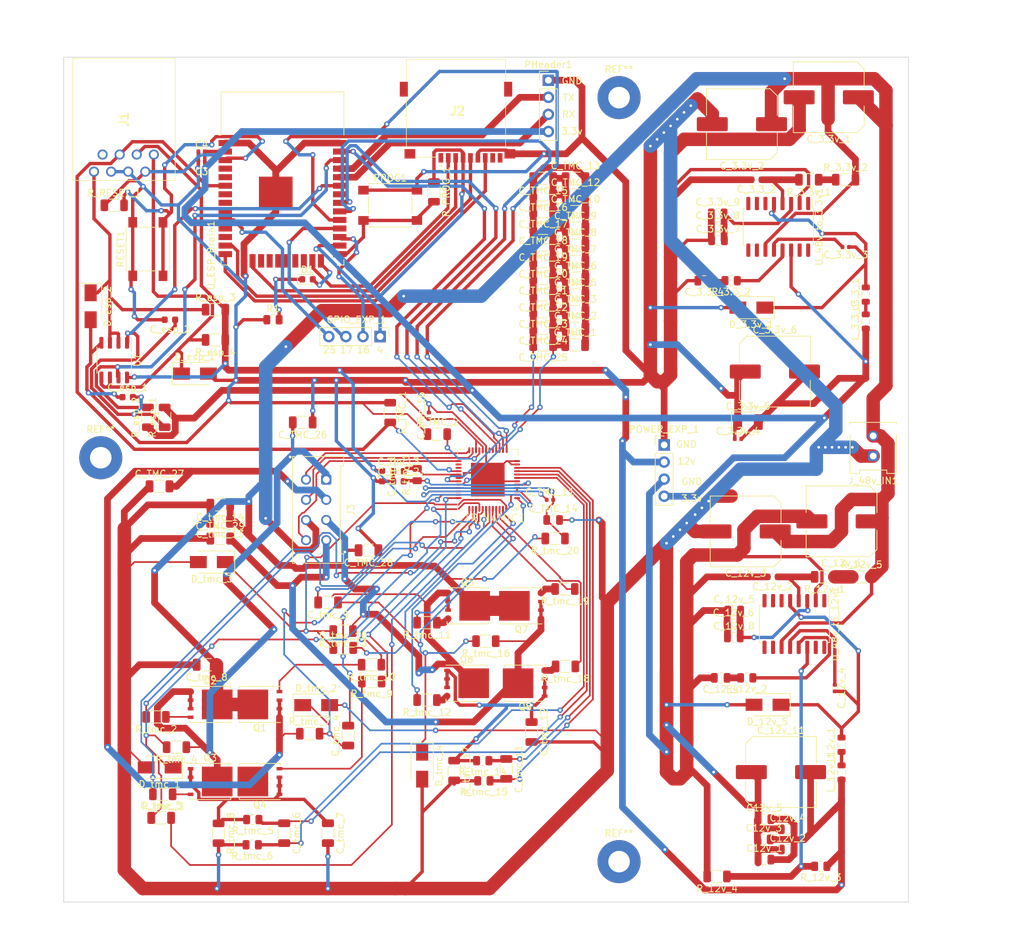
<source format=kicad_pcb>
(kicad_pcb (version 20171130) (host pcbnew 5.1.9)
  (layers (0 F.Cu signal) (31 B.Cu signal) (34 B.Paste user) (35 F.Paste user) (36 B.SilkS user) (37 F.SilkS user) (38 B.Mask user) (39 F.Mask user) (44 Edge.Cuts user))
  (net 0 "")
  (net 1 12v_comp_cap2)
  (net 2 12v_comp_cap1)
  (net 3 "Net-(C_12_4-Pad1)")
  (net 4 TMC-CP-48v)
  (net 5 "Net-(C_12v_2-Pad1)")
  (net 6 "Net-(C_12v_4-Pad2)")
  (net 7 "Net-(C_12v_4-Pad1)")
  (net 8 12v_comp_cap3)
  (net 9 3.3v_comp_cap3)
  (net 10 "Net-(C_3.3_2-Pad1)")
  (net 11 "Net-(C_3.3_4-Pad1)")
  (net 12 "Net-(C_3.3v_3-Pad1)")
  (net 13 "Net-(C_3.3v_3-Pad2)")
  (net 14 ESP_I2C_SDA)
  (net 15 ESP_I2C_SCL)
  (net 16 TMC_CPI)
  (net 17 TMC_CPO)
  (net 18 TMC_5VOUT)
  (net 19 TMC_VCC)
  (net 20 TMC_CA2)
  (net 21 TMC_BMA2)
  (net 22 TMC_BMA1)
  (net 23 TMC_CA1)
  (net 24 TMC_SRAH)
  (net 25 TMC_SRAL)
  (net 26 "Net-(C_tmc_7-Pad1)")
  (net 27 TMC_BMB2)
  (net 28 TMC_CB2)
  (net 29 TMC_CB1)
  (net 30 TMC_BMB1)
  (net 31 TNC_VCP)
  (net 32 TMC_VS)
  (net 33 TMC_SRBH)
  (net 34 TMC_SRBL)
  (net 35 "Net-(C_tmc_12-Pad1)")
  (net 36 Stepper_Loop_A_1)
  (net 37 Stepper_Loop_A_2)
  (net 38 Stepper_Loop_B_1)
  (net 39 Stepper_Loop_B_2)
  (net 40 "Net-(D1-Pad1)")
  (net 41 ESP_LED)
  (net 42 "Net-(D_esp_1-Pad1)")
  (net 43 "Net-(D_esp_2-Pad1)")
  (net 44 ESP_GPIO_25)
  (net 45 ESP_GPIO_17)
  (net 46 ESP_GPIO_16)
  (net 47 ESP_GPIO_4)
  (net 48 ESP_Emergency)
  (net 49 "Net-(J1-Pad2)")
  (net 50 "Net-(J2-PadMP4)")
  (net 51 "Net-(J2-PadMP3)")
  (net 52 "Net-(J2-PadMP2)")
  (net 53 "Net-(J2-Pad9)")
  (net 54 "Net-(J2-Pad8)")
  (net 55 HSPI_MISO)
  (net 56 HSPI_CLK)
  (net 57 HSPI_MOSI)
  (net 58 HSPI_CS)
  (net 59 "Net-(J2-Pad1)")
  (net 60 Encoder_A)
  (net 61 Encoder_B)
  (net 62 Encoder_N)
  (net 63 "Net-(L12v_1-Pad1)")
  (net 64 "Net-(L3.3_1-Pad1)")
  (net 65 TX_Program)
  (net 66 RX_Program)
  (net 67 Program)
  (net 68 "Net-(Q1-Pad4)")
  (net 69 "Net-(Q2-Pad4)")
  (net 70 "Net-(Q3-Pad4)")
  (net 71 "Net-(Q4-Pad4)")
  (net 72 "Net-(Q5-Pad4)")
  (net 73 "Net-(Q6-Pad4)")
  (net 74 "Net-(Q7-Pad4)")
  (net 75 "Net-(Q8-Pad4)")
  (net 76 "Net-(R_12v_1-Pad1)")
  (net 77 "Net-(R_12v_2-Pad1)")
  (net 78 "Net-(R_12v_3-Pad2)")
  (net 79 "Net-(R_3.3_2-Pad1)")
  (net 80 "Net-(R_3.3v_1-Pad1)")
  (net 81 Reset)
  (net 82 TMC_Ramp)
  (net 83 TMC_HA1)
  (net 84 TMC_LA1)
  (net 85 TMC_LA2)
  (net 86 TMC_HA2)
  (net 87 TMC_HB1)
  (net 88 TMC_LB1)
  (net 89 TMC_LB2)
  (net 90 TMC_HB2)
  (net 91 "Net-(U_48v_to_12v1-Pad6)")
  (net 92 "Net-(U_48v_to_3.3v1-Pad6)")
  (net 93 "Net-(U_ESP_Brain1-Pad4)")
  (net 94 "Net-(U_ESP_Brain1-Pad5)")
  (net 95 "Net-(U_ESP_Brain1-Pad7)")
  (net 96 "Net-(U_ESP_Brain1-Pad17)")
  (net 97 "Net-(U_ESP_Brain1-Pad18)")
  (net 98 "Net-(U_ESP_Brain1-Pad19)")
  (net 99 "Net-(U_ESP_Brain1-Pad20)")
  (net 100 "Net-(U_ESP_Brain1-Pad21)")
  (net 101 "Net-(U_ESP_Brain1-Pad22)")
  (net 102 VSPI_CS)
  (net 103 VSPI_CLK)
  (net 104 VSPI_MISO)
  (net 105 "Net-(U_ESP_Brain1-Pad32)")
  (net 106 VSPI_MOSI)
  (net 107 "Net-(U_TRINAMIC1-Pad27)")
  (net 108 "Net-(U_TRINAMIC1-Pad26)")
  (net 109 "Net-(U_TRINAMIC1-Pad18)")
  (net 110 "Net-(U_TRINAMIC1-Pad17)")
  (net 111 3.3_comp_cap1)
  (net 112 "Net-(U_ESP_Brain1-Pad8)")
  (net 113 "Net-(U_ESP_Brain1-Pad9)")
  (net 114 "Net-(U_ESP_Brain1-Pad11)")
  (net 115 "Net-(U_ESP_Brain1-Pad12)")
  (module MountingHole:MountingHole_3.2mm_M3_Pad (layer F.Cu) (at 18.5 73.5)
    (fp_text reference REF** (at 0 -4.2) (layer F.SilkS))
    (fp_text value MountingHole_3.2mm_M3_Pad)
    (pad 1 thru_hole circle (at 0 0) (size 6.4 6.4) (drill 3.2) (layers *.Cu *.Mask))
  )
  (module MountingHole:MountingHole_3.2mm_M3_Pad (layer F.Cu) (at 95.5 133.5)
    (fp_text reference REF** (at 0 -4.2) (layer F.SilkS))
    (fp_text value MountingHole_3.2mm_M3_Pad)
    (pad 1 thru_hole circle (at 0 0) (size 6.4 6.4) (drill 3.2) (layers *.Cu *.Mask))
  )
  (module MountingHole:MountingHole_3.2mm_M3_Pad (layer F.Cu) (at 95.5 20)
    (fp_text reference REF** (at 0 -4.2) (layer F.SilkS))
    (fp_text value MountingHole_3.2mm_M3_Pad)
    (pad 1 thru_hole circle (at 0 0) (size 6.4 6.4) (drill 3.2) (layers *.Cu *.Mask))
  )
  (module Connector_Molex:Molex_Micro-Fit_3.0_43045-0812_2x04_P3.00mm_Vertical (layer F.Cu) (at 52 76.75 270)
    (fp_text reference J3 (at 4.5 -3.67 90) (layer F.SilkS))
    (fp_text value Conn_02x04_Odd_Even)
    (pad "" np_thru_hole circle (at -3 3.94 270) (size 1 1) (drill 1) (layers *.Cu *.Mask))
    (pad "" np_thru_hole circle (at 12 3.94 270) (size 1 1) (drill 1) (layers *.Cu *.Mask))
    (pad 1 thru_hole roundrect (at 0 0 270) (size 1.5 1.5) (drill 1) (layers *.Cu *.Mask) (roundrect_rratio 0.1666666666666667) (net 36 Stepper_Loop_A_1))
    (pad 2 thru_hole circle (at 3 0 270) (size 1.5 1.5) (drill 1) (layers *.Cu *.Mask) (net 37 Stepper_Loop_A_2))
    (pad 3 thru_hole circle (at 6 0 270) (size 1.5 1.5) (drill 1) (layers *.Cu *.Mask) (net 38 Stepper_Loop_B_1))
    (pad 4 thru_hole circle (at 9 0 270) (size 1.5 1.5) (drill 1) (layers *.Cu *.Mask) (net 39 Stepper_Loop_B_2))
    (pad 5 thru_hole circle (at 0 3 270) (size 1.5 1.5) (drill 1) (layers *.Cu *.Mask) (net 60 Encoder_A))
    (pad 6 thru_hole circle (at 3 3 270) (size 1.5 1.5) (drill 1) (layers *.Cu *.Mask) (net 61 Encoder_B))
    (pad 7 thru_hole circle (at 6 3 270) (size 1.5 1.5) (drill 1) (layers *.Cu *.Mask) (net 4 TMC-CP-48v))
    (pad 8 thru_hole circle (at 9 3 270) (size 1.5 1.5) (drill 1) (layers *.Cu *.Mask) (net 62 Encoder_N))
  )
  (module RF_Module:ESP32-WROOM-32 (layer F.Cu) (at 45.5 35)
    (fp_text reference U_ESP_Brain1 (at -10.61 8.43 90) (layer F.SilkS))
    (fp_text value ESP32-WROOM-32)
    (pad 39 smd rect (at -1 -0.755) (size 5 5) (layers F.Cu F.Paste F.Mask) (net 1 12v_comp_cap2))
    (pad 1 smd rect (at -8.5 -8.255) (size 2 0.9) (layers F.Cu F.Paste F.Mask) (net 1 12v_comp_cap2))
    (pad 2 smd rect (at -8.5 -6.985) (size 2 0.9) (layers F.Cu F.Paste F.Mask) (net 111 3.3_comp_cap1))
    (pad 3 smd rect (at -8.5 -5.715) (size 2 0.9) (layers F.Cu F.Paste F.Mask) (net 81 Reset))
    (pad 4 smd rect (at -8.5 -4.445) (size 2 0.9) (layers F.Cu F.Paste F.Mask) (net 93 "Net-(U_ESP_Brain1-Pad4)"))
    (pad 5 smd rect (at -8.5 -3.175) (size 2 0.9) (layers F.Cu F.Paste F.Mask) (net 94 "Net-(U_ESP_Brain1-Pad5)"))
    (pad 6 smd rect (at -8.5 -1.905) (size 2 0.9) (layers F.Cu F.Paste F.Mask) (net 48 ESP_Emergency))
    (pad 7 smd rect (at -8.5 -0.635) (size 2 0.9) (layers F.Cu F.Paste F.Mask) (net 95 "Net-(U_ESP_Brain1-Pad7)"))
    (pad 8 smd rect (at -8.5 0.635) (size 2 0.9) (layers F.Cu F.Paste F.Mask) (net 112 "Net-(U_ESP_Brain1-Pad8)"))
    (pad 9 smd rect (at -8.5 1.905) (size 2 0.9) (layers F.Cu F.Paste F.Mask) (net 113 "Net-(U_ESP_Brain1-Pad9)"))
    (pad 10 smd rect (at -8.5 3.175) (size 2 0.9) (layers F.Cu F.Paste F.Mask) (net 44 ESP_GPIO_25))
    (pad 11 smd rect (at -8.5 4.445) (size 2 0.9) (layers F.Cu F.Paste F.Mask) (net 114 "Net-(U_ESP_Brain1-Pad11)"))
    (pad 12 smd rect (at -8.5 5.715) (size 2 0.9) (layers F.Cu F.Paste F.Mask) (net 115 "Net-(U_ESP_Brain1-Pad12)"))
    (pad 13 smd rect (at -8.5 6.985) (size 2 0.9) (layers F.Cu F.Paste F.Mask) (net 56 HSPI_CLK))
    (pad 14 smd rect (at -8.5 8.255) (size 2 0.9) (layers F.Cu F.Paste F.Mask) (net 55 HSPI_MISO))
    (pad 15 smd rect (at -5.715 9.255 90) (size 2 0.9) (layers F.Cu F.Paste F.Mask) (net 1 12v_comp_cap2))
    (pad 16 smd rect (at -4.445 9.255 90) (size 2 0.9) (layers F.Cu F.Paste F.Mask) (net 57 HSPI_MOSI))
    (pad 17 smd rect (at -3.175 9.255 90) (size 2 0.9) (layers F.Cu F.Paste F.Mask) (net 96 "Net-(U_ESP_Brain1-Pad17)"))
    (pad 18 smd rect (at -1.905 9.255 90) (size 2 0.9) (layers F.Cu F.Paste F.Mask) (net 97 "Net-(U_ESP_Brain1-Pad18)"))
    (pad 19 smd rect (at -0.635 9.255 90) (size 2 0.9) (layers F.Cu F.Paste F.Mask) (net 98 "Net-(U_ESP_Brain1-Pad19)"))
    (pad 20 smd rect (at 0.635 9.255 90) (size 2 0.9) (layers F.Cu F.Paste F.Mask) (net 99 "Net-(U_ESP_Brain1-Pad20)"))
    (pad 21 smd rect (at 1.905 9.255 90) (size 2 0.9) (layers F.Cu F.Paste F.Mask) (net 100 "Net-(U_ESP_Brain1-Pad21)"))
    (pad 22 smd rect (at 3.175 9.255 90) (size 2 0.9) (layers F.Cu F.Paste F.Mask) (net 101 "Net-(U_ESP_Brain1-Pad22)"))
    (pad 23 smd rect (at 4.445 9.255 90) (size 2 0.9) (layers F.Cu F.Paste F.Mask) (net 58 HSPI_CS))
    (pad 24 smd rect (at 5.715 9.255 90) (size 2 0.9) (layers F.Cu F.Paste F.Mask) (net 41 ESP_LED))
    (pad 25 smd rect (at 8.5 8.255) (size 2 0.9) (layers F.Cu F.Paste F.Mask) (net 67 Program))
    (pad 26 smd rect (at 8.5 6.985) (size 2 0.9) (layers F.Cu F.Paste F.Mask) (net 47 ESP_GPIO_4))
    (pad 27 smd rect (at 8.5 5.715) (size 2 0.9) (layers F.Cu F.Paste F.Mask) (net 46 ESP_GPIO_16))
    (pad 28 smd rect (at 8.5 4.445) (size 2 0.9) (layers F.Cu F.Paste F.Mask) (net 45 ESP_GPIO_17))
    (pad 29 smd rect (at 8.5 3.175) (size 2 0.9) (layers F.Cu F.Paste F.Mask) (net 102 VSPI_CS))
    (pad 30 smd rect (at 8.5 1.905) (size 2 0.9) (layers F.Cu F.Paste F.Mask) (net 103 VSPI_CLK))
    (pad 31 smd rect (at 8.5 0.635) (size 2 0.9) (layers F.Cu F.Paste F.Mask) (net 104 VSPI_MISO))
    (pad 32 smd rect (at 8.5 -0.635) (size 2 0.9) (layers F.Cu F.Paste F.Mask) (net 105 "Net-(U_ESP_Brain1-Pad32)"))
    (pad 33 smd rect (at 8.5 -1.905) (size 2 0.9) (layers F.Cu F.Paste F.Mask) (net 14 ESP_I2C_SDA))
    (pad 34 smd rect (at 8.5 -3.175) (size 2 0.9) (layers F.Cu F.Paste F.Mask) (net 66 RX_Program))
    (pad 35 smd rect (at 8.5 -4.445) (size 2 0.9) (layers F.Cu F.Paste F.Mask) (net 65 TX_Program))
    (pad 36 smd rect (at 8.5 -5.715) (size 2 0.9) (layers F.Cu F.Paste F.Mask) (net 15 ESP_I2C_SCL))
    (pad 37 smd rect (at 8.5 -6.985) (size 2 0.9) (layers F.Cu F.Paste F.Mask) (net 106 VSPI_MOSI))
    (pad 38 smd rect (at 8.5 -8.255) (size 2 0.9) (layers F.Cu F.Paste F.Mask) (net 1 12v_comp_cap2))
  )
  (module Capacitor_SMD:C_0805_2012Metric (layer F.Cu) (at 112.55 100.2)
    (fp_text reference C_12v_8 (at 0 -1.68) (layer F.SilkS))
    (fp_text value 68nF)
    (pad 1 smd roundrect (at -0.95 0) (size 1 1.45) (layers F.Cu F.Paste F.Mask) (net 1 12v_comp_cap2))
    (pad 2 smd roundrect (at 0.95 0) (size 1 1.45) (layers F.Cu F.Paste F.Mask) (net 8 12v_comp_cap3))
  )
  (module Diode_SMD:D_SMA (layer F.Cu) (at 115.15 51.2 180)
    (fp_text reference D_3.3v_1 (at 0 -2.5) (layer F.SilkS))
    (fp_text value SS210)
    (pad 2 smd rect (at 2 0 180) (size 2.5 1.8) (layers F.Cu F.Paste F.Mask) (net 1 12v_comp_cap2))
    (pad 1 smd rect (at -2 0 180) (size 2.5 1.8) (layers F.Cu F.Paste F.Mask) (net 12 "Net-(C_3.3v_3-Pad1)"))
  )
  (module Inductor_SMD:L_0805_2012Metric (layer F.Cu) (at 132.15 49.2625 90)
    (fp_text reference L3.3_1 (at 0 -1.55 90) (layer F.SilkS))
    (fp_text value 47uH)
    (pad 2 smd roundrect (at 1.0625 0 90) (size 0.875 1.2) (layers F.Cu F.Paste F.Mask) (net 12 "Net-(C_3.3v_3-Pad1)"))
    (pad 1 smd roundrect (at -1.0625 0 90) (size 0.875 1.2) (layers F.Cu F.Paste F.Mask) (net 64 "Net-(L3.3_1-Pad1)"))
  )
  (module Inductor_SMD:L_0805_2012Metric (layer F.Cu) (at 132.15 53.2625 90)
    (fp_text reference L_3.3_1 (at 0 -1.55 90) (layer F.SilkS))
    (fp_text value 100uH)
    (pad 1 smd roundrect (at -1.0625 0 90) (size 0.875 1.2) (layers F.Cu F.Paste F.Mask) (net 111 3.3_comp_cap1))
    (pad 2 smd roundrect (at 1.0625 0 90) (size 0.875 1.2) (layers F.Cu F.Paste F.Mask) (net 64 "Net-(L3.3_1-Pad1)"))
  )
  (module Capacitor_SMD:C_0402_1005Metric (layer F.Cu) (at 33.48 29.5)
    (fp_text reference C3 (at 0 1.5) (layer F.SilkS))
    (fp_text value 10uF)
    (pad 2 smd roundrect (at 0.48 0) (size 0.56 0.62) (layers F.Cu F.Paste F.Mask) (net 111 3.3_comp_cap1))
    (pad 1 smd roundrect (at -0.48 0) (size 0.56 0.62) (layers F.Cu F.Paste F.Mask) (net 1 12v_comp_cap2))
  )
  (module Capacitor_SMD:C_0402_1005Metric (layer F.Cu) (at 33.48 28 180)
    (fp_text reference C4 (at 0 1) (layer F.SilkS))
    (fp_text value 100nF)
    (pad 1 smd roundrect (at -0.48 0 180) (size 0.56 0.62) (layers F.Cu F.Paste F.Mask) (net 111 3.3_comp_cap1))
    (pad 2 smd roundrect (at 0.48 0 180) (size 0.56 0.62) (layers F.Cu F.Paste F.Mask) (net 1 12v_comp_cap2))
  )
  (module Capacitor_SMD:C_0805_2012Metric (layer F.Cu) (at 117.1 133.2)
    (fp_text reference C12v_1 (at 0 -1.68) (layer F.SilkS))
    (fp_text value 22uF)
    (pad 1 smd roundrect (at -0.95 0) (size 1 1.45) (layers F.Cu F.Paste F.Mask) (net 1 12v_comp_cap2))
    (pad 2 smd roundrect (at 0.95 0) (size 1 1.45) (layers F.Cu F.Paste F.Mask) (net 2 12v_comp_cap1))
  )
  (module Capacitor_SMD:C_0805_2012Metric (layer F.Cu) (at 120.55 131.7)
    (fp_text reference C12v_2 (at 0 -1.68) (layer F.SilkS))
    (fp_text value 22uF)
    (pad 1 smd roundrect (at -0.95 0) (size 1 1.45) (layers F.Cu F.Paste F.Mask) (net 1 12v_comp_cap2))
    (pad 2 smd roundrect (at 0.95 0) (size 1 1.45) (layers F.Cu F.Paste F.Mask) (net 2 12v_comp_cap1))
  )
  (module Capacitor_SMD:C_0805_2012Metric (layer F.Cu) (at 117 130.2)
    (fp_text reference C12v_3 (at 0 -1.68) (layer F.SilkS))
    (fp_text value 22uF)
    (pad 2 smd roundrect (at 0.95 0) (size 1 1.45) (layers F.Cu F.Paste F.Mask) (net 2 12v_comp_cap1))
    (pad 1 smd roundrect (at -0.95 0) (size 1 1.45) (layers F.Cu F.Paste F.Mask) (net 1 12v_comp_cap2))
  )
  (module Capacitor_SMD:C_0805_2012Metric (layer F.Cu) (at 120.55 128.7)
    (fp_text reference C12v_4 (at 0 -1.68) (layer F.SilkS))
    (fp_text value 22uF)
    (pad 2 smd roundrect (at 0.95 0) (size 1 1.45) (layers F.Cu F.Paste F.Mask) (net 2 12v_comp_cap1))
    (pad 1 smd roundrect (at -0.95 0) (size 1 1.45) (layers F.Cu F.Paste F.Mask) (net 1 12v_comp_cap2))
  )
  (module Capacitor_SMD:C_0805_2012Metric (layer F.Cu) (at 117.1 127.2)
    (fp_text reference C12v_5 (at 0 -1.68) (layer F.SilkS))
    (fp_text value 22uF)
    (pad 1 smd roundrect (at -0.95 0) (size 1 1.45) (layers F.Cu F.Paste F.Mask) (net 1 12v_comp_cap2))
    (pad 2 smd roundrect (at 0.95 0) (size 1 1.45) (layers F.Cu F.Paste F.Mask) (net 2 12v_comp_cap1))
  )
  (module Capacitor_SMD:C_0805_2012Metric (layer F.Cu) (at 110.6 106.2 180)
    (fp_text reference C_12_4 (at 0 -1.68) (layer F.SilkS))
    (fp_text value 22nF)
    (pad 1 smd roundrect (at -0.95 0 180) (size 1 1.45) (layers F.Cu F.Paste F.Mask) (net 3 "Net-(C_12_4-Pad1)"))
    (pad 2 smd roundrect (at 0.95 0 180) (size 1 1.45) (layers F.Cu F.Paste F.Mask) (net 1 12v_comp_cap2))
  )
  (module Capacitor_SMD:C_Elec_10x10.2 (layer F.Cu) (at 128.55 82.95 180)
    (fp_text reference C_12v_1 (at 0 -6.2) (layer F.SilkS))
    (fp_text value 220uF)
    (pad 2 smd roundrect (at 4.4 0 180) (size 4.6 2.1) (layers F.Cu F.Paste F.Mask) (roundrect_rratio 0.119047619047619) (net 1 12v_comp_cap2))
    (pad 1 smd roundrect (at -4.4 0 180) (size 4.6 2.1) (layers F.Cu F.Paste F.Mask) (roundrect_rratio 0.119047619047619) (net 4 TMC-CP-48v))
  )
  (module Capacitor_SMD:C_0603_1608Metric (layer F.Cu) (at 118.325 91.2 180)
    (fp_text reference C_12v_2 (at 0 -1.43) (layer F.SilkS))
    (fp_text value 2.7nF)
    (pad 2 smd roundrect (at 0.775 0 180) (size 0.9 0.95) (layers F.Cu F.Paste F.Mask) (net 1 12v_comp_cap2))
    (pad 1 smd roundrect (at -0.775 0 180) (size 0.9 0.95) (layers F.Cu F.Paste F.Mask) (net 5 "Net-(C_12v_2-Pad1)"))
  )
  (module Capacitor_SMD:C_Elec_10x10.2 (layer F.Cu) (at 114.3 84.45 180)
    (fp_text reference C_12v_3 (at 0 -6.2) (layer F.SilkS))
    (fp_text value 220uF)
    (pad 1 smd roundrect (at -4.4 0 180) (size 4.6 2.1) (layers F.Cu F.Paste F.Mask) (roundrect_rratio 0.119047619047619) (net 4 TMC-CP-48v))
    (pad 2 smd roundrect (at 4.4 0 180) (size 4.6 2.1) (layers F.Cu F.Paste F.Mask) (roundrect_rratio 0.119047619047619) (net 1 12v_comp_cap2))
  )
  (module Capacitor_SMD:C_0402_1005Metric (layer F.Cu) (at 127.55 107.72 90)
    (fp_text reference C_12v_4 (at 0 1 90) (layer F.SilkS))
    (fp_text value 100nF)
    (pad 2 smd roundrect (at 0.48 0 90) (size 0.56 0.62) (layers F.Cu F.Paste F.Mask) (net 6 "Net-(C_12v_4-Pad2)"))
    (pad 1 smd roundrect (at -0.48 0 90) (size 0.56 0.62) (layers F.Cu F.Paste F.Mask) (net 7 "Net-(C_12v_4-Pad1)"))
  )
  (module Capacitor_SMD:C_0805_2012Metric (layer F.Cu) (at 112.6 96.2)
    (fp_text reference C_12v_5 (at 0 -1.68) (layer F.SilkS))
    (fp_text value 10nF)
    (pad 1 smd roundrect (at -0.95 0) (size 1 1.45) (layers F.Cu F.Paste F.Mask) (net 1 12v_comp_cap2))
    (pad 2 smd roundrect (at 0.95 0) (size 1 1.45) (layers F.Cu F.Paste F.Mask) (net 8 12v_comp_cap3))
  )
  (module Capacitor_SMD:C_0805_2012Metric (layer F.Cu) (at 112.5 98.2)
    (fp_text reference C_12v_6 (at 0 -1.68) (layer F.SilkS))
    (fp_text value 22nF)
    (pad 2 smd roundrect (at 0.95 0) (size 1 1.45) (layers F.Cu F.Paste F.Mask) (net 8 12v_comp_cap3))
    (pad 1 smd roundrect (at -0.95 0) (size 1 1.45) (layers F.Cu F.Paste F.Mask) (net 1 12v_comp_cap2))
  )
  (module Capacitor_SMD:C_0805_2012Metric (layer F.Cu) (at 110.2 41.2)
    (fp_text reference C_3.3v_7 (at 0 -1.68) (layer F.SilkS))
    (fp_text value 10nF)
    (pad 2 smd roundrect (at 0.95 0) (size 1 1.45) (layers F.Cu F.Paste F.Mask) (net 9 3.3v_comp_cap3))
    (pad 1 smd roundrect (at -0.95 0) (size 1 1.45) (layers F.Cu F.Paste F.Mask) (net 1 12v_comp_cap2))
  )
  (module Capacitor_SMD:C_0805_2012Metric (layer F.Cu) (at 110.15 39.2)
    (fp_text reference C_3.3v_8 (at 0 -1.68) (layer F.SilkS))
    (fp_text value 22nF)
    (pad 1 smd roundrect (at -0.95 0) (size 1 1.45) (layers F.Cu F.Paste F.Mask) (net 1 12v_comp_cap2))
    (pad 2 smd roundrect (at 0.95 0) (size 1 1.45) (layers F.Cu F.Paste F.Mask) (net 9 3.3v_comp_cap3))
  )
  (module Capacitor_SMD:C_0805_2012Metric (layer F.Cu) (at 110.15 37.2)
    (fp_text reference C_3.3v_9 (at 0 -1.68) (layer F.SilkS))
    (fp_text value 68nF)
    (pad 2 smd roundrect (at 0.95 0) (size 1 1.45) (layers F.Cu F.Paste F.Mask) (net 9 3.3v_comp_cap3))
    (pad 1 smd roundrect (at -0.95 0) (size 1 1.45) (layers F.Cu F.Paste F.Mask) (net 1 12v_comp_cap2))
  )
  (module Capacitor_SMD:C_Elec_10x10.2 (layer F.Cu) (at 119.55 120.2)
    (fp_text reference C_12v_11 (at 0 -6.2) (layer F.SilkS))
    (fp_text value 220uF)
    (pad 1 smd roundrect (at -4.4 0) (size 4.6 2.1) (layers F.Cu F.Paste F.Mask) (roundrect_rratio 0.119047619047619) (net 1 12v_comp_cap2))
    (pad 2 smd roundrect (at 4.4 0) (size 4.6 2.1) (layers F.Cu F.Paste F.Mask) (roundrect_rratio 0.119047619047619) (net 2 12v_comp_cap1))
  )
  (module Capacitor_SMD:C_0603_1608Metric (layer F.Cu) (at 115.925 32.2 180)
    (fp_text reference C_3.3_2 (at 0 -1.43) (layer F.SilkS))
    (fp_text value 2.7nF)
    (pad 1 smd roundrect (at -0.775 0 180) (size 0.9 0.95) (layers F.Cu F.Paste F.Mask) (net 10 "Net-(C_3.3_2-Pad1)"))
    (pad 2 smd roundrect (at 0.775 0 180) (size 0.9 0.95) (layers F.Cu F.Paste F.Mask) (net 1 12v_comp_cap2))
  )
  (module Capacitor_SMD:C_0805_2012Metric (layer F.Cu) (at 108.15 47.2 180)
    (fp_text reference C_3.3_4 (at 0 -1.68) (layer F.SilkS))
    (fp_text value 22nF)
    (pad 2 smd roundrect (at 0.95 0 180) (size 1 1.45) (layers F.Cu F.Paste F.Mask) (net 1 12v_comp_cap2))
    (pad 1 smd roundrect (at -0.95 0 180) (size 1 1.45) (layers F.Cu F.Paste F.Mask) (net 11 "Net-(C_3.3_4-Pad1)"))
  )
  (module Capacitor_SMD:C_Elec_10x10.2 (layer F.Cu) (at 126.65 19.95 180)
    (fp_text reference C_3.3v_1 (at 0 -6.2) (layer F.SilkS))
    (fp_text value 220uF)
    (pad 1 smd roundrect (at -4.4 0 180) (size 4.6 2.1) (layers F.Cu F.Paste F.Mask) (roundrect_rratio 0.119047619047619) (net 4 TMC-CP-48v))
    (pad 2 smd roundrect (at 4.4 0 180) (size 4.6 2.1) (layers F.Cu F.Paste F.Mask) (roundrect_rratio 0.119047619047619) (net 1 12v_comp_cap2))
  )
  (module Capacitor_SMD:C_Elec_10x10.2 (layer F.Cu) (at 113.75 23.95 180)
    (fp_text reference C_3.3v_2 (at 0 -6.2) (layer F.SilkS))
    (fp_text value 220uF)
    (pad 2 smd roundrect (at 4.4 0 180) (size 4.6 2.1) (layers F.Cu F.Paste F.Mask) (roundrect_rratio 0.119047619047619) (net 1 12v_comp_cap2))
    (pad 1 smd roundrect (at -4.4 0 180) (size 4.6 2.1) (layers F.Cu F.Paste F.Mask) (roundrect_rratio 0.119047619047619) (net 4 TMC-CP-48v))
  )
  (module Capacitor_SMD:C_0402_1005Metric (layer F.Cu) (at 129.17 42.2 180)
    (fp_text reference C_3.3v_3 (at 0 -1.16) (layer F.SilkS))
    (fp_text value 100nF)
    (pad 1 smd roundrect (at -0.48 0 180) (size 0.56 0.62) (layers F.Cu F.Paste F.Mask) (net 12 "Net-(C_3.3v_3-Pad1)"))
    (pad 2 smd roundrect (at 0.48 0 180) (size 0.56 0.62) (layers F.Cu F.Paste F.Mask) (net 13 "Net-(C_3.3v_3-Pad2)"))
  )
  (module Capacitor_SMD:C_0402_1005Metric (layer F.Cu) (at 113.17 70.7)
    (fp_text reference C_3.3v_4 (at 0 -1.16) (layer F.SilkS))
    (fp_text value 10uF)
    (pad 2 smd roundrect (at 0.48 0) (size 0.56 0.62) (layers F.Cu F.Paste F.Mask) (net 111 3.3_comp_cap1))
    (pad 1 smd roundrect (at -0.48 0) (size 0.56 0.62) (layers F.Cu F.Paste F.Mask) (net 1 12v_comp_cap2))
  )
  (module Capacitor_Tantalum_SMD:CP_EIA-3528-15_AVX-H (layer F.Cu) (at 114.65 68.2)
    (fp_text reference C_3.3v_5 (at 0 -2.35) (layer F.SilkS))
    (fp_text value 100uF)
    (pad 1 smd roundrect (at -1.5375 0) (size 1.325 2.35) (layers F.Cu F.Paste F.Mask) (roundrect_rratio 0.1886784905660377) (net 1 12v_comp_cap2))
    (pad 2 smd roundrect (at 1.5375 0) (size 1.325 2.35) (layers F.Cu F.Paste F.Mask) (roundrect_rratio 0.1886784905660377) (net 111 3.3_comp_cap1))
  )
  (module Capacitor_SMD:C_Elec_10x10.2 (layer F.Cu) (at 118.65 60.7)
    (fp_text reference C_3.3v_6 (at 0 -6.2) (layer F.SilkS))
    (fp_text value 220uF)
    (pad 2 smd roundrect (at 4.4 0) (size 4.6 2.1) (layers F.Cu F.Paste F.Mask) (roundrect_rratio 0.119047619047619) (net 111 3.3_comp_cap1))
    (pad 1 smd roundrect (at -4.4 0) (size 4.6 2.1) (layers F.Cu F.Paste F.Mask) (roundrect_rratio 0.119047619047619) (net 1 12v_comp_cap2))
  )
  (module Capacitor_SMD:C_0603_1608Metric (layer F.Cu) (at 22.5 64.5)
    (fp_text reference C_esp_1 (at 0 -1.43) (layer F.SilkS))
    (fp_text value 100pF)
    (pad 2 smd roundrect (at 0.775 0) (size 0.9 0.95) (layers F.Cu F.Paste F.Mask) (net 14 ESP_I2C_SDA))
    (pad 1 smd roundrect (at -0.775 0) (size 0.9 0.95) (layers F.Cu F.Paste F.Mask) (net 1 12v_comp_cap2))
  )
  (module Capacitor_SMD:C_0603_1608Metric (layer F.Cu) (at 28.775 53 180)
    (fp_text reference C_esp_2 (at 0 -1.43) (layer F.SilkS))
    (fp_text value 100pF)
    (pad 1 smd roundrect (at -0.775 0 180) (size 0.9 0.95) (layers F.Cu F.Paste F.Mask) (net 15 ESP_I2C_SCL))
    (pad 2 smd roundrect (at 0.775 0 180) (size 0.9 0.95) (layers F.Cu F.Paste F.Mask) (net 1 12v_comp_cap2))
  )
  (module Capacitor_SMD:C_0603_1608Metric (layer F.Cu) (at 60.275 76.225 270)
    (fp_text reference C_tmc_1 (at 0 -1.43 90) (layer F.SilkS))
    (fp_text value 2.2u)
    (pad 1 smd roundrect (at -0.775 0 270) (size 0.9 0.95) (layers F.Cu F.Paste F.Mask) (net 2 12v_comp_cap1))
    (pad 2 smd roundrect (at 0.775 0 270) (size 0.9 0.95) (layers F.Cu F.Paste F.Mask) (net 1 12v_comp_cap2))
  )
  (module Capacitor_SMD:C_1206_3216Metric (layer F.Cu) (at 88.975 56.75)
    (fp_text reference C_TMC_1 (at 0 -1.85) (layer F.SilkS))
    (fp_text value 1n)
    (pad 1 smd roundrect (at -1.475 0) (size 1.15 1.8) (layers F.Cu F.Paste F.Mask) (roundrect_rratio 0.2173904347826087) (net 16 TMC_CPI))
    (pad 2 smd roundrect (at 1.475 0) (size 1.15 1.8) (layers F.Cu F.Paste F.Mask) (roundrect_rratio 0.2173904347826087) (net 17 TMC_CPO))
  )
  (module Capacitor_SMD:C_0603_1608Metric (layer F.Cu) (at 62.725 77)
    (fp_text reference C_tmc_2 (at 0 -1.43) (layer F.SilkS))
    (fp_text value 2.2u)
    (pad 2 smd roundrect (at 0.775 0) (size 0.9 0.95) (layers F.Cu F.Paste F.Mask) (net 18 TMC_5VOUT))
    (pad 1 smd roundrect (at -0.775 0) (size 0.9 0.95) (layers F.Cu F.Paste F.Mask) (net 1 12v_comp_cap2))
  )
  (module Capacitor_SMD:C_1206_3216Metric (layer F.Cu) (at 89.025 54.2738)
    (fp_text reference C_TMC_2 (at 0 -1.85) (layer F.SilkS))
    (fp_text value 1n)
    (pad 1 smd roundrect (at -1.475 0) (size 1.15 1.8) (layers F.Cu F.Paste F.Mask) (roundrect_rratio 0.2173904347826087) (net 16 TMC_CPI))
    (pad 2 smd roundrect (at 1.475 0) (size 1.15 1.8) (layers F.Cu F.Paste F.Mask) (roundrect_rratio 0.2173904347826087) (net 17 TMC_CPO))
  )
  (module Capacitor_SMD:C_0603_1608Metric (layer F.Cu) (at 62.725 75.5)
    (fp_text reference C_tmc_3 (at 0 -1.43) (layer F.SilkS))
    (fp_text value 470n)
    (pad 1 smd roundrect (at -0.775 0) (size 0.9 0.95) (layers F.Cu F.Paste F.Mask) (net 1 12v_comp_cap2))
    (pad 2 smd roundrect (at 0.775 0) (size 0.9 0.95) (layers F.Cu F.Paste F.Mask) (net 19 TMC_VCC))
  )
  (module Capacitor_SMD:C_1206_3216Metric (layer F.Cu) (at 89.025 51.79761)
    (fp_text reference C_TMC_3 (at 0 -1.85) (layer F.SilkS))
    (fp_text value 1n)
    (pad 1 smd roundrect (at -1.475 0) (size 1.15 1.8) (layers F.Cu F.Paste F.Mask) (roundrect_rratio 0.2173904347826087) (net 16 TMC_CPI))
    (pad 2 smd roundrect (at 1.475 0) (size 1.15 1.8) (layers F.Cu F.Paste F.Mask) (roundrect_rratio 0.2173904347826087) (net 17 TMC_CPO))
  )
  (module Capacitor_SMD:C_1206_3216Metric (layer F.Cu) (at 55.25 114.775 90)
    (fp_text reference C_tmc_4 (at 0 -1.85 90) (layer F.SilkS))
    (fp_text value 220nF)
    (pad 2 smd roundrect (at 1.475 0 90) (size 1.15 1.8) (layers F.Cu F.Paste F.Mask) (roundrect_rratio 0.2173904347826087) (net 20 TMC_CA2))
    (pad 1 smd roundrect (at -1.475 0 90) (size 1.15 1.8) (layers F.Cu F.Paste F.Mask) (roundrect_rratio 0.2173904347826087) (net 21 TMC_BMA2))
  )
  (module Capacitor_SMD:C_1206_3216Metric (layer F.Cu) (at 89.025 49.32142)
    (fp_text reference C_TMC_5 (at 0 -1.85) (layer F.SilkS))
    (fp_text value 1n)
    (pad 2 smd roundrect (at 1.475 0) (size 1.15 1.8) (layers F.Cu F.Paste F.Mask) (roundrect_rratio 0.2173904347826087) (net 17 TMC_CPO))
    (pad 1 smd roundrect (at -1.475 0) (size 1.15 1.8) (layers F.Cu F.Paste F.Mask) (roundrect_rratio 0.2173904347826087) (net 16 TMC_CPI))
  )
  (module Capacitor_SMD:C_1206_3216Metric (layer F.Cu) (at 27.475 127)
    (fp_text reference C_tmc_5 (at 0 -1.85) (layer F.SilkS))
    (fp_text value 220nF)
    (pad 1 smd roundrect (at -1.475 0) (size 1.15 1.8) (layers F.Cu F.Paste F.Mask) (roundrect_rratio 0.2173904347826087) (net 22 TMC_BMA1))
    (pad 2 smd roundrect (at 1.475 0) (size 1.15 1.8) (layers F.Cu F.Paste F.Mask) (roundrect_rratio 0.2173904347826087) (net 23 TMC_CA1))
  )
  (module Capacitor_SMD:C_1206_3216Metric (layer F.Cu) (at 89.025 46.84523)
    (fp_text reference C_TMC_6 (at 0 -1.85) (layer F.SilkS))
    (fp_text value 1n)
    (pad 2 smd roundrect (at 1.475 0) (size 1.15 1.8) (layers F.Cu F.Paste F.Mask) (roundrect_rratio 0.2173904347826087) (net 17 TMC_CPO))
    (pad 1 smd roundrect (at -1.475 0) (size 1.15 1.8) (layers F.Cu F.Paste F.Mask) (roundrect_rratio 0.2173904347826087) (net 16 TMC_CPI))
  )
  (module Capacitor_SMD:C_1206_3216Metric (layer F.Cu) (at 45.75 129.275 270)
    (fp_text reference C_tmc_6 (at 0 -1.85 90) (layer F.SilkS))
    (fp_text value 2.2u)
    (pad 1 smd roundrect (at -1.475 0 270) (size 1.15 1.8) (layers F.Cu F.Paste F.Mask) (roundrect_rratio 0.2173904347826087) (net 24 TMC_SRAH))
    (pad 2 smd roundrect (at 1.475 0 270) (size 1.15 1.8) (layers F.Cu F.Paste F.Mask) (roundrect_rratio 0.2173904347826087) (net 25 TMC_SRAL))
  )
  (module Capacitor_SMD:C_1206_3216Metric (layer F.Cu) (at 52.25 129.275 270)
    (fp_text reference C_tmc_7 (at 0 -1.85 90) (layer F.SilkS))
    (fp_text value 100nF)
    (pad 2 smd roundrect (at 1.475 0 270) (size 1.15 1.8) (layers F.Cu F.Paste F.Mask) (roundrect_rratio 0.2173904347826087) (net 1 12v_comp_cap2))
    (pad 1 smd roundrect (at -1.475 0 270) (size 1.15 1.8) (layers F.Cu F.Paste F.Mask) (roundrect_rratio 0.2173904347826087) (net 26 "Net-(C_tmc_7-Pad1)"))
  )
  (module Capacitor_SMD:C_1206_3216Metric (layer F.Cu) (at 89.025 44.36904)
    (fp_text reference C_TMC_7 (at 0 -1.85) (layer F.SilkS))
    (fp_text value 1n)
    (pad 2 smd roundrect (at 1.475 0) (size 1.15 1.8) (layers F.Cu F.Paste F.Mask) (roundrect_rratio 0.2173904347826087) (net 17 TMC_CPO))
    (pad 1 smd roundrect (at -1.475 0) (size 1.15 1.8) (layers F.Cu F.Paste F.Mask) (roundrect_rratio 0.2173904347826087) (net 16 TMC_CPI))
  )
  (module Capacitor_SMD:C_1206_3216Metric (layer F.Cu) (at 34.225 104.25 180)
    (fp_text reference C_tmc_8 (at 0 -1.85) (layer F.SilkS))
    (fp_text value 470nF)
    (pad 1 smd roundrect (at -1.475 0 180) (size 1.15 1.8) (layers F.Cu F.Paste F.Mask) (roundrect_rratio 0.2173904347826087) (net 4 TMC-CP-48v))
    (pad 2 smd roundrect (at 1.475 0 180) (size 1.15 1.8) (layers F.Cu F.Paste F.Mask) (roundrect_rratio 0.2173904347826087) (net 1 12v_comp_cap2))
  )
  (module Capacitor_SMD:C_1206_3216Metric (layer F.Cu) (at 89.025 41.89285)
    (fp_text reference C_TMC_8 (at 0 -1.85) (layer F.SilkS))
    (fp_text value 1n)
    (pad 1 smd roundrect (at -1.475 0) (size 1.15 1.8) (layers F.Cu F.Paste F.Mask) (roundrect_rratio 0.2173904347826087) (net 16 TMC_CPI))
    (pad 2 smd roundrect (at 1.475 0) (size 1.15 1.8) (layers F.Cu F.Paste F.Mask) (roundrect_rratio 0.2173904347826087) (net 17 TMC_CPO))
  )
  (module Capacitor_SMD:C_1206_3216Metric (layer F.Cu) (at 89.025 39.41666)
    (fp_text reference C_TMC_9 (at 0 -1.85) (layer F.SilkS))
    (fp_text value 1n)
    (pad 1 smd roundrect (at -1.475 0) (size 1.15 1.8) (layers F.Cu F.Paste F.Mask) (roundrect_rratio 0.2173904347826087) (net 16 TMC_CPI))
    (pad 2 smd roundrect (at 1.475 0) (size 1.15 1.8) (layers F.Cu F.Paste F.Mask) (roundrect_rratio 0.2173904347826087) (net 17 TMC_CPO))
  )
  (module Capacitor_SMD:C_1206_3216Metric (layer F.Cu) (at 52.275 95 180)
    (fp_text reference C_tmc_9 (at 0 -1.85) (layer F.SilkS))
    (fp_text value 220nF)
    (pad 1 smd roundrect (at -1.475 0 180) (size 1.15 1.8) (layers F.Cu F.Paste F.Mask) (roundrect_rratio 0.2173904347826087) (net 27 TMC_BMB2))
    (pad 2 smd roundrect (at 1.475 0 180) (size 1.15 1.8) (layers F.Cu F.Paste F.Mask) (roundrect_rratio 0.2173904347826087) (net 28 TMC_CB2))
  )
  (module Capacitor_SMD:C_1206_3216Metric (layer F.Cu) (at 54.525 101.75)
    (fp_text reference C_tmc_10 (at 0 -1.85) (layer F.SilkS))
    (fp_text value 220nF)
    (pad 2 smd roundrect (at 1.475 0) (size 1.15 1.8) (layers F.Cu F.Paste F.Mask) (roundrect_rratio 0.2173904347826087) (net 29 TMC_CB1))
    (pad 1 smd roundrect (at -1.475 0) (size 1.15 1.8) (layers F.Cu F.Paste F.Mask) (roundrect_rratio 0.2173904347826087) (net 30 TMC_BMB1))
  )
  (module Capacitor_SMD:C_1206_3216Metric (layer F.Cu) (at 89.025 36.94047)
    (fp_text reference C_TMC_10 (at 0 -1.85) (layer F.SilkS))
    (fp_text value 1n)
    (pad 2 smd roundrect (at 1.475 0) (size 1.15 1.8) (layers F.Cu F.Paste F.Mask) (roundrect_rratio 0.2173904347826087) (net 17 TMC_CPO))
    (pad 1 smd roundrect (at -1.475 0) (size 1.15 1.8) (layers F.Cu F.Paste F.Mask) (roundrect_rratio 0.2173904347826087) (net 16 TMC_CPI))
  )
  (module Capacitor_SMD:C_0402_1005Metric (layer F.Cu) (at 85.23 79.75)
    (fp_text reference C_TMC_11 (at 0 -1.16) (layer F.SilkS))
    (fp_text value 100n)
    (pad 1 smd roundrect (at -0.48 0) (size 0.56 0.62) (layers F.Cu F.Paste F.Mask) (net 31 TNC_VCP))
    (pad 2 smd roundrect (at 0.48 0) (size 0.56 0.62) (layers F.Cu F.Paste F.Mask) (net 32 TMC_VS))
  )
  (module Capacitor_SMD:C_1206_3216Metric (layer F.Cu) (at 78.75 119.725 270)
    (fp_text reference C_tmc_11 (at 0 -1.85 90) (layer F.SilkS))
    (fp_text value 2.2u)
    (pad 1 smd roundrect (at -1.475 0 270) (size 1.15 1.8) (layers F.Cu F.Paste F.Mask) (roundrect_rratio 0.2173904347826087) (net 33 TMC_SRBH))
    (pad 2 smd roundrect (at 1.475 0 270) (size 1.15 1.8) (layers F.Cu F.Paste F.Mask) (roundrect_rratio 0.2173904347826087) (net 34 TMC_SRBL))
  )
  (module Capacitor_SMD:C_1206_3216Metric (layer F.Cu) (at 89.025 34.46428)
    (fp_text reference C_TMC_12 (at 0 -1.85) (layer F.SilkS))
    (fp_text value 1n)
    (pad 1 smd roundrect (at -1.475 0) (size 1.15 1.8) (layers F.Cu F.Paste F.Mask) (roundrect_rratio 0.2173904347826087) (net 16 TMC_CPI))
    (pad 2 smd roundrect (at 1.475 0) (size 1.15 1.8) (layers F.Cu F.Paste F.Mask) (roundrect_rratio 0.2173904347826087) (net 17 TMC_CPO))
  )
  (module Capacitor_SMD:C_1206_3216Metric (layer F.Cu) (at 82.5 114.25 270)
    (fp_text reference C_tmc_12 (at 0 -1.85 90) (layer F.SilkS))
    (fp_text value 100nF)
    (pad 1 smd roundrect (at -1.475 0 270) (size 1.15 1.8) (layers F.Cu F.Paste F.Mask) (roundrect_rratio 0.2173904347826087) (net 35 "Net-(C_tmc_12-Pad1)"))
    (pad 2 smd roundrect (at 1.475 0 270) (size 1.15 1.8) (layers F.Cu F.Paste F.Mask) (roundrect_rratio 0.2173904347826087) (net 1 12v_comp_cap2))
  )
  (module Capacitor_SMD:C_1206_3216Metric (layer F.Cu) (at 36.225 83 180)
    (fp_text reference C_tmc_13 (at 0 -1.85) (layer F.SilkS))
    (fp_text value 4.7uF)
    (pad 1 smd roundrect (at -1.475 0 180) (size 1.15 1.8) (layers F.Cu F.Paste F.Mask) (roundrect_rratio 0.2173904347826087) (net 4 TMC-CP-48v))
    (pad 2 smd roundrect (at 1.475 0 180) (size 1.15 1.8) (layers F.Cu F.Paste F.Mask) (roundrect_rratio 0.2173904347826087) (net 1 12v_comp_cap2))
  )
  (module Capacitor_SMD:C_1206_3216Metric (layer F.Cu) (at 89.025 31.98809)
    (fp_text reference C_TMC_13 (at 0 -1.85) (layer F.SilkS))
    (fp_text value 1n)
    (pad 2 smd roundrect (at 1.475 0) (size 1.15 1.8) (layers F.Cu F.Paste F.Mask) (roundrect_rratio 0.2173904347826087) (net 17 TMC_CPO))
    (pad 1 smd roundrect (at -1.475 0) (size 1.15 1.8) (layers F.Cu F.Paste F.Mask) (roundrect_rratio 0.2173904347826087) (net 16 TMC_CPI))
  )
  (module Capacitor_SMD:C_0805_2012Metric (layer F.Cu) (at 85.7 82.75)
    (fp_text reference C_TMC_14 (at 0 -1.68) (layer F.SilkS))
    (fp_text value 220nF)
    (pad 2 smd roundrect (at 0.95 0) (size 1 1.45) (layers F.Cu F.Paste F.Mask) (net 1 12v_comp_cap2))
    (pad 1 smd roundrect (at -0.95 0) (size 1 1.45) (layers F.Cu F.Paste F.Mask) (net 32 TMC_VS))
  )
  (module Capacitor_SMD:C_1206_3216Metric (layer F.Cu) (at 36.25 80.5 180)
    (fp_text reference C_tmc_14 (at 0 -1.85) (layer F.SilkS))
    (fp_text value 100nF)
    (pad 2 smd roundrect (at 1.475 0 180) (size 1.15 1.8) (layers F.Cu F.Paste F.Mask) (roundrect_rratio 0.2173904347826087) (net 1 12v_comp_cap2))
    (pad 1 smd roundrect (at -1.475 0 180) (size 1.15 1.8) (layers F.Cu F.Paste F.Mask) (roundrect_rratio 0.2173904347826087) (net 4 TMC-CP-48v))
  )
  (module Capacitor_SMD:C_1206_3216Metric (layer F.Cu) (at 84.225 31.9881 180)
    (fp_text reference C_TMC_15 (at 0 -1.85) (layer F.SilkS))
    (fp_text value 1n)
    (pad 1 smd roundrect (at -1.475 0 180) (size 1.15 1.8) (layers F.Cu F.Paste F.Mask) (roundrect_rratio 0.2173904347826087) (net 16 TMC_CPI))
    (pad 2 smd roundrect (at 1.475 0 180) (size 1.15 1.8) (layers F.Cu F.Paste F.Mask) (roundrect_rratio 0.2173904347826087) (net 17 TMC_CPO))
  )
  (module Capacitor_SMD:C_0402_1005Metric (layer F.Cu) (at 67.25 67.27 90)
    (fp_text reference C_tmc_16 (at 0 -1.16 90) (layer F.SilkS))
    (fp_text value 100nF)
    (pad 1 smd roundrect (at -0.48 0 90) (size 0.56 0.62) (layers F.Cu F.Paste F.Mask) (net 111 3.3_comp_cap1))
    (pad 2 smd roundrect (at 0.48 0 90) (size 0.56 0.62) (layers F.Cu F.Paste F.Mask) (net 1 12v_comp_cap2))
  )
  (module Capacitor_SMD:C_1206_3216Metric (layer F.Cu) (at 84.225 34.46429 180)
    (fp_text reference C_TMC_16 (at 0 -1.85) (layer F.SilkS))
    (fp_text value 1n)
    (pad 1 smd roundrect (at -1.475 0 180) (size 1.15 1.8) (layers F.Cu F.Paste F.Mask) (roundrect_rratio 0.2173904347826087) (net 16 TMC_CPI))
    (pad 2 smd roundrect (at 1.475 0 180) (size 1.15 1.8) (layers F.Cu F.Paste F.Mask) (roundrect_rratio 0.2173904347826087) (net 17 TMC_CPO))
  )
  (module Capacitor_SMD:C_1206_3216Metric (layer F.Cu) (at 84.225 36.94048 180)
    (fp_text reference C_TMC_17 (at 0 -1.85) (layer F.SilkS))
    (fp_text value 1n)
    (pad 2 smd roundrect (at 1.475 0 180) (size 1.15 1.8) (layers F.Cu F.Paste F.Mask) (roundrect_rratio 0.2173904347826087) (net 17 TMC_CPO))
    (pad 1 smd roundrect (at -1.475 0 180) (size 1.15 1.8) (layers F.Cu F.Paste F.Mask) (roundrect_rratio 0.2173904347826087) (net 16 TMC_CPI))
  )
  (module Capacitor_SMD:C_1206_3216Metric (layer F.Cu) (at 84.225 39.41667 180)
    (fp_text reference C_TMC_18 (at 0 -1.85) (layer F.SilkS))
    (fp_text value 1n)
    (pad 1 smd roundrect (at -1.475 0 180) (size 1.15 1.8) (layers F.Cu F.Paste F.Mask) (roundrect_rratio 0.2173904347826087) (net 16 TMC_CPI))
    (pad 2 smd roundrect (at 1.475 0 180) (size 1.15 1.8) (layers F.Cu F.Paste F.Mask) (roundrect_rratio 0.2173904347826087) (net 17 TMC_CPO))
  )
  (module Capacitor_SMD:C_1206_3216Metric (layer F.Cu) (at 84.225 41.89286 180)
    (fp_text reference C_TMC_19 (at 0 -1.85) (layer F.SilkS))
    (fp_text value 1n)
    (pad 2 smd roundrect (at 1.475 0 180) (size 1.15 1.8) (layers F.Cu F.Paste F.Mask) (roundrect_rratio 0.2173904347826087) (net 17 TMC_CPO))
    (pad 1 smd roundrect (at -1.475 0 180) (size 1.15 1.8) (layers F.Cu F.Paste F.Mask) (roundrect_rratio 0.2173904347826087) (net 16 TMC_CPI))
  )
  (module Capacitor_SMD:C_1206_3216Metric (layer F.Cu) (at 84.225 44.36905 180)
    (fp_text reference C_TMC_20 (at 0 -1.85) (layer F.SilkS))
    (fp_text value 1n)
    (pad 2 smd roundrect (at 1.475 0 180) (size 1.15 1.8) (layers F.Cu F.Paste F.Mask) (roundrect_rratio 0.2173904347826087) (net 17 TMC_CPO))
    (pad 1 smd roundrect (at -1.475 0 180) (size 1.15 1.8) (layers F.Cu F.Paste F.Mask) (roundrect_rratio 0.2173904347826087) (net 16 TMC_CPI))
  )
  (module Capacitor_SMD:C_1206_3216Metric (layer F.Cu) (at 84.225 46.84524 180)
    (fp_text reference C_TMC_21 (at 0 -1.85) (layer F.SilkS))
    (fp_text value 1n)
    (pad 2 smd roundrect (at 1.475 0 180) (size 1.15 1.8) (layers F.Cu F.Paste F.Mask) (roundrect_rratio 0.2173904347826087) (net 17 TMC_CPO))
    (pad 1 smd roundrect (at -1.475 0 180) (size 1.15 1.8) (layers F.Cu F.Paste F.Mask) (roundrect_rratio 0.2173904347826087) (net 16 TMC_CPI))
  )
  (module Capacitor_SMD:C_1206_3216Metric (layer F.Cu) (at 84.225 49.32143 180)
    (fp_text reference C_TMC_22 (at 0 -1.85) (layer F.SilkS))
    (fp_text value 1n)
    (pad 2 smd roundrect (at 1.475 0 180) (size 1.15 1.8) (layers F.Cu F.Paste F.Mask) (roundrect_rratio 0.2173904347826087) (net 17 TMC_CPO))
    (pad 1 smd roundrect (at -1.475 0 180) (size 1.15 1.8) (layers F.Cu F.Paste F.Mask) (roundrect_rratio 0.2173904347826087) (net 16 TMC_CPI))
  )
  (module Capacitor_SMD:C_1206_3216Metric (layer F.Cu) (at 84.225 51.79762 180)
    (fp_text reference C_TMC_23 (at 0 -1.85) (layer F.SilkS))
    (fp_text value 1n)
    (pad 2 smd roundrect (at 1.475 0 180) (size 1.15 1.8) (layers F.Cu F.Paste F.Mask) (roundrect_rratio 0.2173904347826087) (net 17 TMC_CPO))
    (pad 1 smd roundrect (at -1.475 0 180) (size 1.15 1.8) (layers F.Cu F.Paste F.Mask) (roundrect_rratio 0.2173904347826087) (net 16 TMC_CPI))
  )
  (module Capacitor_SMD:C_1206_3216Metric (layer F.Cu) (at 84.225 54.27381 180)
    (fp_text reference C_TMC_24 (at 0 -1.85) (layer F.SilkS))
    (fp_text value 1n)
    (pad 1 smd roundrect (at -1.475 0 180) (size 1.15 1.8) (layers F.Cu F.Paste F.Mask) (roundrect_rratio 0.2173904347826087) (net 16 TMC_CPI))
    (pad 2 smd roundrect (at 1.475 0 180) (size 1.15 1.8) (layers F.Cu F.Paste F.Mask) (roundrect_rratio 0.2173904347826087) (net 17 TMC_CPO))
  )
  (module Capacitor_SMD:C_1206_3216Metric (layer F.Cu) (at 84.225 56.75 180)
    (fp_text reference C_TMC_25 (at 0 -1.85) (layer F.SilkS))
    (fp_text value 1n)
    (pad 2 smd roundrect (at 1.475 0 180) (size 1.15 1.8) (layers F.Cu F.Paste F.Mask) (roundrect_rratio 0.2173904347826087) (net 17 TMC_CPO))
    (pad 1 smd roundrect (at -1.475 0 180) (size 1.15 1.8) (layers F.Cu F.Paste F.Mask) (roundrect_rratio 0.2173904347826087) (net 16 TMC_CPI))
  )
  (module Capacitor_SMD:C_1206_3216Metric (layer F.Cu) (at 48.5 68.25 180)
    (fp_text reference C_TMC_26 (at 0 -1.85) (layer F.SilkS))
    (fp_text value 1n)
    (pad 1 smd roundrect (at -1.475 0 180) (size 1.15 1.8) (layers F.Cu F.Paste F.Mask) (roundrect_rratio 0.2173904347826087) (net 1 12v_comp_cap2))
    (pad 2 smd roundrect (at 1.475 0 180) (size 1.15 1.8) (layers F.Cu F.Paste F.Mask) (roundrect_rratio 0.2173904347826087) (net 36 Stepper_Loop_A_1))
  )
  (module Capacitor_SMD:C_1206_3216Metric (layer F.Cu) (at 27.225 77.75)
    (fp_text reference C_TMC_27 (at 0 -1.85) (layer F.SilkS))
    (fp_text value 1n)
    (pad 1 smd roundrect (at -1.475 0) (size 1.15 1.8) (layers F.Cu F.Paste F.Mask) (roundrect_rratio 0.2173904347826087) (net 1 12v_comp_cap2))
    (pad 2 smd roundrect (at 1.475 0) (size 1.15 1.8) (layers F.Cu F.Paste F.Mask) (roundrect_rratio 0.2173904347826087) (net 37 Stepper_Loop_A_2))
  )
  (module Capacitor_SMD:C_1206_3216Metric (layer F.Cu) (at 58.275 87.25 180)
    (fp_text reference C_TMC_28 (at 0 -1.85) (layer F.SilkS))
    (fp_text value 1n)
    (pad 2 smd roundrect (at 1.475 0 180) (size 1.15 1.8) (layers F.Cu F.Paste F.Mask) (roundrect_rratio 0.2173904347826087) (net 38 Stepper_Loop_B_1))
    (pad 1 smd roundrect (at -1.475 0 180) (size 1.15 1.8) (layers F.Cu F.Paste F.Mask) (roundrect_rratio 0.2173904347826087) (net 1 12v_comp_cap2))
  )
  (module Capacitor_SMD:C_1206_3216Metric (layer F.Cu) (at 36.25 85.5)
    (fp_text reference C_TMC_29 (at 0 -1.85) (layer F.SilkS))
    (fp_text value 1n)
    (pad 2 smd roundrect (at 1.475 0) (size 1.15 1.8) (layers F.Cu F.Paste F.Mask) (roundrect_rratio 0.2173904347826087) (net 39 Stepper_Loop_B_2))
    (pad 1 smd roundrect (at -1.475 0) (size 1.15 1.8) (layers F.Cu F.Paste F.Mask) (roundrect_rratio 0.2173904347826087) (net 1 12v_comp_cap2))
  )
  (module LED_SMD:LED_0603_1608Metric (layer F.Cu) (at 49.2125 47)
    (fp_text reference D1 (at 0 -1.43) (layer F.SilkS))
    (fp_text value LED)
    (pad 1 smd roundrect (at -0.7875 0) (size 0.875 0.95) (layers F.Cu F.Paste F.Mask) (net 40 "Net-(D1-Pad1)"))
    (pad 2 smd roundrect (at 0.7875 0) (size 0.875 0.95) (layers F.Cu F.Paste F.Mask) (net 41 ESP_LED))
  )
  (module Diode_SMD:D_SMA (layer F.Cu) (at 32.5 61)
    (fp_text reference D_esp_1 (at 0 -2.5) (layer F.SilkS))
    (fp_text value SS210)
    (pad 1 smd rect (at -2 0) (size 2.5 1.8) (layers F.Cu F.Paste F.Mask) (net 42 "Net-(D_esp_1-Pad1)"))
    (pad 2 smd rect (at 2 0) (size 2.5 1.8) (layers F.Cu F.Paste F.Mask) (net 1 12v_comp_cap2))
  )
  (module Diode_SMD:D_SMA (layer F.Cu) (at 17 51 270)
    (fp_text reference D_esp_2 (at 0 -2.5 90) (layer F.SilkS))
    (fp_text value SS210)
    (pad 2 smd rect (at 2 0 270) (size 2.5 1.8) (layers F.Cu F.Paste F.Mask) (net 1 12v_comp_cap2))
    (pad 1 smd rect (at -2 0 270) (size 2.5 1.8) (layers F.Cu F.Paste F.Mask) (net 43 "Net-(D_esp_2-Pad1)"))
  )
  (module Diode_SMD:D_SMA (layer F.Cu) (at 27.25 119.5 180)
    (fp_text reference D_tmc_1 (at 0 -2.5) (layer F.SilkS))
    (fp_text value SS210)
    (pad 2 smd rect (at 2 0 180) (size 2.5 1.8) (layers F.Cu F.Paste F.Mask) (net 1 12v_comp_cap2))
    (pad 1 smd rect (at -2 0 180) (size 2.5 1.8) (layers F.Cu F.Paste F.Mask) (net 22 TMC_BMA1))
  )
  (module Diode_SMD:D_SMA (layer F.Cu) (at 50.5 110.25)
    (fp_text reference D_tmc_2 (at 0 -2.5) (layer F.SilkS))
    (fp_text value SS210)
    (pad 1 smd rect (at -2 0) (size 2.5 1.8) (layers F.Cu F.Paste F.Mask) (net 21 TMC_BMA2))
    (pad 2 smd rect (at 2 0) (size 2.5 1.8) (layers F.Cu F.Paste F.Mask) (net 1 12v_comp_cap2))
  )
  (module Diode_SMD:D_SMA (layer F.Cu) (at 35 89 180)
    (fp_text reference D_tmc_3 (at 0 -2.5) (layer F.SilkS))
    (fp_text value SS210)
    (pad 1 smd rect (at -2 0 180) (size 2.5 1.8) (layers F.Cu F.Paste F.Mask) (net 30 TMC_BMB1))
    (pad 2 smd rect (at 2 0 180) (size 2.5 1.8) (layers F.Cu F.Paste F.Mask) (net 1 12v_comp_cap2))
  )
  (module Diode_SMD:D_SMA (layer F.Cu) (at 66.25 119.25 270)
    (fp_text reference D_tmc_4 (at 0 -2.5 90) (layer F.SilkS))
    (fp_text value SS210)
    (pad 2 smd rect (at 2 0 270) (size 2.5 1.8) (layers F.Cu F.Paste F.Mask) (net 1 12v_comp_cap2))
    (pad 1 smd rect (at -2 0 270) (size 2.5 1.8) (layers F.Cu F.Paste F.Mask) (net 27 TMC_BMB2))
  )
  (module Diode_SMD:D_SMA (layer F.Cu) (at 117.55 110.2 180)
    (fp_text reference D_12v_5 (at 0 -2.5) (layer F.SilkS))
    (fp_text value SS210)
    (pad 1 smd rect (at -2 0 180) (size 2.5 1.8) (layers F.Cu F.Paste F.Mask) (net 7 "Net-(C_12v_4-Pad1)"))
    (pad 2 smd rect (at 2 0 180) (size 2.5 1.8) (layers F.Cu F.Paste F.Mask) (net 1 12v_comp_cap2))
  )
  (module Connector_PinHeader_2.54mm:PinHeader_1x04_P2.54mm_Vertical (layer F.Cu) (at 60 55.5 270)
    (fp_text reference GPIO_EXP_1 (at -2.5 3.5 180) (layer F.SilkS))
    (fp_text value Conn_01x04_Male)
    (pad 4 thru_hole oval (at 0 7.62 270) (size 1.7 1.7) (drill 1) (layers *.Cu *.Mask) (net 44 ESP_GPIO_25))
    (pad 3 thru_hole oval (at 0 5.08 270) (size 1.7 1.7) (drill 1) (layers *.Cu *.Mask) (net 45 ESP_GPIO_17))
    (pad 2 thru_hole oval (at 0 2.54 270) (size 1.7 1.7) (drill 1) (layers *.Cu *.Mask) (net 46 ESP_GPIO_16))
    (pad 1 thru_hole rect (at 0 0 270) (size 1.7 1.7) (drill 1) (layers *.Cu *.Mask) (net 47 ESP_GPIO_4))
  )
  (module main_board:2158771 (layer F.Cu) (at 17.5 31 90)
    (fp_text reference J1 (at 7.75 4.455 90) (layer F.SilkS) (effects (font (size 1.27 1.27) (thickness 0.254))))
    (fp_text value RJ45 hide)
    (pad 12 np_thru_hole circle (at 8.9 -1.27 90) (size 3.33 0) (drill 3.33) (layers *.Cu *.Mask))
    (pad 11 np_thru_hole circle (at 8.9 10.16 90) (size 3.33 0) (drill 3.33) (layers *.Cu *.Mask))
    (pad 8 thru_hole circle (at 2.54 8.89 90) (size 1.5 1.5) (drill 1) (layers *.Cu *.Mask) (net 42 "Net-(D_esp_1-Pad1)"))
    (pad 7 thru_hole circle (at 0 7.62 90) (size 1.5 1.5) (drill 1) (layers *.Cu *.Mask) (net 111 3.3_comp_cap1))
    (pad 6 thru_hole circle (at 2.54 6.35 90) (size 1.5 1.5) (drill 1) (layers *.Cu *.Mask) (net 2 12v_comp_cap1))
    (pad 5 thru_hole circle (at 0 5.08 90) (size 1.5 1.5) (drill 1) (layers *.Cu *.Mask) (net 1 12v_comp_cap2))
    (pad 4 thru_hole circle (at 2.54 3.81 90) (size 1.5 1.5) (drill 1) (layers *.Cu *.Mask) (net 48 ESP_Emergency))
    (pad 3 thru_hole circle (at 0 2.54 90) (size 1.5 1.5) (drill 1) (layers *.Cu *.Mask) (net 1 12v_comp_cap2))
    (pad 2 thru_hole circle (at 2.54 1.27 90) (size 1.5 1.5) (drill 1) (layers *.Cu *.Mask) (net 49 "Net-(J1-Pad2)"))
    (pad 1 thru_hole circle (at 0 0 90) (size 1.5 1.5) (drill 1) (layers *.Cu *.Mask) (net 43 "Net-(D_esp_2-Pad1)"))
  )
  (module main_board:TF15X15 (layer F.Cu) (at 71.5 22 180)
    (fp_text reference J2 (at 0 0) (layer F.SilkS) (effects (font (size 1.27 1.27) (thickness 0.254))))
    (fp_text value TF-15X15 hide)
    (pad MP4 smd rect (at 7.975 3.25 180) (size 1.2 2.2) (layers F.Cu F.Paste F.Mask) (net 50 "Net-(J2-PadMP4)"))
    (pad MP3 smd rect (at -7.525 3.25 180) (size 1.2 2.2) (layers F.Cu F.Paste F.Mask) (net 51 "Net-(J2-PadMP3)"))
    (pad MP2 smd rect (at 7.075 -6.35 270) (size 1.4 1.6) (layers F.Cu F.Paste F.Mask) (net 52 "Net-(J2-PadMP2)"))
    (pad MP1 smd rect (at -7.775 -6.35 270) (size 1.4 1.6) (layers F.Cu F.Paste F.Mask) (net 1 12v_comp_cap2))
    (pad 15 np_thru_hole circle (at 3.275 3.65 180) (size 0.9 0) (drill 0.9) (layers *.Cu *.Mask))
    (pad 14 np_thru_hole circle (at -4.725 3.65 180) (size 0.9 0) (drill 0.9) (layers *.Cu *.Mask))
    (pad 9 smd rect (at -6.325 -6.95 180) (size 0.7 1.4) (layers F.Cu F.Paste F.Mask) (net 53 "Net-(J2-Pad9)"))
    (pad 8 smd rect (at -5.225 -6.95 180) (size 0.7 1.4) (layers F.Cu F.Paste F.Mask) (net 54 "Net-(J2-Pad8)"))
    (pad 7 smd rect (at -4.125 -6.95 180) (size 0.7 1.4) (layers F.Cu F.Paste F.Mask) (net 55 HSPI_MISO))
    (pad 6 smd rect (at -3.025 -6.95 180) (size 0.7 1.4) (layers F.Cu F.Paste F.Mask) (net 1 12v_comp_cap2))
    (pad 5 smd rect (at -1.925 -6.95 180) (size 0.7 1.4) (layers F.Cu F.Paste F.Mask) (net 56 HSPI_CLK))
    (pad 4 smd rect (at -0.825 -6.95 180) (size 0.7 1.4) (layers F.Cu F.Paste F.Mask) (net 111 3.3_comp_cap1))
    (pad 3 smd rect (at 0.275 -6.95 180) (size 0.7 1.4) (layers F.Cu F.Paste F.Mask) (net 57 HSPI_MOSI))
    (pad 2 smd rect (at 1.375 -6.95 180) (size 0.7 1.4) (layers F.Cu F.Paste F.Mask) (net 58 HSPI_CS))
    (pad 1 smd rect (at 2.475 -6.95 180) (size 0.7 1.4) (layers F.Cu F.Paste F.Mask) (net 59 "Net-(J2-Pad1)"))
  )
  (module Connector_Molex:Molex_Micro-Fit_3.0_43045-0212_2x01_P3.00mm_Vertical (layer F.Cu) (at 133.25 73.25 180)
    (fp_text reference J_48v_IN1 (at 0 -3.67) (layer F.SilkS))
    (fp_text value Molex)
    (pad "" np_thru_hole circle (at -3 3.94 180) (size 1 1) (drill 1) (layers *.Cu *.Mask))
    (pad "" np_thru_hole circle (at 3 3.94 180) (size 1 1) (drill 1) (layers *.Cu *.Mask))
    (pad 1 thru_hole roundrect (at 0 0 180) (size 1.5 1.5) (drill 1) (layers *.Cu *.Mask) (roundrect_rratio 0.1666666666666667) (net 1 12v_comp_cap2))
    (pad 2 thru_hole circle (at 0 3 180) (size 1.5 1.5) (drill 1) (layers *.Cu *.Mask) (net 4 TMC-CP-48v))
  )
  (module Inductor_SMD:L_0805_2012Metric (layer F.Cu) (at 128.55 116.1375 90)
    (fp_text reference L12v_1 (at 0 -1.55 90) (layer F.SilkS))
    (fp_text value 47uH)
    (pad 2 smd roundrect (at 1.0625 0 90) (size 0.875 1.2) (layers F.Cu F.Paste F.Mask) (net 7 "Net-(C_12v_4-Pad1)"))
    (pad 1 smd roundrect (at -1.0625 0 90) (size 0.875 1.2) (layers F.Cu F.Paste F.Mask) (net 63 "Net-(L12v_1-Pad1)"))
  )
  (module Inductor_SMD:L_0805_2012Metric (layer F.Cu) (at 128.55 120.2625 90)
    (fp_text reference L_12v_1 (at 0 -1.55 90) (layer F.SilkS))
    (fp_text value 100uH)
    (pad 1 smd roundrect (at -1.0625 0 90) (size 0.875 1.2) (layers F.Cu F.Paste F.Mask) (net 2 12v_comp_cap1))
    (pad 2 smd roundrect (at 1.0625 0 90) (size 0.875 1.2) (layers F.Cu F.Paste F.Mask) (net 63 "Net-(L12v_1-Pad1)"))
  )
  (module Connector_PinHeader_2.54mm:PinHeader_1x04_P2.54mm_Vertical (layer F.Cu) (at 85 17.42)
    (fp_text reference PHeader1 (at 0 -2.33) (layer F.SilkS))
    (fp_text value Conn_01x04_Male)
    (pad 1 thru_hole rect (at 0 0) (size 1.7 1.7) (drill 1) (layers *.Cu *.Mask) (net 1 12v_comp_cap2))
    (pad 2 thru_hole oval (at 0 2.54) (size 1.7 1.7) (drill 1) (layers *.Cu *.Mask) (net 65 TX_Program))
    (pad 3 thru_hole oval (at 0 5.08) (size 1.7 1.7) (drill 1) (layers *.Cu *.Mask) (net 66 RX_Program))
    (pad 4 thru_hole oval (at 0 7.62) (size 1.7 1.7) (drill 1) (layers *.Cu *.Mask) (net 111 3.3_comp_cap1))
  )
  (module Connector_PinHeader_2.54mm:PinHeader_1x04_P2.54mm_Vertical (layer F.Cu) (at 102.2 71.6)
    (fp_text reference POWER_EXP_1 (at 0 -2.33) (layer F.SilkS))
    (fp_text value Conn_01x04_Male)
    (pad 4 thru_hole oval (at 0 7.62) (size 1.7 1.7) (drill 1) (layers *.Cu *.Mask) (net 111 3.3_comp_cap1))
    (pad 3 thru_hole oval (at 0 5.08) (size 1.7 1.7) (drill 1) (layers *.Cu *.Mask) (net 1 12v_comp_cap2))
    (pad 2 thru_hole oval (at 0 2.54) (size 1.7 1.7) (drill 1) (layers *.Cu *.Mask) (net 2 12v_comp_cap1))
    (pad 1 thru_hole rect (at 0 0) (size 1.7 1.7) (drill 1) (layers *.Cu *.Mask) (net 1 12v_comp_cap2))
  )
  (module Button_Switch_SMD:SW_Push_1P1T_NO_6x6mm_H9.5mm (layer F.Cu) (at 61.5 36)
    (fp_text reference PROG1 (at 0 -4.05) (layer F.SilkS))
    (fp_text value SW_Push_Dual_x2)
    (pad 2 smd rect (at 3.975 2.25) (size 1.55 1.3) (layers F.Cu F.Paste F.Mask) (net 67 Program))
    (pad 1 smd rect (at 3.975 -2.25) (size 1.55 1.3) (layers F.Cu F.Paste F.Mask) (net 1 12v_comp_cap2))
    (pad 1 smd rect (at -3.975 -2.25) (size 1.55 1.3) (layers F.Cu F.Paste F.Mask) (net 1 12v_comp_cap2))
    (pad 2 smd rect (at -3.975 2.25) (size 1.55 1.3) (layers F.Cu F.Paste F.Mask) (net 67 Program))
  )
  (module Package_TO_SOT_SMD:TDSON-8-1 (layer F.Cu) (at 42.15 110.15 180)
    (fp_text reference Q1 (at 0 -3.5) (layer F.SilkS))
    (fp_text value CSD18537NQ5A)
    (pad 5 smd rect (at 1.05 0 180) (size 4.55 4.41) (layers F.Cu) (net 4 TMC-CP-48v))
    (pad 4 smd rect (at -2.9 1.905 180) (size 0.85 0.5) (layers F.Cu F.Paste F.Mask) (net 68 "Net-(Q1-Pad4)"))
    (pad 3 smd rect (at -2.9 0.635 180) (size 0.85 0.5) (layers F.Cu F.Paste F.Mask) (net 37 Stepper_Loop_A_2))
    (pad 2 smd rect (at -2.9 -0.635 180) (size 0.85 0.5) (layers F.Cu F.Paste F.Mask) (net 37 Stepper_Loop_A_2))
    (pad 1 smd rect (at -2.9 -1.905 180) (size 0.85 0.5) (layers F.Cu F.Paste F.Mask) (net 37 Stepper_Loop_A_2))
  )
  (module Package_TO_SOT_SMD:TDSON-8-1 (layer F.Cu) (at 34.75 110.15)
    (fp_text reference Q2 (at 0 -3.5) (layer F.SilkS))
    (fp_text value CSD18537NQ5A)
    (pad 1 smd rect (at -2.9 -1.905) (size 0.85 0.5) (layers F.Cu F.Paste F.Mask) (net 36 Stepper_Loop_A_1))
    (pad 2 smd rect (at -2.9 -0.635) (size 0.85 0.5) (layers F.Cu F.Paste F.Mask) (net 36 Stepper_Loop_A_1))
    (pad 3 smd rect (at -2.9 0.635) (size 0.85 0.5) (layers F.Cu F.Paste F.Mask) (net 36 Stepper_Loop_A_1))
    (pad 4 smd rect (at -2.9 1.905) (size 0.85 0.5) (layers F.Cu F.Paste F.Mask) (net 69 "Net-(Q2-Pad4)"))
    (pad 5 smd rect (at 1.05 0) (size 4.55 4.41) (layers F.Cu) (net 4 TMC-CP-48v))
  )
  (module Package_TO_SOT_SMD:TDSON-8-1 (layer F.Cu) (at 34.75 121.6)
    (fp_text reference Q3 (at 0 -3.5) (layer F.SilkS))
    (fp_text value CSD18537NQ5A)
    (pad 1 smd rect (at -2.9 -1.905) (size 0.85 0.5) (layers F.Cu F.Paste F.Mask) (net 26 "Net-(C_tmc_7-Pad1)"))
    (pad 2 smd rect (at -2.9 -0.635) (size 0.85 0.5) (layers F.Cu F.Paste F.Mask) (net 26 "Net-(C_tmc_7-Pad1)"))
    (pad 3 smd rect (at -2.9 0.635) (size 0.85 0.5) (layers F.Cu F.Paste F.Mask) (net 26 "Net-(C_tmc_7-Pad1)"))
    (pad 4 smd rect (at -2.9 1.905) (size 0.85 0.5) (layers F.Cu F.Paste F.Mask) (net 70 "Net-(Q3-Pad4)"))
    (pad 5 smd rect (at 1.05 0) (size 4.55 4.41) (layers F.Cu) (net 36 Stepper_Loop_A_1))
  )
  (module Package_TO_SOT_SMD:TDSON-8-1 (layer F.Cu) (at 42.15 121.6 180)
    (fp_text reference Q4 (at 0 -3.5) (layer F.SilkS))
    (fp_text value CSD18537NQ5A)
    (pad 5 smd rect (at 1.05 0 180) (size 4.55 4.41) (layers F.Cu) (net 37 Stepper_Loop_A_2))
    (pad 4 smd rect (at -2.9 1.905 180) (size 0.85 0.5) (layers F.Cu F.Paste F.Mask) (net 71 "Net-(Q4-Pad4)"))
    (pad 3 smd rect (at -2.9 0.635 180) (size 0.85 0.5) (layers F.Cu F.Paste F.Mask) (net 26 "Net-(C_tmc_7-Pad1)"))
    (pad 2 smd rect (at -2.9 -0.635 180) (size 0.85 0.5) (layers F.Cu F.Paste F.Mask) (net 26 "Net-(C_tmc_7-Pad1)"))
    (pad 1 smd rect (at -2.9 -1.905 180) (size 0.85 0.5) (layers F.Cu F.Paste F.Mask) (net 26 "Net-(C_tmc_7-Pad1)"))
  )
  (module Package_TO_SOT_SMD:TDSON-8-1 (layer F.Cu) (at 73 95.5)
    (fp_text reference Q5 (at 0 -3.5) (layer F.SilkS))
    (fp_text value CSD18537NQ5A)
    (pad 1 smd rect (at -2.9 -1.905) (size 0.85 0.5) (layers F.Cu F.Paste F.Mask) (net 38 Stepper_Loop_B_1))
    (pad 2 smd rect (at -2.9 -0.635) (size 0.85 0.5) (layers F.Cu F.Paste F.Mask) (net 38 Stepper_Loop_B_1))
    (pad 3 smd rect (at -2.9 0.635) (size 0.85 0.5) (layers F.Cu F.Paste F.Mask) (net 38 Stepper_Loop_B_1))
    (pad 4 smd rect (at -2.9 1.905) (size 0.85 0.5) (layers F.Cu F.Paste F.Mask) (net 72 "Net-(Q5-Pad4)"))
    (pad 5 smd rect (at 1.05 0) (size 4.55 4.41) (layers F.Cu) (net 4 TMC-CP-48v))
  )
  (module Package_TO_SOT_SMD:TDSON-8-1 (layer F.Cu) (at 72.85 107)
    (fp_text reference Q6 (at 0 -3.5) (layer F.SilkS))
    (fp_text value CSD18537NQ5A)
    (pad 5 smd rect (at 1.05 0) (size 4.55 4.41) (layers F.Cu) (net 38 Stepper_Loop_B_1))
    (pad 4 smd rect (at -2.9 1.905) (size 0.85 0.5) (layers F.Cu F.Paste F.Mask) (net 73 "Net-(Q6-Pad4)"))
    (pad 3 smd rect (at -2.9 0.635) (size 0.85 0.5) (layers F.Cu F.Paste F.Mask) (net 35 "Net-(C_tmc_12-Pad1)"))
    (pad 2 smd rect (at -2.9 -0.635) (size 0.85 0.5) (layers F.Cu F.Paste F.Mask) (net 35 "Net-(C_tmc_12-Pad1)"))
    (pad 1 smd rect (at -2.9 -1.905) (size 0.85 0.5) (layers F.Cu F.Paste F.Mask) (net 35 "Net-(C_tmc_12-Pad1)"))
  )
  (module Package_TO_SOT_SMD:TDSON-8-1 (layer F.Cu) (at 81 95.5 180)
    (fp_text reference Q7 (at 0 -3.5) (layer F.SilkS))
    (fp_text value CSD18537NQ5A)
    (pad 5 smd rect (at 1.05 0 180) (size 4.55 4.41) (layers F.Cu) (net 4 TMC-CP-48v))
    (pad 4 smd rect (at -2.9 1.905 180) (size 0.85 0.5) (layers F.Cu F.Paste F.Mask) (net 74 "Net-(Q7-Pad4)"))
    (pad 3 smd rect (at -2.9 0.635 180) (size 0.85 0.5) (layers F.Cu F.Paste F.Mask) (net 39 Stepper_Loop_B_2))
    (pad 2 smd rect (at -2.9 -0.635 180) (size 0.85 0.5) (layers F.Cu F.Paste F.Mask) (net 39 Stepper_Loop_B_2))
    (pad 1 smd rect (at -2.9 -1.905 180) (size 0.85 0.5) (layers F.Cu F.Paste F.Mask) (net 39 Stepper_Loop_B_2))
  )
  (module Package_TO_SOT_SMD:TDSON-8-1 (layer F.Cu) (at 81.55 107 180)
    (fp_text reference Q8 (at 0 -3.5) (layer F.SilkS))
    (fp_text value CSD18537NQ5A)
    (pad 1 smd rect (at -2.9 -1.905 180) (size 0.85 0.5) (layers F.Cu F.Paste F.Mask) (net 35 "Net-(C_tmc_12-Pad1)"))
    (pad 2 smd rect (at -2.9 -0.635 180) (size 0.85 0.5) (layers F.Cu F.Paste F.Mask) (net 35 "Net-(C_tmc_12-Pad1)"))
    (pad 3 smd rect (at -2.9 0.635 180) (size 0.85 0.5) (layers F.Cu F.Paste F.Mask) (net 35 "Net-(C_tmc_12-Pad1)"))
    (pad 4 smd rect (at -2.9 1.905 180) (size 0.85 0.5) (layers F.Cu F.Paste F.Mask) (net 75 "Net-(Q8-Pad4)"))
    (pad 5 smd rect (at 1.05 0 180) (size 4.55 4.41) (layers F.Cu) (net 39 Stepper_Loop_B_2))
  )
  (module Resistor_SMD:R_0805_2012Metric (layer F.Cu) (at 44.0875 53)
    (fp_text reference R1 (at 0 -1.65) (layer F.SilkS))
    (fp_text value "300 Ohms")
    (pad 1 smd roundrect (at -0.9125 0) (size 1.025 1.4) (layers F.Cu F.Paste F.Mask) (roundrect_rratio 0.2439014634146341) (net 1 12v_comp_cap2))
    (pad 2 smd roundrect (at 0.9125 0) (size 1.025 1.4) (layers F.Cu F.Paste F.Mask) (roundrect_rratio 0.2439014634146341) (net 40 "Net-(D1-Pad1)"))
  )
  (module Resistor_SMD:R_1206_3216Metric (layer F.Cu) (at 126.0125 91.2 180)
    (fp_text reference R_12v_1 (at 0 -1.82) (layer F.SilkS))
    (fp_text value 10Kohms)
    (pad 2 smd roundrect (at 1.4625 0 180) (size 1.125 1.75) (layers F.Cu F.Paste F.Mask) (roundrect_rratio 0.2222213333333333) (net 5 "Net-(C_12v_2-Pad1)"))
    (pad 1 smd roundrect (at -1.4625 0 180) (size 1.125 1.75) (layers F.Cu F.Paste F.Mask) (roundrect_rratio 0.2222213333333333) (net 76 "Net-(R_12v_1-Pad1)"))
  )
  (module Resistor_SMD:R_0805_2012Metric (layer F.Cu) (at 114.4625 106.2 180)
    (fp_text reference R_12v_2 (at 0 -1.65) (layer F.SilkS))
    (fp_text value 9.1kohms)
    (pad 1 smd roundrect (at -0.9125 0 180) (size 1.025 1.4) (layers F.Cu F.Paste F.Mask) (roundrect_rratio 0.2439014634146341) (net 77 "Net-(R_12v_2-Pad1)"))
    (pad 2 smd roundrect (at 0.9125 0 180) (size 1.025 1.4) (layers F.Cu F.Paste F.Mask) (roundrect_rratio 0.2439014634146341) (net 3 "Net-(C_12_4-Pad1)"))
  )
  (module Resistor_SMD:R_0805_2012Metric (layer F.Cu) (at 125.4625 134.2 180)
    (fp_text reference R_12v_3 (at 0 -1.65) (layer F.SilkS))
    (fp_text value 12kOhms)
    (pad 2 smd roundrect (at 0.9125 0 180) (size 1.025 1.4) (layers F.Cu F.Paste F.Mask) (roundrect_rratio 0.2439014634146341) (net 78 "Net-(R_12v_3-Pad2)"))
    (pad 1 smd roundrect (at -0.9125 0 180) (size 1.025 1.4) (layers F.Cu F.Paste F.Mask) (roundrect_rratio 0.2439014634146341) (net 2 12v_comp_cap1))
  )
  (module Resistor_SMD:R_1206_3216Metric (layer F.Cu) (at 110.05 135.7 180)
    (fp_text reference R_12v_4 (at 0 -1.82) (layer F.SilkS))
    (fp_text value 4.7KOhms)
    (pad 1 smd roundrect (at -1.4625 0 180) (size 1.125 1.75) (layers F.Cu F.Paste F.Mask) (roundrect_rratio 0.2222213333333333) (net 78 "Net-(R_12v_3-Pad2)"))
    (pad 2 smd roundrect (at 1.4625 0 180) (size 1.125 1.75) (layers F.Cu F.Paste F.Mask) (roundrect_rratio 0.2222213333333333) (net 1 12v_comp_cap2))
  )
  (module Resistor_SMD:R_1206_3216Metric (layer F.Cu) (at 131.55 91.2)
    (fp_text reference R_12v_5 (at 0 -1.82) (layer F.SilkS))
    (fp_text value 10Kohms)
    (pad 1 smd roundrect (at -1.4625 0) (size 1.125 1.75) (layers F.Cu F.Paste F.Mask) (roundrect_rratio 0.2222213333333333) (net 76 "Net-(R_12v_1-Pad1)"))
    (pad 2 smd roundrect (at 1.4625 0) (size 1.125 1.75) (layers F.Cu F.Paste F.Mask) (roundrect_rratio 0.2222213333333333) (net 4 TMC-CP-48v))
  )
  (module Resistor_SMD:R_0805_2012Metric (layer F.Cu) (at 112.15 47.2 180)
    (fp_text reference R_3.3_2 (at 0 -1.65) (layer F.SilkS))
    (fp_text value 9.1kohms)
    (pad 2 smd roundrect (at 0.9125 0 180) (size 1.025 1.4) (layers F.Cu F.Paste F.Mask) (roundrect_rratio 0.2439014634146341) (net 11 "Net-(C_3.3_4-Pad1)"))
    (pad 1 smd roundrect (at -0.9125 0 180) (size 1.025 1.4) (layers F.Cu F.Paste F.Mask) (roundrect_rratio 0.2439014634146341) (net 79 "Net-(R_3.3_2-Pad1)"))
  )
  (module Resistor_SMD:R_1206_3216Metric (layer F.Cu) (at 123.6875 32.2 180)
    (fp_text reference R_3.3v_1 (at 0 -1.82) (layer F.SilkS))
    (fp_text value 10Kohms)
    (pad 2 smd roundrect (at 1.4625 0 180) (size 1.125 1.75) (layers F.Cu F.Paste F.Mask) (roundrect_rratio 0.2222213333333333) (net 10 "Net-(C_3.3_2-Pad1)"))
    (pad 1 smd roundrect (at -1.4625 0 180) (size 1.125 1.75) (layers F.Cu F.Paste F.Mask) (roundrect_rratio 0.2222213333333333) (net 80 "Net-(R_3.3v_1-Pad1)"))
  )
  (module Resistor_SMD:R_1206_3216Metric (layer F.Cu) (at 129.15 32.2)
    (fp_text reference R_3.3v_2 (at 0 -1.82) (layer F.SilkS))
    (fp_text value 10Kohms)
    (pad 1 smd roundrect (at -1.4625 0) (size 1.125 1.75) (layers F.Cu F.Paste F.Mask) (roundrect_rratio 0.2222213333333333) (net 80 "Net-(R_3.3v_1-Pad1)"))
    (pad 2 smd roundrect (at 1.4625 0) (size 1.125 1.75) (layers F.Cu F.Paste F.Mask) (roundrect_rratio 0.2222213333333333) (net 4 TMC-CP-48v))
  )
  (module Resistor_SMD:R_1206_3216Metric (layer F.Cu) (at 28 67.5 90)
    (fp_text reference R_esp_1 (at 0 -1.82 90) (layer F.SilkS))
    (fp_text value 1Ohm)
    (pad 1 smd roundrect (at -1.4625 0 90) (size 1.125 1.75) (layers F.Cu F.Paste F.Mask) (roundrect_rratio 0.2222213333333333) (net 14 ESP_I2C_SDA))
    (pad 2 smd roundrect (at 1.4625 0 90) (size 1.125 1.75) (layers F.Cu F.Paste F.Mask) (roundrect_rratio 0.2222213333333333) (net 111 3.3_comp_cap1))
  )
  (module Resistor_SMD:R_1206_3216Metric (layer F.Cu) (at 25.5 67.5 90)
    (fp_text reference R_esp_2 (at 0 -1.82 90) (layer F.SilkS))
    (fp_text value 1Ohm)
    (pad 2 smd roundrect (at 1.4625 0 90) (size 1.125 1.75) (layers F.Cu F.Paste F.Mask) (roundrect_rratio 0.2222213333333333) (net 15 ESP_I2C_SCL))
    (pad 1 smd roundrect (at -1.4625 0 90) (size 1.125 1.75) (layers F.Cu F.Paste F.Mask) (roundrect_rratio 0.2222213333333333) (net 111 3.3_comp_cap1))
  )
  (module Resistor_SMD:R_1206_3216Metric (layer F.Cu) (at 35.5375 51.5)
    (fp_text reference R_esp_3 (at 0 -1.82) (layer F.SilkS))
    (fp_text value 750Ohm)
    (pad 2 smd roundrect (at 1.4625 0) (size 1.125 1.75) (layers F.Cu F.Paste F.Mask) (roundrect_rratio 0.2222213333333333) (net 2 12v_comp_cap1))
    (pad 1 smd roundrect (at -1.4625 0) (size 1.125 1.75) (layers F.Cu F.Paste F.Mask) (roundrect_rratio 0.2222213333333333) (net 43 "Net-(D_esp_2-Pad1)"))
  )
  (module Resistor_SMD:R_1206_3216Metric (layer F.Cu) (at 35.5375 56 180)
    (fp_text reference R_esp_4 (at 0 -1.82) (layer F.SilkS))
    (fp_text value 750Ohm)
    (pad 2 smd roundrect (at 1.4625 0 180) (size 1.125 1.75) (layers F.Cu F.Paste F.Mask) (roundrect_rratio 0.2222213333333333) (net 42 "Net-(D_esp_1-Pad1)"))
    (pad 1 smd roundrect (at -1.4625 0 180) (size 1.125 1.75) (layers F.Cu F.Paste F.Mask) (roundrect_rratio 0.2222213333333333) (net 2 12v_comp_cap1))
  )
  (module Resistor_SMD:R_1206_3216Metric (layer F.Cu) (at 68 34 270)
    (fp_text reference R_PROG_1 (at 0 -1.82 90) (layer F.SilkS))
    (fp_text value 10kOhms)
    (pad 1 smd roundrect (at -1.4625 0 270) (size 1.125 1.75) (layers F.Cu F.Paste F.Mask) (roundrect_rratio 0.2222213333333333) (net 111 3.3_comp_cap1))
    (pad 2 smd roundrect (at 1.4625 0 270) (size 1.125 1.75) (layers F.Cu F.Paste F.Mask) (roundrect_rratio 0.2222213333333333) (net 67 Program))
  )
  (module Resistor_SMD:R_1206_3216Metric (layer F.Cu) (at 20.5 36)
    (fp_text reference R_RESET_1 (at 0 -1.82) (layer F.SilkS))
    (fp_text value 10kOhms)
    (pad 1 smd roundrect (at -1.4625 0) (size 1.125 1.75) (layers F.Cu F.Paste F.Mask) (roundrect_rratio 0.2222213333333333) (net 111 3.3_comp_cap1))
    (pad 2 smd roundrect (at 1.4625 0) (size 1.125 1.75) (layers F.Cu F.Paste F.Mask) (roundrect_rratio 0.2222213333333333) (net 81 Reset))
  )
  (module Resistor_SMD:R_0805_2012Metric (layer F.Cu) (at 65.5 76 90)
    (fp_text reference R_tmc_1 (at 0 -1.65 90) (layer F.SilkS))
    (fp_text value 2R2)
    (pad 1 smd roundrect (at -0.9125 0 90) (size 1.025 1.4) (layers F.Cu F.Paste F.Mask) (roundrect_rratio 0.2439014634146341) (net 18 TMC_5VOUT))
    (pad 2 smd roundrect (at 0.9125 0 90) (size 1.025 1.4) (layers F.Cu F.Paste F.Mask) (roundrect_rratio 0.2439014634146341) (net 19 TMC_VCC))
  )
  (module Resistor_SMD:R_1206_3216Metric (layer F.Cu) (at 61.5 66.7875 270)
    (fp_text reference R_TMC_1 (at 0 -1.82 90) (layer F.SilkS))
    (fp_text value 10kOhms)
    (pad 2 smd roundrect (at 1.4625 0 270) (size 1.125 1.75) (layers F.Cu F.Paste F.Mask) (roundrect_rratio 0.2222213333333333) (net 48 ESP_Emergency))
    (pad 1 smd roundrect (at -1.4625 0 270) (size 1.125 1.75) (layers F.Cu F.Paste F.Mask) (roundrect_rratio 0.2222213333333333) (net 1 12v_comp_cap2))
  )
  (module Resistor_SMD:R_1206_3216Metric (layer F.Cu) (at 68.5 70)
    (fp_text reference R_TMC_2 (at 0 -1.82) (layer F.SilkS))
    (fp_text value 10kOhms)
    (pad 1 smd roundrect (at -1.4625 0) (size 1.125 1.75) (layers F.Cu F.Paste F.Mask) (roundrect_rratio 0.2222213333333333) (net 1 12v_comp_cap2))
    (pad 2 smd roundrect (at 1.4625 0) (size 1.125 1.75) (layers F.Cu F.Paste F.Mask) (roundrect_rratio 0.2222213333333333) (net 82 TMC_Ramp))
  )
  (module Resistor_SMD:R_1206_3216Metric (layer F.Cu) (at 26.7125 112 180)
    (fp_text reference R_tmc_2 (at 0 -1.82) (layer F.SilkS))
    (fp_text value 10Ohm)
    (pad 1 smd roundrect (at -1.4625 0 180) (size 1.125 1.75) (layers F.Cu F.Paste F.Mask) (roundrect_rratio 0.2222213333333333) (net 69 "Net-(Q2-Pad4)"))
    (pad 2 smd roundrect (at 1.4625 0 180) (size 1.125 1.75) (layers F.Cu F.Paste F.Mask) (roundrect_rratio 0.2222213333333333) (net 83 TMC_HA1))
  )
  (module Resistor_SMD:R_1206_3216Metric (layer F.Cu) (at 27.7125 123.5 180)
    (fp_text reference R_tmc_3 (at 0 -1.82) (layer F.SilkS))
    (fp_text value 10Ohm)
    (pad 1 smd roundrect (at -1.4625 0 180) (size 1.125 1.75) (layers F.Cu F.Paste F.Mask) (roundrect_rratio 0.2222213333333333) (net 70 "Net-(Q3-Pad4)"))
    (pad 2 smd roundrect (at 1.4625 0 180) (size 1.125 1.75) (layers F.Cu F.Paste F.Mask) (roundrect_rratio 0.2222213333333333) (net 84 TMC_LA1))
  )
  (module Resistor_SMD:R_1206_3216Metric (layer F.Cu) (at 29.75 116.5 180)
    (fp_text reference R_tmc_4 (at 0 -1.82) (layer F.SilkS))
    (fp_text value 10Ohm)
    (pad 1 smd roundrect (at -1.4625 0 180) (size 1.125 1.75) (layers F.Cu F.Paste F.Mask) (roundrect_rratio 0.2222213333333333) (net 36 Stepper_Loop_A_1))
    (pad 2 smd roundrect (at 1.4625 0 180) (size 1.125 1.75) (layers F.Cu F.Paste F.Mask) (roundrect_rratio 0.2222213333333333) (net 22 TMC_BMA1))
  )
  (module Resistor_SMD:R_0805_2012Metric (layer F.Cu) (at 41.0875 127.25 180)
    (fp_text reference R_tmc_5 (at 0 -1.65) (layer F.SilkS))
    (fp_text value 47R)
    (pad 1 smd roundrect (at -0.9125 0 180) (size 1.025 1.4) (layers F.Cu F.Paste F.Mask) (roundrect_rratio 0.2439014634146341) (net 24 TMC_SRAH))
    (pad 2 smd roundrect (at 0.9125 0 180) (size 1.025 1.4) (layers F.Cu F.Paste F.Mask) (roundrect_rratio 0.2439014634146341) (net 26 "Net-(C_tmc_7-Pad1)"))
  )
  (module Resistor_SMD:R_0805_2012Metric (layer F.Cu) (at 41 131 180)
    (fp_text reference R_tmc_6 (at 0 -1.65) (layer F.SilkS))
    (fp_text value 47R)
    (pad 2 smd roundrect (at 0.9125 0 180) (size 1.025 1.4) (layers F.Cu F.Paste F.Mask) (roundrect_rratio 0.2439014634146341) (net 1 12v_comp_cap2))
    (pad 1 smd roundrect (at -0.9125 0 180) (size 1.025 1.4) (layers F.Cu F.Paste F.Mask) (roundrect_rratio 0.2439014634146341) (net 25 TMC_SRAL))
  )
  (module Resistor_SMD:R_1206_3216Metric (layer F.Cu) (at 49.5375 114.5)
    (fp_text reference R_tmc_7 (at 0 -1.82) (layer F.SilkS))
    (fp_text value 10Ohm)
    (pad 2 smd roundrect (at 1.4625 0) (size 1.125 1.75) (layers F.Cu F.Paste F.Mask) (roundrect_rratio 0.2222213333333333) (net 21 TMC_BMA2))
    (pad 1 smd roundrect (at -1.4625 0) (size 1.125 1.75) (layers F.Cu F.Paste F.Mask) (roundrect_rratio 0.2222213333333333) (net 37 Stepper_Loop_A_2))
  )
  (module Resistor_SMD:R_1206_3216Metric (layer F.Cu) (at 36 129.2875 270)
    (fp_text reference R_tmc_8 (at 0 -1.82 90) (layer F.SilkS))
    (fp_text value 10Ohm)
    (pad 1 smd roundrect (at -1.4625 0 270) (size 1.125 1.75) (layers F.Cu F.Paste F.Mask) (roundrect_rratio 0.2222213333333333) (net 26 "Net-(C_tmc_7-Pad1)"))
    (pad 2 smd roundrect (at 1.4625 0 270) (size 1.125 1.75) (layers F.Cu F.Paste F.Mask) (roundrect_rratio 0.2222213333333333) (net 1 12v_comp_cap2))
  )
  (module Resistor_SMD:R_1206_3216Metric (layer F.Cu) (at 58.75 106.75 180)
    (fp_text reference R_tmc_9 (at 0 -1.82) (layer F.SilkS))
    (fp_text value 10Ohm)
    (pad 2 smd roundrect (at 1.4625 0 180) (size 1.125 1.75) (layers F.Cu F.Paste F.Mask) (roundrect_rratio 0.2222213333333333) (net 71 "Net-(Q4-Pad4)"))
    (pad 1 smd roundrect (at -1.4625 0 180) (size 1.125 1.75) (layers F.Cu F.Paste F.Mask) (roundrect_rratio 0.2222213333333333) (net 85 TMC_LA2))
  )
  (module Resistor_SMD:R_1206_3216Metric (layer F.Cu) (at 58.7125 104.25 180)
    (fp_text reference R_tmc_10 (at 0 -1.82) (layer F.SilkS))
    (fp_text value 10Ohm)
    (pad 2 smd roundrect (at 1.4625 0 180) (size 1.125 1.75) (layers F.Cu F.Paste F.Mask) (roundrect_rratio 0.2222213333333333) (net 68 "Net-(Q1-Pad4)"))
    (pad 1 smd roundrect (at -1.4625 0 180) (size 1.125 1.75) (layers F.Cu F.Paste F.Mask) (roundrect_rratio 0.2222213333333333) (net 86 TMC_HA2))
  )
  (module Resistor_SMD:R_1206_3216Metric (layer F.Cu) (at 66.9625 98 180)
    (fp_text reference R_tmc_11 (at 0 -1.82) (layer F.SilkS))
    (fp_text value 10Ohm)
    (pad 2 smd roundrect (at 1.4625 0 180) (size 1.125 1.75) (layers F.Cu F.Paste F.Mask) (roundrect_rratio 0.2222213333333333) (net 87 TMC_HB1))
    (pad 1 smd roundrect (at -1.4625 0 180) (size 1.125 1.75) (layers F.Cu F.Paste F.Mask) (roundrect_rratio 0.2222213333333333) (net 72 "Net-(Q5-Pad4)"))
  )
  (module Resistor_SMD:R_1206_3216Metric (layer F.Cu) (at 66.9625 109.5 180)
    (fp_text reference R_tmc_12 (at 0 -1.82) (layer F.SilkS))
    (fp_text value 10Ohm)
    (pad 1 smd roundrect (at -1.4625 0 180) (size 1.125 1.75) (layers F.Cu F.Paste F.Mask) (roundrect_rratio 0.2222213333333333) (net 73 "Net-(Q6-Pad4)"))
    (pad 2 smd roundrect (at 1.4625 0 180) (size 1.125 1.75) (layers F.Cu F.Paste F.Mask) (roundrect_rratio 0.2222213333333333) (net 88 TMC_LB1))
  )
  (module Resistor_SMD:R_1206_3216Metric (layer F.Cu) (at 54.5 99.25 180)
    (fp_text reference R_tmc_13 (at 0 -1.82) (layer F.SilkS))
    (fp_text value 10Ohm)
    (pad 2 smd roundrect (at 1.4625 0 180) (size 1.125 1.75) (layers F.Cu F.Paste F.Mask) (roundrect_rratio 0.2222213333333333) (net 30 TMC_BMB1))
    (pad 1 smd roundrect (at -1.4625 0 180) (size 1.125 1.75) (layers F.Cu F.Paste F.Mask) (roundrect_rratio 0.2222213333333333) (net 38 Stepper_Loop_B_1))
  )
  (module Resistor_SMD:R_0805_2012Metric (layer F.Cu) (at 75.25 118.5 180)
    (fp_text reference R_tmc_14 (at 0 -1.65) (layer F.SilkS))
    (fp_text value 47R)
    (pad 1 smd roundrect (at -0.9125 0 180) (size 1.025 1.4) (layers F.Cu F.Paste F.Mask) (roundrect_rratio 0.2439014634146341) (net 33 TMC_SRBH))
    (pad 2 smd roundrect (at 0.9125 0 180) (size 1.025 1.4) (layers F.Cu F.Paste F.Mask) (roundrect_rratio 0.2439014634146341) (net 35 "Net-(C_tmc_12-Pad1)"))
  )
  (module Resistor_SMD:R_0805_2012Metric (layer F.Cu) (at 75.4125 121.5 180)
    (fp_text reference R_tmc_15 (at 0 -1.65) (layer F.SilkS))
    (fp_text value 47R)
    (pad 2 smd roundrect (at 0.9125 0 180) (size 1.025 1.4) (layers F.Cu F.Paste F.Mask) (roundrect_rratio 0.2439014634146341) (net 1 12v_comp_cap2))
    (pad 1 smd roundrect (at -0.9125 0 180) (size 1.025 1.4) (layers F.Cu F.Paste F.Mask) (roundrect_rratio 0.2439014634146341) (net 34 TMC_SRBL))
  )
  (module Resistor_SMD:R_1206_3216Metric (layer F.Cu) (at 75.7125 100.75 180)
    (fp_text reference R_tmc_16 (at 0 -1.82) (layer F.SilkS))
    (fp_text value 10Ohm)
    (pad 2 smd roundrect (at 1.4625 0 180) (size 1.125 1.75) (layers F.Cu F.Paste F.Mask) (roundrect_rratio 0.2222213333333333) (net 27 TMC_BMB2))
    (pad 1 smd roundrect (at -1.4625 0 180) (size 1.125 1.75) (layers F.Cu F.Paste F.Mask) (roundrect_rratio 0.2222213333333333) (net 39 Stepper_Loop_B_2))
  )
  (module Resistor_SMD:R_1206_3216Metric (layer F.Cu) (at 71 119.9625 270)
    (fp_text reference R_tmc_17 (at 0 -1.82 90) (layer F.SilkS))
    (fp_text value 10Ohm)
    (pad 2 smd roundrect (at 1.4625 0 270) (size 1.125 1.75) (layers F.Cu F.Paste F.Mask) (roundrect_rratio 0.2222213333333333) (net 1 12v_comp_cap2))
    (pad 1 smd roundrect (at -1.4625 0 270) (size 1.125 1.75) (layers F.Cu F.Paste F.Mask) (roundrect_rratio 0.2222213333333333) (net 35 "Net-(C_tmc_12-Pad1)"))
  )
  (module Resistor_SMD:R_1206_3216Metric (layer F.Cu) (at 87.5375 104.5 180)
    (fp_text reference R_tmc_18 (at 0 -1.82) (layer F.SilkS))
    (fp_text value 10Ohm)
    (pad 1 smd roundrect (at -1.4625 0 180) (size 1.125 1.75) (layers F.Cu F.Paste F.Mask) (roundrect_rratio 0.2222213333333333) (net 89 TMC_LB2))
    (pad 2 smd roundrect (at 1.4625 0 180) (size 1.125 1.75) (layers F.Cu F.Paste F.Mask) (roundrect_rratio 0.2222213333333333) (net 75 "Net-(Q8-Pad4)"))
  )
  (module Resistor_SMD:R_1206_3216Metric (layer F.Cu) (at 87.4625 93 180)
    (fp_text reference R_tmc_19 (at 0 -1.82) (layer F.SilkS))
    (fp_text value 10Ohm)
    (pad 1 smd roundrect (at -1.4625 0 180) (size 1.125 1.75) (layers F.Cu F.Paste F.Mask) (roundrect_rratio 0.2222213333333333) (net 90 TMC_HB2))
    (pad 2 smd roundrect (at 1.4625 0 180) (size 1.125 1.75) (layers F.Cu F.Paste F.Mask) (roundrect_rratio 0.2222213333333333) (net 74 "Net-(Q7-Pad4)"))
  )
  (module Resistor_SMD:R_1206_3216Metric (layer F.Cu) (at 86 85.5 180)
    (fp_text reference R_tmc_20 (at 0 -1.82) (layer F.SilkS))
    (fp_text value 1Ohm)
    (pad 2 smd roundrect (at 1.4625 0 180) (size 1.125 1.75) (layers F.Cu F.Paste F.Mask) (roundrect_rratio 0.2222213333333333) (net 4 TMC-CP-48v))
    (pad 1 smd roundrect (at -1.4625 0 180) (size 1.125 1.75) (layers F.Cu F.Paste F.Mask) (roundrect_rratio 0.2222213333333333) (net 32 TMC_VS))
  )
  (module Button_Switch_SMD:SW_Push_1P1T_NO_6x6mm_H9.5mm (layer F.Cu) (at 25.5 42.5 90)
    (fp_text reference RESET1 (at 0 -4.05 90) (layer F.SilkS))
    (fp_text value SW_Push_Dual_x2)
    (pad 2 smd rect (at -3.975 2.25 90) (size 1.55 1.3) (layers F.Cu F.Paste F.Mask) (net 81 Reset))
    (pad 1 smd rect (at -3.975 -2.25 90) (size 1.55 1.3) (layers F.Cu F.Paste F.Mask) (net 1 12v_comp_cap2))
    (pad 1 smd rect (at 3.975 -2.25 90) (size 1.55 1.3) (layers F.Cu F.Paste F.Mask) (net 1 12v_comp_cap2))
    (pad 2 smd rect (at 3.975 2.25 90) (size 1.55 1.3) (layers F.Cu F.Paste F.Mask) (net 81 Reset))
  )
  (module Package_SO:SO-8_3.9x4.9mm_P1.27mm (layer F.Cu) (at 20.5 59 270)
    (fp_text reference U1 (at 0 -3.4 90) (layer F.SilkS))
    (fp_text value P82B96)
    (pad 1 smd roundrect (at -2.575 -1.905 270) (size 1.75 0.6) (layers F.Cu F.Paste F.Mask) (net 14 ESP_I2C_SDA))
    (pad 2 smd roundrect (at -2.575 -0.635 270) (size 1.75 0.6) (layers F.Cu F.Paste F.Mask) (net 43 "Net-(D_esp_2-Pad1)"))
    (pad 3 smd roundrect (at -2.575 0.635 270) (size 1.75 0.6) (layers F.Cu F.Paste F.Mask) (net 43 "Net-(D_esp_2-Pad1)"))
    (pad 4 smd roundrect (at -2.575 1.905 270) (size 1.75 0.6) (layers F.Cu F.Paste F.Mask) (net 1 12v_comp_cap2))
    (pad 5 smd roundrect (at 2.575 1.905 270) (size 1.75 0.6) (layers F.Cu F.Paste F.Mask) (net 42 "Net-(D_esp_1-Pad1)"))
    (pad 6 smd roundrect (at 2.575 0.635 270) (size 1.75 0.6) (layers F.Cu F.Paste F.Mask) (net 42 "Net-(D_esp_1-Pad1)"))
    (pad 7 smd roundrect (at 2.575 -0.635 270) (size 1.75 0.6) (layers F.Cu F.Paste F.Mask) (net 15 ESP_I2C_SCL))
    (pad 8 smd roundrect (at 2.575 -1.905 270) (size 1.75 0.6) (layers F.Cu F.Paste F.Mask) (net 2 12v_comp_cap1))
  )
  (module Package_SO:SO-16_5.3x10.2mm_P1.27mm (layer F.Cu) (at 121.55 98.2 270)
    (fp_text reference U_48v_to_12v1 (at 0 -6.05 90) (layer F.SilkS))
    (fp_text value L4978D)
    (pad 1 smd roundrect (at -3.4625 -4.445 270) (size 1.975 0.6) (layers F.Cu F.Paste F.Mask))
    (pad 2 smd roundrect (at -3.4625 -3.175 270) (size 1.975 0.6) (layers F.Cu F.Paste F.Mask) (net 1 12v_comp_cap2))
    (pad 3 smd roundrect (at -3.4625 -1.905 270) (size 1.975 0.6) (layers F.Cu F.Paste F.Mask) (net 8 12v_comp_cap3))
    (pad 4 smd roundrect (at -3.4625 -0.635 270) (size 1.975 0.6) (layers F.Cu F.Paste F.Mask) (net 5 "Net-(C_12v_2-Pad1)"))
    (pad 5 smd roundrect (at -3.4625 0.635 270) (size 1.975 0.6) (layers F.Cu F.Paste F.Mask) (net 7 "Net-(C_12v_4-Pad1)"))
    (pad 6 smd roundrect (at -3.4625 1.905 270) (size 1.975 0.6) (layers F.Cu F.Paste F.Mask) (net 91 "Net-(U_48v_to_12v1-Pad6)"))
    (pad 7 smd roundrect (at -3.4625 3.175 270) (size 1.975 0.6) (layers F.Cu F.Paste F.Mask))
    (pad 8 smd roundrect (at -3.4625 4.445 270) (size 1.975 0.6) (layers F.Cu F.Paste F.Mask))
    (pad 9 smd roundrect (at 3.4625 4.445 270) (size 1.975 0.6) (layers F.Cu F.Paste F.Mask))
    (pad 10 smd roundrect (at 3.4625 3.175 270) (size 1.975 0.6) (layers F.Cu F.Paste F.Mask))
    (pad 11 smd roundrect (at 3.4625 1.905 270) (size 1.975 0.6) (layers F.Cu F.Paste F.Mask) (net 4 TMC-CP-48v))
    (pad 12 smd roundrect (at 3.4625 0.635 270) (size 1.975 0.6) (layers F.Cu F.Paste F.Mask) (net 6 "Net-(C_12v_4-Pad2)"))
    (pad 13 smd roundrect (at 3.4625 -0.635 270) (size 1.975 0.6) (layers F.Cu F.Paste F.Mask) (net 77 "Net-(R_12v_2-Pad1)"))
    (pad 14 smd roundrect (at 3.4625 -1.905 270) (size 1.975 0.6) (layers F.Cu F.Paste F.Mask) (net 78 "Net-(R_12v_3-Pad2)"))
    (pad 15 smd roundrect (at 3.4625 -3.175 270) (size 1.975 0.6) (layers F.Cu F.Paste F.Mask))
    (pad 16 smd roundrect (at 3.4625 -4.445 270) (size 1.975 0.6) (layers F.Cu F.Paste F.Mask))
  )
  (module Package_SO:SO-16_5.3x10.2mm_P1.27mm (layer F.Cu) (at 119.15 39.2 270)
    (fp_text reference U_48v_to_3.3v1 (at 0 -6.05 90) (layer F.SilkS))
    (fp_text value L4978D)
    (pad 16 smd roundrect (at 3.4625 -4.445 270) (size 1.975 0.6) (layers F.Cu F.Paste F.Mask))
    (pad 15 smd roundrect (at 3.4625 -3.175 270) (size 1.975 0.6) (layers F.Cu F.Paste F.Mask))
    (pad 14 smd roundrect (at 3.4625 -1.905 270) (size 1.975 0.6) (layers F.Cu F.Paste F.Mask) (net 111 3.3_comp_cap1))
    (pad 13 smd roundrect (at 3.4625 -0.635 270) (size 1.975 0.6) (layers F.Cu F.Paste F.Mask) (net 79 "Net-(R_3.3_2-Pad1)"))
    (pad 12 smd roundrect (at 3.4625 0.635 270) (size 1.975 0.6) (layers F.Cu F.Paste F.Mask) (net 13 "Net-(C_3.3v_3-Pad2)"))
    (pad 11 smd roundrect (at 3.4625 1.905 270) (size 1.975 0.6) (layers F.Cu F.Paste F.Mask) (net 4 TMC-CP-48v))
    (pad 10 smd roundrect (at 3.4625 3.175 270) (size 1.975 0.6) (layers F.Cu F.Paste F.Mask))
    (pad 9 smd roundrect (at 3.4625 4.445 270) (size 1.975 0.6) (layers F.Cu F.Paste F.Mask))
    (pad 8 smd roundrect (at -3.4625 4.445 270) (size 1.975 0.6) (layers F.Cu F.Paste F.Mask))
    (pad 7 smd roundrect (at -3.4625 3.175 270) (size 1.975 0.6) (layers F.Cu F.Paste F.Mask))
    (pad 6 smd roundrect (at -3.4625 1.905 270) (size 1.975 0.6) (layers F.Cu F.Paste F.Mask) (net 92 "Net-(U_48v_to_3.3v1-Pad6)"))
    (pad 5 smd roundrect (at -3.4625 0.635 270) (size 1.975 0.6) (layers F.Cu F.Paste F.Mask) (net 12 "Net-(C_3.3v_3-Pad1)"))
    (pad 4 smd roundrect (at -3.4625 -0.635 270) (size 1.975 0.6) (layers F.Cu F.Paste F.Mask) (net 10 "Net-(C_3.3_2-Pad1)"))
    (pad 3 smd roundrect (at -3.4625 -1.905 270) (size 1.975 0.6) (layers F.Cu F.Paste F.Mask) (net 9 3.3v_comp_cap3))
    (pad 2 smd roundrect (at -3.4625 -3.175 270) (size 1.975 0.6) (layers F.Cu F.Paste F.Mask) (net 1 12v_comp_cap2))
    (pad 1 smd roundrect (at -3.4625 -4.445 270) (size 1.975 0.6) (layers F.Cu F.Paste F.Mask))
  )
  (module trinamic-footprints:eTQFP48 (layer F.Cu) (at 76 76.75 180)
    (fp_text reference U_TRINAMIC1 (at 0 -5.75) (layer F.SilkS) (effects (font (size 1.2 1.2) (thickness 0.1))))
    (fp_text value TMC5160-TA)
    (pad 48 smd oval (at -2.75 -4.35) (size 0.3 0.9) (layers F.Cu F.Paste F.Mask) (net 30 TMC_BMB1))
    (pad 47 smd oval (at -2.25 -4.35) (size 0.3 0.9) (layers F.Cu F.Paste F.Mask) (net 88 TMC_LB1))
    (pad 46 smd oval (at -1.75 -4.35 180) (size 0.3 0.9) (layers F.Cu F.Paste F.Mask) (net 89 TMC_LB2))
    (pad 45 smd oval (at -1.25 -4.35) (size 0.3 0.9) (layers F.Cu F.Paste F.Mask) (net 27 TMC_BMB2))
    (pad 44 smd oval (at -0.75 -4.35) (size 0.3 0.9) (layers F.Cu F.Paste F.Mask) (net 90 TMC_HB2))
    (pad 43 smd oval (at -0.25 -4.35) (size 0.3 0.9) (layers F.Cu F.Paste F.Mask) (net 28 TMC_CB2))
    (pad 42 smd oval (at 0.25 -4.35) (size 0.3 0.9) (layers F.Cu F.Paste F.Mask) (net 23 TMC_CA1))
    (pad 41 smd oval (at 0.75 -4.35) (size 0.3 0.9) (layers F.Cu F.Paste F.Mask) (net 83 TMC_HA1))
    (pad 40 smd oval (at 1.25 -4.35) (size 0.3 0.9) (layers F.Cu F.Paste F.Mask) (net 22 TMC_BMA1))
    (pad 39 smd oval (at 1.75 -4.35) (size 0.3 0.9) (layers F.Cu F.Paste F.Mask) (net 84 TMC_LA1))
    (pad 38 smd oval (at 2.25 -4.35) (size 0.3 0.9) (layers F.Cu F.Paste F.Mask) (net 85 TMC_LA2))
    (pad 37 smd oval (at 2.75 -4.35) (size 0.3 0.9) (layers F.Cu F.Paste F.Mask) (net 21 TMC_BMA2))
    (pad 36 smd oval (at 4.35 -2.75 270) (size 0.3 0.9) (layers F.Cu F.Paste F.Mask) (net 86 TMC_HA2))
    (pad 35 smd oval (at 4.35 -2.25 270) (size 0.3 0.9) (layers F.Cu F.Paste F.Mask) (net 20 TMC_CA2))
    (pad 34 smd oval (at 4.35 -1.75 270) (size 0.3 0.9) (layers F.Cu F.Paste F.Mask) (net 31 TNC_VCP))
    (pad 33 smd oval (at 4.35 -1.25 270) (size 0.3 0.9) (layers F.Cu F.Paste F.Mask) (net 32 TMC_VS))
    (pad 32 smd oval (at 4.35 -0.75 270) (size 0.3 0.9) (layers F.Cu F.Paste F.Mask) (net 16 TMC_CPI))
    (pad 31 smd oval (at 4.35 -0.25 270) (size 0.3 0.9) (layers F.Cu F.Paste F.Mask) (net 17 TMC_CPO))
    (pad 30 smd oval (at 4.35 0.25 270) (size 0.3 0.9) (layers F.Cu F.Paste F.Mask) (net 1 12v_comp_cap2))
    (pad 29 smd oval (at 4.35 0.75 270) (size 0.3 0.9) (layers F.Cu F.Paste F.Mask) (net 19 TMC_VCC))
    (pad 28 smd oval (at 4.35 1.25 270) (size 0.3 0.9) (layers F.Cu F.Paste F.Mask) (net 48 ESP_Emergency))
    (pad 27 smd oval (at 4.35 1.75 270) (size 0.3 0.9) (layers F.Cu F.Paste F.Mask) (net 107 "Net-(U_TRINAMIC1-Pad27)"))
    (pad 26 smd oval (at 4.35 2.25 270) (size 0.3 0.9) (layers F.Cu F.Paste F.Mask) (net 108 "Net-(U_TRINAMIC1-Pad26)"))
    (pad 25 smd oval (at 4.35 2.75 270) (size 0.3 0.9) (layers F.Cu F.Paste F.Mask) (net 62 Encoder_N))
    (pad 24 smd oval (at 2.75 4.35) (size 0.3 0.9) (layers F.Cu F.Paste F.Mask) (net 60 Encoder_A))
    (pad 23 smd oval (at 2.25 4.35) (size 0.3 0.9) (layers F.Cu F.Paste F.Mask) (net 61 Encoder_B))
    (pad 22 smd oval (at 1.75 4.35) (size 0.3 0.9) (layers F.Cu F.Paste F.Mask) (net 111 3.3_comp_cap1))
    (pad 21 smd oval (at 1.25 4.35) (size 0.3 0.9) (layers F.Cu F.Paste F.Mask) (net 82 TMC_Ramp))
    (pad 20 smd oval (at 0.75 4.35) (size 0.3 0.9) (layers F.Cu F.Paste F.Mask) (net 111 3.3_comp_cap1))
    (pad 19 smd oval (at 0.25 4.35) (size 0.3 0.9) (layers F.Cu F.Paste F.Mask) (net 1 12v_comp_cap2))
    (pad 18 smd oval (at -0.25 4.35) (size 0.3 0.9) (layers F.Cu F.Paste F.Mask) (net 109 "Net-(U_TRINAMIC1-Pad18)"))
    (pad 17 smd oval (at -0.75 4.4) (size 0.3 0.9) (layers F.Cu F.Paste F.Mask) (net 110 "Net-(U_TRINAMIC1-Pad17)"))
    (pad 16 smd oval (at -1.25 4.4) (size 0.3 0.9) (layers F.Cu F.Paste F.Mask) (net 104 VSPI_MISO))
    (pad 15 smd oval (at -1.75 4.4) (size 0.3 0.9) (layers F.Cu F.Paste F.Mask) (net 106 VSPI_MOSI))
    (pad 14 smd oval (at -2.25 4.4) (size 0.3 0.9) (layers F.Cu F.Paste F.Mask) (net 103 VSPI_CLK))
    (pad 13 smd oval (at -2.8 4.4) (size 0.3 0.9) (layers F.Cu F.Paste F.Mask) (net 102 VSPI_CS))
    (pad 12 smd oval (at -4.35 2.75 270) (size 0.3 0.9) (layers F.Cu F.Paste F.Mask) (net 1 12v_comp_cap2))
    (pad 11 smd oval (at -4.35 2.25 270) (size 0.3 0.9) (layers F.Cu F.Paste F.Mask) (net 1 12v_comp_cap2))
    (pad 10 smd oval (at -4.35 1.75 270) (size 0.3 0.9) (layers F.Cu F.Paste F.Mask) (net 34 TMC_SRBL))
    (pad 9 smd oval (at -4.35 1.25 270) (size 0.3 0.9) (layers F.Cu F.Paste F.Mask) (net 33 TMC_SRBH))
    (pad 8 smd oval (at -4.35 0.75 270) (size 0.3 0.9) (layers F.Cu F.Paste F.Mask) (net 24 TMC_SRAH))
    (pad 7 smd oval (at -4.35 0.25 270) (size 0.3 0.9) (layers F.Cu F.Paste F.Mask) (net 25 TMC_SRAL))
    (pad 6 smd oval (at -4.35 -0.25 270) (size 0.3 0.9) (layers F.Cu F.Paste F.Mask) (net 1 12v_comp_cap2))
    (pad 5 smd oval (at -4.35 -0.75 270) (size 0.3 0.9) (layers F.Cu F.Paste F.Mask) (net 18 TMC_5VOUT))
    (pad 4 smd oval (at -4.35 -1.25 270) (size 0.3 0.9) (layers F.Cu F.Paste F.Mask) (net 2 12v_comp_cap1))
    (pad 3 smd oval (at -4.35 -1.75 270) (size 0.3 0.9) (layers F.Cu F.Paste F.Mask) (net 2 12v_comp_cap1))
    (pad 2 smd oval (at -4.35 -2.25 270) (size 0.3 0.9) (layers F.Cu F.Paste F.Mask) (net 29 TMC_CB1))
    (pad 49 smd rect (at 0 0 180) (size 5 5) (layers F.Cu F.Paste F.Mask) (net 1 12v_comp_cap2))
    (pad 1 smd oval (at -4.35 -2.75 270) (size 0.3 0.9) (layers F.Cu F.Paste F.Mask) (net 87 TMC_HB1))
  )
  (gr_line (start 137.5 14) (end 138.5 14) (layer Edge.Cuts) (width 0.1))
  (gr_line (start 137.5 139.5) (end 138.5 139.5) (layer Edge.Cuts) (width 0.1))
  (gr_line (start 138.5 139.5) (end 138.5 68) (layer Edge.Cuts) (width 0.1))
  (gr_line (start 13 139.5) (end 137.5 139.5) (layer Edge.Cuts) (width 0.1))
  (gr_line (start 13 14) (end 13 139.5) (layer Edge.Cuts) (width 0.1))
  (gr_line (start 137.5 14) (end 13 14) (layer Edge.Cuts) (width 0.1))
  (gr_line (start 138.5 68) (end 138.5 14) (layer Edge.Cuts) (width 0.1))
  (gr_text 3.3v (at 106.3 79.55) (layer F.SilkS) (effects (font (size 1 1))))
  (gr_text GND (at 106.3 77.05) (layer F.SilkS) (effects (font (size 1 1))))
  (gr_text GND (at 105.5 71.5) (layer F.SilkS) (effects (font (size 1 1))))
  (gr_text 12v (at 105.5 74) (layer F.SilkS) (effects (font (size 1 1))))
  (gr_text 4 (at 60 57.5) (layer F.SilkS) (effects (font (size 1 1))))
  (gr_text 16 (at 57.5 57.5) (layer F.SilkS) (effects (font (size 1 1))))
  (gr_text 17 (at 55 57.5) (layer F.SilkS) (effects (font (size 1 1))))
  (gr_text 25 (at 52.5 57.5) (layer F.SilkS) (effects (font (size 1 1))))
  (gr_text 3.3v (at 88.5 25) (layer F.SilkS) (effects (font (size 1 1))))
  (gr_text RX (at 88 22.5) (layer F.SilkS) (effects (font (size 1 1))))
  (gr_text TX (at 88 20) (layer F.SilkS) (effects (font (size 1 1))))
  (gr_text GND (at 88.5 17.5) (layer F.SilkS) (effects (font (size 1 1))))
  (segment (start 105.55 94.2) (end 105.55 98.2) (width 2) (layer F.Cu) (net 1))
  (segment (start 105.55 108.2) (end 105.55 112.2) (width 2) (layer F.Cu) (net 1))
  (segment (start 124.725 93.027466) (end 125.63751 92.114956) (width 0.5) (layer F.Cu) (net 1))
  (segment (start 125.63751 92.114956) (end 125.63751 90.285044) (width 0.5) (layer F.Cu) (net 1))
  (segment (start 104.55 121.2) (end 103.55 121.2) (width 2) (layer F.Cu) (net 1))
  (segment (start 105.55 120.2) (end 104.55 121.2) (width 2) (layer F.Cu) (net 1))
  (segment (start 124.725 93.027466) (end 124.725 94.7375) (width 0.5) (layer F.Cu) (net 1))
  (segment (start 125.63751 90.285044) (end 123.552466 88.2) (width 0.5) (layer F.Cu) (net 1))
  (segment (start 108.55 91.2) (end 105.55 94.2) (width 1) (layer F.Cu) (net 1))
  (segment (start 105.55 119.2) (end 105.55 120.2) (width 2) (layer F.Cu) (net 1))
  (via (at 105.55 83.2) (size 1.2) (drill 0.4) (layers F.Cu B.Cu) (net 1))
  (segment (start 102.55 120.2) (end 103.55 121.2) (width 2) (layer F.Cu) (net 1))
  (segment (start 105.55 112.2) (end 105.55 115.2) (width 2) (layer F.Cu) (net 1))
  (segment (start 112.15 79.2) (end 109.55 79.2) (width 2) (layer F.Cu) (net 1))
  (via (at 125.15 71.95) (size 0.8) (drill 0.4) (layers F.Cu B.Cu) (net 1))
  (segment (start 105.15 26.2) (end 103.15 28.2) (width 2) (layer F.Cu) (net 1))
  (segment (start 109.2 41.15) (end 109.25 41.2) (width 1) (layer F.Cu) (net 1))
  (segment (start 109.2 37.2) (end 109.2 41.15) (width 1) (layer F.Cu) (net 1))
  (segment (start 103.15 35.2) (end 103.15 39.2) (width 2) (layer F.Cu) (net 1))
  (segment (start 103.15 28.2) (end 103.15 32.2) (width 2) (layer F.Cu) (net 1))
  (segment (start 113.17 68.2575) (end 113.1125 68.2) (width 0.5) (layer F.Cu) (net 1))
  (via (at 103.15 24.2) (size 1.2) (drill 0.4) (layers F.Cu B.Cu) (net 1))
  (segment (start 103.15 53.2) (end 103.15 56.2) (width 2) (layer F.Cu) (net 1))
  (segment (start 103.15 56.2) (end 103.15 60.2) (width 2) (layer F.Cu) (net 1))
  (segment (start 100.15 61.2) (end 101.15 62.2) (width 2) (layer F.Cu) (net 1))
  (segment (start 107.15 20.2) (end 100.15 27.2) (width 2) (layer F.Cu) (net 1))
  (segment (start 103.15 60.2) (end 103.15 61.2) (width 2) (layer F.Cu) (net 1))
  (segment (start 102.15 62.2) (end 101.15 62.2) (width 2) (layer F.Cu) (net 1))
  (segment (start 103.15 61.2) (end 102.15 62.2) (width 2) (layer F.Cu) (net 1))
  (segment (start 117.55 91.2) (end 108.55 91.2) (width 1) (layer F.Cu) (net 1))
  (segment (start 111.6 98.25) (end 111.55 98.2) (width 1) (layer F.Cu) (net 1))
  (segment (start 111.6 100.2) (end 111.6 98.25) (width 1) (layer F.Cu) (net 1))
  (segment (start 111.55 96.3) (end 111.65 96.2) (width 1) (layer F.Cu) (net 1))
  (segment (start 111.55 98.2) (end 111.55 96.3) (width 1) (layer F.Cu) (net 1))
  (segment (start 116.15 130.3) (end 116.05 130.2) (width 1) (layer F.Cu) (net 1))
  (segment (start 116.05 127.3) (end 116.15 127.2) (width 1) (layer F.Cu) (net 1))
  (segment (start 116.15 121.2) (end 115.15 120.2) (width 1) (layer F.Cu) (net 1))
  (segment (start 119.52501 128.62501) (end 119.6 128.7) (width 1) (layer F.Cu) (net 1))
  (segment (start 116.62499 128.62501) (end 119.52501 128.62501) (width 1) (layer F.Cu) (net 1))
  (segment (start 116.05 129.2) (end 116.62499 128.62501) (width 1) (layer F.Cu) (net 1))
  (segment (start 116.05 130.2) (end 116.05 129.2) (width 1) (layer F.Cu) (net 1))
  (segment (start 116.05 129.2) (end 116.05 127.3) (width 1) (layer F.Cu) (net 1))
  (segment (start 119.6 131.7) (end 116.55 131.7) (width 1) (layer F.Cu) (net 1))
  (segment (start 116.55 131.7) (end 116.15 132.1) (width 1) (layer F.Cu) (net 1))
  (segment (start 116.15 132.1) (end 116.15 130.3) (width 1) (layer F.Cu) (net 1))
  (segment (start 116.15 133.7) (end 116.15 132.1) (width 1) (layer F.Cu) (net 1))
  (segment (start 105.55 117.2) (end 105.55 119.2) (width 2) (layer F.Cu) (net 1))
  (segment (start 105.55 115.2) (end 105.55 117.2) (width 2) (layer F.Cu) (net 1))
  (segment (start 116.15 127.2) (end 116.15 125.1) (width 1) (layer F.Cu) (net 1))
  (segment (start 116.15 125.1) (end 116.15 121.2) (width 1) (layer F.Cu) (net 1))
  (segment (start 104.55 121.2) (end 104.55 121.7) (width 0.5) (layer F.Cu) (net 1))
  (segment (start 109.05 79.7) (end 108.8 79.95) (width 2) (layer B.Cu) (net 1))
  (segment (start 105.55 83.2) (end 104.3 84.45) (width 2) (layer B.Cu) (net 1))
  (segment (start 104.3 84.45) (end 103.3 85.45) (width 2) (layer B.Cu) (net 1))
  (via (at 104.55 84.2) (size 0.8) (drill 0.4) (layers F.Cu B.Cu) (net 1))
  (segment (start 103.3 85.45) (end 102.55 86.2) (width 2) (layer B.Cu) (net 1))
  (via (at 103.55 85.2) (size 0.8) (drill 0.4) (layers F.Cu B.Cu) (net 1))
  (via (at 102.55 86.2) (size 0.8) (drill 0.4) (layers F.Cu B.Cu) (net 1))
  (segment (start 106.8 81.95) (end 105.55 83.2) (width 2) (layer B.Cu) (net 1))
  (via (at 106.8 81.95) (size 0.8) (drill 0.4) (layers F.Cu B.Cu) (net 1))
  (segment (start 107.8 80.95) (end 106.8 81.95) (width 2) (layer B.Cu) (net 1))
  (via (at 107.8 80.95) (size 0.8) (drill 0.4) (layers F.Cu B.Cu) (net 1))
  (segment (start 108.8 79.95) (end 107.8 80.95) (width 2) (layer B.Cu) (net 1))
  (via (at 108.8 79.95) (size 0.8) (drill 0.4) (layers F.Cu B.Cu) (net 1))
  (segment (start 103.15 24.2) (end 102.15 25.2) (width 2) (layer B.Cu) (net 1))
  (segment (start 104.15 23.2) (end 103.15 24.2) (width 2) (layer B.Cu) (net 1))
  (via (at 104.15 23.2) (size 0.8) (drill 0.4) (layers F.Cu B.Cu) (net 1))
  (segment (start 105.15 22.2) (end 104.15 23.2) (width 2) (layer B.Cu) (net 1))
  (via (at 105.15 22.2) (size 0.8) (drill 0.4) (layers F.Cu B.Cu) (net 1))
  (segment (start 106.15 21.2) (end 105.15 22.2) (width 2) (layer B.Cu) (net 1))
  (via (at 106.15 21.2) (size 0.8) (drill 0.4) (layers F.Cu B.Cu) (net 1))
  (segment (start 102.15 25.2) (end 101.15 26.2) (width 2) (layer B.Cu) (net 1))
  (via (at 102.15 25.2) (size 0.8) (drill 0.4) (layers F.Cu B.Cu) (net 1))
  (segment (start 101.15 26.2) (end 100.65 26.7) (width 2) (layer B.Cu) (net 1))
  (via (at 101.15 26.2) (size 0.8) (drill 0.4) (layers F.Cu B.Cu) (net 1))
  (segment (start 100.15 27.2) (end 100.15 61.2) (width 2) (layer F.Cu) (net 1))
  (via (at 100.15 27.2) (size 0.8) (drill 0.4) (layers F.Cu B.Cu) (net 1))
  (segment (start 101.15 26.2) (end 100.15 27.2) (width 2) (layer B.Cu) (net 1))
  (via (at 126.15 71.95) (size 0.8) (drill 0.4) (layers F.Cu B.Cu) (net 1))
  (via (at 127.15 71.95) (size 0.8) (drill 0.4) (layers F.Cu B.Cu) (net 1))
  (via (at 128.15 71.95) (size 0.8) (drill 0.4) (layers F.Cu B.Cu) (net 1))
  (via (at 129.15 71.95) (size 0.8) (drill 0.4) (layers F.Cu B.Cu) (net 1))
  (via (at 130.15 71.95) (size 0.8) (drill 0.4) (layers F.Cu B.Cu) (net 1))
  (segment (start 105.55 116.2) (end 105.55 115.2) (width 1) (layer F.Cu) (net 1))
  (segment (start 116.15 125.1) (end 114.45 125.1) (width 1) (layer F.Cu) (net 1))
  (segment (start 108.5875 122.2375) (end 105.55 119.2) (width 1) (layer F.Cu) (net 1))
  (segment (start 108.5875 135.7) (end 108.5875 122.2375) (width 1) (layer F.Cu) (net 1))
  (segment (start 106.05 112.2) (end 105.55 112.2) (width 1) (layer F.Cu) (net 1))
  (segment (start 107.55 106.2) (end 105.55 108.2) (width 1) (layer F.Cu) (net 1))
  (segment (start 109.65 106.2) (end 107.55 106.2) (width 1) (layer F.Cu) (net 1))
  (segment (start 108.05 96.2) (end 105.55 98.7) (width 1) (layer F.Cu) (net 1))
  (segment (start 111.65 96.2) (end 108.05 96.2) (width 1) (layer F.Cu) (net 1))
  (segment (start 105.55 98.7) (end 105.55 108.2) (width 2) (layer F.Cu) (net 1))
  (segment (start 105.55 98.2) (end 105.55 98.7) (width 2) (layer F.Cu) (net 1))
  (segment (start 106.15 32.2) (end 103.15 35.2) (width 1) (layer F.Cu) (net 1))
  (segment (start 115.15 32.2) (end 106.15 32.2) (width 1) (layer F.Cu) (net 1))
  (segment (start 109.25 41.2) (end 105.65 41.2) (width 0.5) (layer F.Cu) (net 1))
  (segment (start 103.15 43.7) (end 103.15 49.2) (width 2) (layer F.Cu) (net 1))
  (segment (start 105.65 41.2) (end 103.15 43.7) (width 0.5) (layer F.Cu) (net 1))
  (segment (start 103.15 39.2) (end 103.15 43.7) (width 2) (layer F.Cu) (net 1))
  (segment (start 103.15 33.7) (end 103.15 35.2) (width 2) (layer F.Cu) (net 1))
  (segment (start 103.15 32.2) (end 103.15 33.7) (width 2) (layer F.Cu) (net 1))
  (segment (start 106.15 30.7) (end 103.15 33.7) (width 0.5) (layer F.Cu) (net 1))
  (segment (start 123.151233 30.7) (end 106.15 30.7) (width 0.5) (layer F.Cu) (net 1))
  (segment (start 123.65 31.198767) (end 123.151233 30.7) (width 0.5) (layer F.Cu) (net 1))
  (segment (start 123.65 33.201233) (end 123.65 31.198767) (width 0.5) (layer F.Cu) (net 1))
  (segment (start 122.325 34.526233) (end 123.65 33.201233) (width 0.5) (layer F.Cu) (net 1))
  (segment (start 122.325 35.7375) (end 122.325 34.526233) (width 0.5) (layer F.Cu) (net 1))
  (segment (start 105.65 47.2) (end 103.15 49.7) (width 0.5) (layer F.Cu) (net 1))
  (segment (start 107.2 47.2) (end 105.65 47.2) (width 0.5) (layer F.Cu) (net 1))
  (segment (start 103.15 49.7) (end 103.15 53.2) (width 2) (layer F.Cu) (net 1))
  (segment (start 103.15 49.2) (end 103.15 49.7) (width 2) (layer F.Cu) (net 1))
  (segment (start 113.15 51.2) (end 110.65 51.2) (width 0.5) (layer F.Cu) (net 1))
  (via (at 110.65 51.2) (size 0.8) (drill 0.4) (layers F.Cu B.Cu) (net 1))
  (segment (start 110.65 51.2) (end 100.15 51.2) (width 0.5) (layer B.Cu) (net 1))
  (via (at 100.15 51.2) (size 0.8) (drill 0.4) (layers F.Cu B.Cu) (net 1))
  (segment (start 112.69 68.6225) (end 113.1125 68.2) (width 0.5) (layer F.Cu) (net 1))
  (segment (start 112.69 70.7) (end 112.69 68.6225) (width 0.5) (layer F.Cu) (net 1))
  (segment (start 113.1125 61.8375) (end 114.25 60.7) (width 1) (layer F.Cu) (net 1))
  (segment (start 113.1125 64.2375) (end 111.6875 64.2375) (width 1) (layer F.Cu) (net 1))
  (segment (start 113.1125 68.2) (end 113.1125 64.2375) (width 1) (layer F.Cu) (net 1))
  (segment (start 113.1125 64.2375) (end 113.1125 61.8375) (width 1) (layer F.Cu) (net 1))
  (via (at 110.65 63.2) (size 0.8) (drill 0.4) (layers F.Cu B.Cu) (net 1))
  (segment (start 111.6875 64.2375) (end 110.65 63.2) (width 1) (layer F.Cu) (net 1))
  (segment (start 110.65 63.2) (end 104.15 56.7) (width 1) (layer B.Cu) (net 1))
  (segment (start 104.15 56.7) (end 100.15 56.7) (width 1) (layer B.Cu) (net 1))
  (via (at 100.15 56.7) (size 0.8) (drill 0.4) (layers F.Cu B.Cu) (net 1))
  (segment (start 115.55 110.2) (end 111.55 110.2) (width 0.5) (layer F.Cu) (net 1))
  (via (at 111.55 110.2) (size 0.8) (drill 0.4) (layers F.Cu B.Cu) (net 1))
  (segment (start 111.55 110.2) (end 102.55 110.2) (width 0.5) (layer B.Cu) (net 1))
  (via (at 102.55 110.2) (size 0.8) (drill 0.4) (layers F.Cu B.Cu) (net 1))
  (segment (start 114.45 125.1) (end 109.55 120.2) (width 1) (layer F.Cu) (net 1))
  (via (at 109.55 120.2) (size 0.8) (drill 0.4) (layers F.Cu B.Cu) (net 1))
  (segment (start 109.55 120.2) (end 102.55 113.2) (width 1) (layer B.Cu) (net 1))
  (via (at 102.55 113.2) (size 0.8) (drill 0.4) (layers F.Cu B.Cu) (net 1))
  (segment (start 44.5 37) (end 44.5 34.245) (width 1) (layer F.Cu) (net 1))
  (segment (start 39.785 41.715) (end 44.5 37) (width 1) (layer F.Cu) (net 1))
  (segment (start 39.785 44.255) (end 39.785 41.715) (width 1) (layer F.Cu) (net 1))
  (segment (start 40.5 26.745) (end 37 26.745) (width 1) (layer F.Cu) (net 1))
  (segment (start 44.5 30.745) (end 40.5 26.745) (width 1) (layer F.Cu) (net 1))
  (segment (start 44.5 34.245) (end 44.5 30.745) (width 1) (layer F.Cu) (net 1))
  (segment (start 48.755 26.745) (end 54 26.745) (width 1) (layer F.Cu) (net 1))
  (segment (start 44.5 31) (end 48.755 26.745) (width 1) (layer F.Cu) (net 1))
  (segment (start 44.5 34.245) (end 44.5 31) (width 1) (layer F.Cu) (net 1))
  (segment (start 78.724999 27.799999) (end 79.275 28.35) (width 0.5) (layer F.Cu) (net 1))
  (segment (start 74.914999 27.799999) (end 78.724999 27.799999) (width 0.5) (layer F.Cu) (net 1))
  (segment (start 74.525 28.189998) (end 74.914999 27.799999) (width 0.5) (layer F.Cu) (net 1))
  (segment (start 74.525 28.95) (end 74.525 28.189998) (width 0.5) (layer F.Cu) (net 1))
  (segment (start 38.589998 62) (end 39 62) (width 0.5) (layer F.Cu) (net 1))
  (via (at 38.589998 62) (size 0.8) (drill 0.4) (layers F.Cu B.Cu) (net 1))
  (via (at 40 46.5) (size 0.8) (drill 0.4) (layers F.Cu B.Cu) (net 1))
  (segment (start 39.785 46.285) (end 39.785 44.255) (width 1) (layer F.Cu) (net 1))
  (segment (start 40 46.5) (end 39.785 46.285) (width 1) (layer F.Cu) (net 1))
  (segment (start 38.589998 50.910002) (end 40 49.5) (width 0.5) (layer B.Cu) (net 1))
  (segment (start 38.589998 52.089998) (end 38.589998 50.910002) (width 0.5) (layer B.Cu) (net 1))
  (segment (start 18.5 56.52) (end 18.595 56.425) (width 0.5) (layer F.Cu) (net 1))
  (segment (start 33 28) (end 33 29.5) (width 0.5) (layer F.Cu) (net 1))
  (segment (start 33 29.5) (end 33 30.5) (width 0.5) (layer F.Cu) (net 1))
  (via (at 32.9 30.5) (size 0.8) (drill 0.4) (layers F.Cu B.Cu) (net 1))
  (segment (start 33 30.5) (end 32.9 30.5) (width 0.5) (layer F.Cu) (net 1))
  (segment (start 40 48.5) (end 40 46.5) (width 0.5) (layer B.Cu) (net 1))
  (segment (start 40 49.5) (end 40 48.5) (width 0.5) (layer B.Cu) (net 1))
  (segment (start 30.04999 38.04999) (end 40 48) (width 0.5) (layer B.Cu) (net 1))
  (segment (start 30.04999 35.95001) (end 30.04999 38.04999) (width 0.5) (layer B.Cu) (net 1))
  (segment (start 40 48) (end 40 48.5) (width 0.5) (layer B.Cu) (net 1))
  (segment (start 33 33) (end 30.04999 35.95001) (width 0.5) (layer B.Cu) (net 1))
  (segment (start 33 30.6) (end 33 33) (width 0.5) (layer B.Cu) (net 1))
  (segment (start 32.9 30.5) (end 33 30.6) (width 0.5) (layer B.Cu) (net 1))
  (segment (start 27.53001 35.95001) (end 30.04999 35.95001) (width 0.5) (layer B.Cu) (net 1))
  (segment (start 20.04 31) (end 22.58 31) (width 0.5) (layer B.Cu) (net 1))
  (segment (start 24.27011 71.239999) (end 31.260001 71.239999) (width 0.5) (layer F.Cu) (net 1))
  (segment (start 16.44497 63.414859) (end 24.27011 71.239999) (width 0.5) (layer F.Cu) (net 1))
  (segment (start 16.44497 60.02156) (end 16.44497 63.414859) (width 0.5) (layer F.Cu) (net 1))
  (segment (start 17 59.466531) (end 16.44497 60.02156) (width 0.5) (layer F.Cu) (net 1))
  (segment (start 31.260001 71.239999) (end 37.5 65) (width 0.5) (layer F.Cu) (net 1))
  (via (at 37.5 65) (size 0.8) (drill 0.4) (layers F.Cu B.Cu) (net 1))
  (segment (start 37.5 63.089998) (end 38.589998 62) (width 0.5) (layer B.Cu) (net 1))
  (segment (start 37.5 65) (end 37.5 63.089998) (width 0.5) (layer B.Cu) (net 1))
  (segment (start 35.5 62) (end 38.589998 62) (width 0.5) (layer F.Cu) (net 1))
  (segment (start 34.5 61) (end 35.5 62) (width 0.5) (layer F.Cu) (net 1))
  (segment (start 65.475 33.75) (end 57.525 33.75) (width 0.5) (layer F.Cu) (net 1))
  (via (at 66.5 31) (size 0.8) (drill 0.4) (layers F.Cu B.Cu) (net 1))
  (segment (start 65.475 32.025) (end 66.5 31) (width 0.5) (layer F.Cu) (net 1))
  (segment (start 65.475 33.75) (end 65.475 32.025) (width 0.5) (layer F.Cu) (net 1))
  (segment (start 81.7 31) (end 84.35 28.35) (width 0.5) (layer B.Cu) (net 1))
  (segment (start 66.5 31) (end 81.7 31) (width 0.5) (layer B.Cu) (net 1))
  (via (at 84.35 28.35) (size 0.8) (drill 0.4) (layers F.Cu B.Cu) (net 1))
  (segment (start 79.275 28.35) (end 84.35 28.35) (width 1) (layer F.Cu) (net 1))
  (segment (start 23.25 38.525) (end 23.25 46.475) (width 0.5) (layer F.Cu) (net 1))
  (via (at 24.79 33.21) (size 0.8) (drill 0.4) (layers F.Cu B.Cu) (net 1))
  (segment (start 23.25 34.75) (end 24.79 33.21) (width 0.5) (layer F.Cu) (net 1))
  (segment (start 23.25 38.525) (end 23.25 34.75) (width 0.5) (layer F.Cu) (net 1))
  (segment (start 24.79 33.21) (end 27.53001 35.95001) (width 0.5) (layer B.Cu) (net 1))
  (segment (start 22.58 31) (end 24.79 33.21) (width 0.5) (layer B.Cu) (net 1))
  (segment (start 18.595 56.425) (end 17.02 58) (width 0.5) (layer F.Cu) (net 1))
  (segment (start 17 58) (end 17 59.466531) (width 0.5) (layer F.Cu) (net 1))
  (segment (start 17.02 58) (end 17 58) (width 0.5) (layer F.Cu) (net 1))
  (segment (start 17 53) (end 17 58) (width 0.5) (layer F.Cu) (net 1))
  (segment (start 102.55 86.2) (end 102.55 91.2) (width 2) (layer F.Cu) (net 1))
  (via (at 23.5 52.5) (size 0.8) (drill 0.4) (layers F.Cu B.Cu) (net 1))
  (segment (start 24 53) (end 23.5 52.5) (width 0.5) (layer F.Cu) (net 1))
  (segment (start 28 53) (end 24 53) (width 0.5) (layer F.Cu) (net 1))
  (via (at 23 48.5) (size 0.8) (drill 0.4) (layers F.Cu B.Cu) (net 1))
  (segment (start 23.5 49) (end 23 48.5) (width 0.5) (layer B.Cu) (net 1))
  (segment (start 23.5 52.5) (end 23.5 49) (width 0.5) (layer B.Cu) (net 1))
  (segment (start 23 46.725) (end 23.25 46.475) (width 0.5) (layer F.Cu) (net 1))
  (segment (start 23 48.5) (end 23 46.725) (width 0.5) (layer F.Cu) (net 1))
  (segment (start 21 64.5) (end 20.5 64) (width 0.5) (layer F.Cu) (net 1))
  (via (at 20.5 64) (size 0.8) (drill 0.4) (layers F.Cu B.Cu) (net 1))
  (segment (start 21.725 64.5) (end 21 64.5) (width 0.5) (layer F.Cu) (net 1))
  (via (at 16.680021 63.86203) (size 0.8) (drill 0.4) (layers F.Cu B.Cu) (net 1))
  (segment (start 16.817991 64) (end 16.680021 63.86203) (width 0.5) (layer B.Cu) (net 1))
  (segment (start 20.5 64) (end 16.817991 64) (width 0.5) (layer B.Cu) (net 1))
  (via (at 38.589998 54.089998) (size 0.8) (drill 0.4) (layers F.Cu B.Cu) (net 1))
  (segment (start 39.679996 53) (end 38.589998 54.089998) (width 0.5) (layer F.Cu) (net 1))
  (segment (start 43.175 53) (end 39.679996 53) (width 0.5) (layer F.Cu) (net 1))
  (segment (start 38.589998 54.089998) (end 38.589998 52.089998) (width 0.5) (layer B.Cu) (net 1))
  (segment (start 38.589998 62) (end 38.589998 54.089998) (width 0.5) (layer B.Cu) (net 1))
  (segment (start 102.55 117.2) (end 102.55 120.2) (width 2) (layer F.Cu) (net 1))
  (segment (start 102.55 91.2) (end 102.55 117.2) (width 2) (layer F.Cu) (net 1))
  (via (at 67.25 65.5) (size 0.8) (drill 0.4) (layers F.Cu B.Cu) (net 1))
  (segment (start 67.25 66.79) (end 67.25 65.5) (width 0.25) (layer F.Cu) (net 1))
  (via (at 63.75 62) (size 0.8) (drill 0.4) (layers F.Cu B.Cu) (net 1))
  (segment (start 67.25 65.5) (end 63.75 62) (width 0.25) (layer B.Cu) (net 1))
  (segment (start 75.75 72.4) (end 75.75 76.5) (width 0.25) (layer F.Cu) (net 1))
  (segment (start 76.25 77) (end 76 76.75) (width 0.25) (layer F.Cu) (net 1))
  (segment (start 80.35 77) (end 76.25 77) (width 0.25) (layer F.Cu) (net 1))
  (segment (start 75.75 76.5) (end 76 76.75) (width 0.25) (layer F.Cu) (net 1))
  (segment (start 76 76.75) (end 75.75 76.75) (width 0.25) (layer F.Cu) (net 1))
  (segment (start 68.475001 66.725001) (end 67.25 65.5) (width 0.25) (layer F.Cu) (net 1))
  (segment (start 70.733147 66.725001) (end 68.475001 66.725001) (width 0.25) (layer F.Cu) (net 1))
  (segment (start 75.75 71.741854) (end 70.733147 66.725001) (width 0.25) (layer F.Cu) (net 1))
  (segment (start 75.75 72.4) (end 75.75 71.741854) (width 0.25) (layer F.Cu) (net 1))
  (segment (start 37.825 65.325) (end 37.5 65) (width 0.5) (layer F.Cu) (net 1))
  (segment (start 61.95 75.5) (end 61.95 77) (width 0.5) (layer F.Cu) (net 1))
  (segment (start 61.95 77) (end 60.275 77) (width 0.5) (layer F.Cu) (net 1))
  (via (at 59 76.5) (size 0.8) (drill 0.4) (layers F.Cu B.Cu) (net 1))
  (segment (start 59.5 77) (end 59 76.5) (width 0.5) (layer F.Cu) (net 1))
  (segment (start 60.275 77) (end 59.5 77) (width 0.5) (layer F.Cu) (net 1))
  (segment (start 53.5 71) (end 53.5 62) (width 0.5) (layer B.Cu) (net 1))
  (via (at 53.5 62) (size 0.8) (drill 0.4) (layers F.Cu B.Cu) (net 1))
  (segment (start 59 76.5) (end 53.5 71) (width 0.5) (layer B.Cu) (net 1))
  (segment (start 63.75 62) (end 53.5 62) (width 1) (layer F.Cu) (net 1))
  (segment (start 57.325 65.325) (end 37.825 65.325) (width 0.5) (layer F.Cu) (net 1))
  (segment (start 61.5 65.325) (end 57.325 65.325) (width 0.5) (layer F.Cu) (net 1))
  (segment (start 59 67) (end 57.325 65.325) (width 0.25) (layer F.Cu) (net 1))
  (segment (start 64.0375 67) (end 59 67) (width 0.25) (layer F.Cu) (net 1))
  (segment (start 67.0375 70) (end 64.0375 67) (width 0.25) (layer F.Cu) (net 1))
  (segment (start 78.75 74) (end 76 76.75) (width 0.25) (layer F.Cu) (net 1))
  (segment (start 80.35 74) (end 78.75 74) (width 0.25) (layer F.Cu) (net 1))
  (segment (start 80.35 74.5) (end 79.5 74.5) (width 0.25) (layer F.Cu) (net 1))
  (segment (start 79.5 74.5) (end 79 74) (width 0.25) (layer F.Cu) (net 1))
  (segment (start 34.75 80.525) (end 34.775 80.5) (width 1) (layer F.Cu) (net 1))
  (segment (start 34.75 83) (end 34.75 80.525) (width 1) (layer F.Cu) (net 1))
  (segment (start 25.5 80.5) (end 22 84) (width 1) (layer F.Cu) (net 1))
  (segment (start 34.775 80.5) (end 25.5 80.5) (width 1) (layer F.Cu) (net 1))
  (via (at 56.75 84) (size 0.8) (drill 0.4) (layers F.Cu B.Cu) (net 1))
  (segment (start 59.75 87) (end 56.75 84) (width 0.5) (layer F.Cu) (net 1))
  (segment (start 59.75 87.25) (end 59.75 87) (width 0.5) (layer F.Cu) (net 1))
  (segment (start 59 81.75) (end 59 76.5) (width 0.5) (layer B.Cu) (net 1))
  (segment (start 56.75 84) (end 59 81.75) (width 0.5) (layer B.Cu) (net 1))
  (segment (start 24.5 85.5) (end 22 88) (width 1) (layer F.Cu) (net 1))
  (segment (start 34.775 85.5) (end 24.5 85.5) (width 1) (layer F.Cu) (net 1))
  (segment (start 22 88) (end 22 84) (width 2) (layer F.Cu) (net 1))
  (segment (start 91.725 115.725) (end 93.75 117.75) (width 0.5) (layer F.Cu) (net 1))
  (segment (start 82.5 115.725) (end 91.725 115.725) (width 0.5) (layer F.Cu) (net 1))
  (segment (start 23.5 89) (end 22 90.5) (width 0.25) (layer F.Cu) (net 1))
  (segment (start 33 89) (end 23.5 89) (width 0.25) (layer F.Cu) (net 1))
  (segment (start 22 90.5) (end 22 88) (width 2) (layer F.Cu) (net 1))
  (segment (start 75 75.75) (end 75.75 76.5) (width 0.25) (layer F.Cu) (net 1))
  (segment (start 72.4 75.75) (end 75 75.75) (width 0.25) (layer F.Cu) (net 1))
  (segment (start 72.385882 75.764117) (end 72.4 75.75) (width 0.25) (layer F.Cu) (net 1))
  (segment (start 72.42501 75.803245) (end 72.385882 75.764117) (width 0.25) (layer F.Cu) (net 1))
  (segment (start 72.42501 76.196755) (end 72.42501 75.803245) (width 0.25) (layer F.Cu) (net 1))
  (segment (start 72.146755 76.47501) (end 72.42501 76.196755) (width 0.25) (layer F.Cu) (net 1))
  (segment (start 71.67499 76.47501) (end 72.146755 76.47501) (width 0.25) (layer F.Cu) (net 1))
  (segment (start 71.65 76.5) (end 71.67499 76.47501) (width 0.25) (layer F.Cu) (net 1))
  (segment (start 32.75 104.25) (end 24.25 104.25) (width 1) (layer F.Cu) (net 1))
  (segment (start 22 106.5) (end 22 90.5) (width 2) (layer F.Cu) (net 1))
  (segment (start 24.25 104.25) (end 22 106.5) (width 1) (layer F.Cu) (net 1))
  (segment (start 25.25 119.5) (end 22 116.25) (width 0.25) (layer F.Cu) (net 1))
  (segment (start 22 116.25) (end 22 106.5) (width 2) (layer F.Cu) (net 1))
  (via (at 68.25 114) (size 0.8) (drill 0.4) (layers F.Cu B.Cu) (net 1))
  (segment (start 92 114) (end 93.75 115.75) (width 0.25) (layer F.Cu) (net 1))
  (segment (start 68.25 114) (end 92 114) (width 0.25) (layer F.Cu) (net 1))
  (segment (start 93.75 117.75) (end 93.75 115.75) (width 2) (layer F.Cu) (net 1))
  (segment (start 68.25 114) (end 58.5 114) (width 0.25) (layer B.Cu) (net 1))
  (segment (start 52.5 110.25) (end 54.75 110.25) (width 0.25) (layer F.Cu) (net 1))
  (segment (start 58.5 114) (end 54.75 110.25) (width 0.25) (layer B.Cu) (net 1))
  (via (at 54.75 110.25) (size 0.8) (drill 0.4) (layers F.Cu B.Cu) (net 1))
  (segment (start 22 134.75) (end 22 116.25) (width 2) (layer F.Cu) (net 1))
  (segment (start 24.75 137.5) (end 22 134.75) (width 2) (layer F.Cu) (net 1))
  (segment (start 93.75 120) (end 93.75 117.75) (width 2) (layer F.Cu) (net 1))
  (segment (start 66.25 135) (end 63.75 137.5) (width 0.5) (layer F.Cu) (net 1))
  (segment (start 63.75 137.5) (end 76.25 137.5) (width 2) (layer F.Cu) (net 1))
  (segment (start 62.25 137.5) (end 63.75 137.5) (width 2) (layer F.Cu) (net 1))
  (via (at 52.25 132.75) (size 0.8) (drill 0.4) (layers F.Cu B.Cu) (net 1))
  (segment (start 52.25 130.75) (end 52.25 132.75) (width 0.5) (layer F.Cu) (net 1))
  (via (at 52.25 137.5) (size 0.8) (drill 0.4) (layers F.Cu B.Cu) (net 1))
  (segment (start 52.25 132.75) (end 52.25 137.5) (width 0.5) (layer B.Cu) (net 1))
  (segment (start 62.25 137.5) (end 52.25 137.5) (width 2) (layer F.Cu) (net 1))
  (segment (start 36.25 131) (end 36 130.75) (width 0.5) (layer F.Cu) (net 1))
  (segment (start 40.0875 131) (end 36.25 131) (width 0.5) (layer F.Cu) (net 1))
  (via (at 36 132.5) (size 0.8) (drill 0.4) (layers F.Cu B.Cu) (net 1))
  (segment (start 36 130.75) (end 36 132.5) (width 0.5) (layer F.Cu) (net 1))
  (via (at 35.75 137.5) (size 0.8) (drill 0.4) (layers F.Cu B.Cu) (net 1))
  (segment (start 36 137.25) (end 35.75 137.5) (width 0.5) (layer B.Cu) (net 1))
  (segment (start 36 132.5) (end 36 137.25) (width 0.5) (layer B.Cu) (net 1))
  (segment (start 35.75 137.5) (end 24.75 137.5) (width 2) (layer F.Cu) (net 1))
  (segment (start 52.25 137.5) (end 35.75 137.5) (width 2) (layer F.Cu) (net 1))
  (segment (start 71.075 121.5) (end 71 121.425) (width 0.5) (layer F.Cu) (net 1))
  (segment (start 74.5 121.5) (end 71.075 121.5) (width 0.5) (layer F.Cu) (net 1))
  (segment (start 71 121.425) (end 71 122) (width 0.5) (layer F.Cu) (net 1))
  (segment (start 81.375 132.375) (end 93.75 120) (width 2) (layer F.Cu) (net 1))
  (segment (start 76.25 137.5) (end 81.375 132.375) (width 2) (layer F.Cu) (net 1))
  (segment (start 66.25 126.175) (end 66.25 126.25) (width 0.5) (layer F.Cu) (net 1))
  (segment (start 71 121.425) (end 66.25 126.175) (width 0.5) (layer F.Cu) (net 1))
  (segment (start 66.25 126.25) (end 66.25 135) (width 0.5) (layer F.Cu) (net 1))
  (segment (start 66.25 121.25) (end 66.25 126.25) (width 0.5) (layer F.Cu) (net 1))
  (via (at 50 66.5) (size 0.8) (drill 0.4) (layers F.Cu B.Cu) (net 1))
  (segment (start 49.975 66.525) (end 50 66.5) (width 0.5) (layer F.Cu) (net 1))
  (segment (start 49.975 68.25) (end 49.975 66.525) (width 0.5) (layer F.Cu) (net 1))
  (via (at 50.25 62) (size 0.8) (drill 0.4) (layers F.Cu B.Cu) (net 1))
  (segment (start 50 62.25) (end 50.25 62) (width 0.5) (layer B.Cu) (net 1))
  (segment (start 50 66.5) (end 50 62.25) (width 0.5) (layer B.Cu) (net 1))
  (segment (start 50.25 62) (end 38.589998 62) (width 1) (layer F.Cu) (net 1))
  (segment (start 53.5 62) (end 50.25 62) (width 1) (layer F.Cu) (net 1))
  (segment (start 22 82) (end 22 84) (width 1) (layer F.Cu) (net 1))
  (segment (start 22 81.5) (end 22 82) (width 1) (layer F.Cu) (net 1))
  (segment (start 25.75 77.75) (end 22 81.5) (width 1) (layer F.Cu) (net 1))
  (via (at 88.5 82.75) (size 0.8) (drill 0.4) (layers F.Cu B.Cu) (net 1))
  (segment (start 86.65 82.75) (end 88.5 82.75) (width 0.25) (layer F.Cu) (net 1))
  (segment (start 120.800626 26.2) (end 105.15 26.2) (width 2) (layer F.Cu) (net 1))
  (segment (start 122.25 24.750626) (end 120.800626 26.2) (width 2) (layer F.Cu) (net 1))
  (segment (start 122.25 19.95) (end 122.25 24.750626) (width 2) (layer F.Cu) (net 1))
  (segment (start 109.35 22.4) (end 107.15 20.2) (width 2) (layer F.Cu) (net 1))
  (segment (start 109.35 23.95) (end 109.35 22.4) (width 2) (layer F.Cu) (net 1))
  (segment (start 105.925 82.825) (end 102.55 86.2) (width 2) (layer F.Cu) (net 1))
  (segment (start 106.8 84.45) (end 105.55 83.2) (width 2) (layer F.Cu) (net 1))
  (segment (start 109.9 84.45) (end 106.8 84.45) (width 2) (layer F.Cu) (net 1))
  (segment (start 116.049384 82.19999) (end 114.05 84.199374) (width 2) (layer F.Cu) (net 1))
  (segment (start 123.39999 82.19999) (end 116.049384 82.19999) (width 2) (layer F.Cu) (net 1))
  (segment (start 124.15 82.95) (end 123.39999 82.19999) (width 2) (layer F.Cu) (net 1))
  (segment (start 114.05 84.199374) (end 114.05 86.95) (width 2) (layer F.Cu) (net 1))
  (segment (start 114.05 86.95) (end 113.05 87.95) (width 2) (layer F.Cu) (net 1))
  (segment (start 113.05 87.95) (end 106.55 87.95) (width 2) (layer F.Cu) (net 1))
  (segment (start 105.55 88.95) (end 105.55 94.2) (width 2) (layer F.Cu) (net 1))
  (segment (start 106.55 87.95) (end 105.55 88.95) (width 2) (layer F.Cu) (net 1))
  (segment (start 113.3 88.2) (end 113.05 87.95) (width 0.5) (layer F.Cu) (net 1))
  (segment (start 123.552466 88.2) (end 113.3 88.2) (width 0.5) (layer F.Cu) (net 1))
  (segment (start 90 26) (end 87.65 28.35) (width 1) (layer F.Cu) (net 1))
  (segment (start 90 18.5) (end 90 26) (width 1) (layer F.Cu) (net 1))
  (segment (start 87.65 28.35) (end 84.35 28.35) (width 1) (layer F.Cu) (net 1))
  (segment (start 88.92 17.42) (end 90 18.5) (width 1) (layer F.Cu) (net 1))
  (segment (start 85 17.42) (end 88.92 17.42) (width 1) (layer F.Cu) (net 1))
  (segment (start 113.55 75.2) (end 108.8 79.95) (width 2) (layer B.Cu) (net 1))
  (segment (start 102.55 105.05) (end 102.55 117.2) (width 2) (layer F.Cu) (net 1))
  (via (at 92.5 82.75) (size 0.8) (drill 0.4) (layers F.Cu B.Cu) (net 1))
  (segment (start 88.5 82.75) (end 92.5 82.75) (width 0.25) (layer B.Cu) (net 1))
  (segment (start 102.2 63.25) (end 101.15 62.2) (width 1) (layer F.Cu) (net 1))
  (segment (start 102.2 71.6) (end 102.2 63.25) (width 1) (layer F.Cu) (net 1))
  (segment (start 102.2 76.68) (end 100 78.88) (width 1) (layer B.Cu) (net 1))
  (via (at 102.55 117.2) (size 0.8) (drill 0.4) (layers F.Cu B.Cu) (net 1))
  (segment (start 100 114.65) (end 102.55 117.2) (width 1) (layer B.Cu) (net 1))
  (segment (start 100 78.88) (end 100 114.65) (width 1) (layer B.Cu) (net 1))
  (segment (start 124.8 75.2) (end 113.55 75.2) (width 2) (layer B.Cu) (net 1))
  (segment (start 124.8 72.3) (end 125.15 71.95) (width 2) (layer B.Cu) (net 1))
  (segment (start 124.8 75.2) (end 124.8 72.3) (width 2) (layer B.Cu) (net 1))
  (segment (start 127.70001 69.39999) (end 125.15 71.95) (width 2) (layer B.Cu) (net 1))
  (segment (start 127.70001 65.75001) (end 127.70001 69.39999) (width 2) (layer B.Cu) (net 1))
  (segment (start 103.15 41.2) (end 127.70001 65.75001) (width 2) (layer B.Cu) (net 1))
  (segment (start 103.15 24.2) (end 103.15 41.2) (width 2) (layer B.Cu) (net 1))
  (segment (start 131.45 73.25) (end 130.15 71.95) (width 2) (layer F.Cu) (net 1))
  (segment (start 133.25 73.25) (end 131.45 73.25) (width 2) (layer F.Cu) (net 1))
  (segment (start 130.15 71.95) (end 125.15 71.95) (width 2) (layer F.Cu) (net 1))
  (segment (start 126.15 71.95) (end 127.15 71.95) (width 2) (layer B.Cu) (net 1))
  (segment (start 127.15 71.95) (end 128.15 71.95) (width 2) (layer B.Cu) (net 1))
  (segment (start 128.15 71.95) (end 129.15 71.95) (width 2) (layer B.Cu) (net 1))
  (segment (start 129.15 71.95) (end 130.15 71.95) (width 2) (layer B.Cu) (net 1))
  (segment (start 90 26) (end 96.5 32.5) (width 1) (layer F.Cu) (net 1))
  (segment (start 96.5 57.55) (end 100.15 61.2) (width 1) (layer F.Cu) (net 1))
  (segment (start 96.5 32.5) (end 96.5 57.55) (width 1) (layer F.Cu) (net 1))
  (segment (start 63.79999 62.29999) (end 99.05001 62.29999) (width 1) (layer F.Cu) (net 1))
  (segment (start 99.05001 62.29999) (end 99.925 61.425) (width 1) (layer F.Cu) (net 1))
  (segment (start 63.75 62) (end 63.75 62.25) (width 1) (layer F.Cu) (net 1))
  (segment (start 99.925 61.425) (end 100.15 61.2) (width 1) (layer F.Cu) (net 1))
  (segment (start 63.75 62.25) (end 63.79999 62.29999) (width 1) (layer F.Cu) (net 1))
  (segment (start 99.35 62) (end 99.925 61.425) (width 1) (layer F.Cu) (net 1))
  (segment (start 93.75 115.75) (end 93.75 95) (width 2) (layer F.Cu) (net 1))
  (segment (start 108.375 80.375) (end 105.925 82.825) (width 2) (layer F.Cu) (net 1))
  (segment (start 109.55 79.2) (end 108.375 80.375) (width 2) (layer F.Cu) (net 1))
  (segment (start 93.75 95) (end 102.55 86.2) (width 2) (layer F.Cu) (net 1))
  (segment (start 92.5 82.75) (end 93 83.25) (width 1) (layer F.Cu) (net 1))
  (segment (start 93 94.25) (end 93.75 95) (width 1) (layer F.Cu) (net 1))
  (segment (start 93 83.25) (end 93 94.25) (width 1) (layer F.Cu) (net 1))
  (segment (start 121.5 132.425) (end 121.5 131.7) (width 1) (layer F.Cu) (net 2))
  (segment (start 120.725 133.2) (end 121.5 132.425) (width 1) (layer F.Cu) (net 2))
  (segment (start 118.05 133.2) (end 120.725 133.2) (width 1) (layer F.Cu) (net 2))
  (segment (start 117.95 130.2) (end 121.45 130.2) (width 1) (layer F.Cu) (net 2))
  (segment (start 121.45 130.2) (end 121.5 130.25) (width 1) (layer F.Cu) (net 2))
  (segment (start 121.5 130.25) (end 121.5 128.7) (width 1) (layer F.Cu) (net 2))
  (segment (start 121.5 131.7) (end 121.5 130.25) (width 1) (layer F.Cu) (net 2))
  (segment (start 121.5 127.975) (end 121.5 128.7) (width 1) (layer F.Cu) (net 2))
  (segment (start 120.725 127.2) (end 121.5 127.975) (width 1) (layer F.Cu) (net 2))
  (segment (start 118.05 127.2) (end 120.725 127.2) (width 1) (layer F.Cu) (net 2))
  (segment (start 121.5 130.25) (end 123 130.25) (width 1) (layer F.Cu) (net 2))
  (segment (start 123 130.25) (end 123.95 129.3) (width 1) (layer F.Cu) (net 2))
  (segment (start 123.95 127.1) (end 123.95 120.2) (width 1) (layer F.Cu) (net 2))
  (segment (start 123.95 129.3) (end 123.95 127.1) (width 1) (layer F.Cu) (net 2))
  (segment (start 128.55 132.025) (end 126.375 134.2) (width 1) (layer F.Cu) (net 2))
  (segment (start 128.55 124.2) (end 128.55 132.025) (width 1) (layer F.Cu) (net 2))
  (segment (start 128.55 124.7) (end 128.55 124.2) (width 1) (layer F.Cu) (net 2))
  (segment (start 123.95 129.3) (end 128.55 124.7) (width 1) (layer F.Cu) (net 2))
  (segment (start 128.55 124.2) (end 128.55 121.325) (width 1) (layer F.Cu) (net 2))
  (segment (start 37 51.5) (end 37 56) (width 1) (layer F.Cu) (net 2))
  (segment (start 37 60) (end 37.5 60.5) (width 1) (layer F.Cu) (net 2))
  (segment (start 37 56) (end 37 60) (width 1) (layer F.Cu) (net 2))
  (via (at 23.5 61.5) (size 0.8) (drill 0.4) (layers F.Cu B.Cu) (net 2))
  (segment (start 23.425 61.575) (end 23.5 61.5) (width 0.5) (layer F.Cu) (net 2))
  (segment (start 22.405 61.575) (end 23.425 61.575) (width 0.5) (layer F.Cu) (net 2))
  (via (at 37 59.5) (size 0.8) (drill 0.4) (layers F.Cu B.Cu) (net 2))
  (segment (start 35 61.5) (end 37 59.5) (width 0.5) (layer B.Cu) (net 2))
  (segment (start 23.5 61.5) (end 35 61.5) (width 0.5) (layer B.Cu) (net 2))
  (segment (start 25.050001 27.259999) (end 23.85 28.46) (width 0.5) (layer F.Cu) (net 2))
  (segment (start 26.966001 27.259999) (end 25.050001 27.259999) (width 0.5) (layer F.Cu) (net 2))
  (segment (start 33.45 33.743998) (end 26.966001 27.259999) (width 0.5) (layer F.Cu) (net 2))
  (segment (start 33.45 47.95) (end 33.45 33.743998) (width 0.5) (layer F.Cu) (net 2))
  (segment (start 37 51.5) (end 33.45 47.95) (width 0.5) (layer F.Cu) (net 2))
  (via (at 54 60.5) (size 0.8) (drill 0.4) (layers F.Cu B.Cu) (net 2))
  (segment (start 56 62.5) (end 54 60.5) (width 0.5) (layer B.Cu) (net 2))
  (segment (start 54 60.5) (end 37.5 60.5) (width 1) (layer F.Cu) (net 2))
  (via (at 59 75) (size 0.8) (drill 0.4) (layers F.Cu B.Cu) (net 2))
  (segment (start 59.45 75.45) (end 59 75) (width 0.5) (layer F.Cu) (net 2))
  (segment (start 60.275 75.45) (end 59.45 75.45) (width 0.5) (layer F.Cu) (net 2))
  (segment (start 59 75) (end 56 72) (width 0.5) (layer B.Cu) (net 2))
  (segment (start 56 72) (end 56 62.5) (width 0.5) (layer B.Cu) (net 2))
  (segment (start 80.35 78) (end 80.35 78.5) (width 0.25) (layer F.Cu) (net 2))
  (via (at 82.25 80.5) (size 0.8) (drill 0.4) (layers F.Cu B.Cu) (net 2))
  (segment (start 82.25 79.928235) (end 82.25 80.5) (width 0.25) (layer F.Cu) (net 2))
  (segment (start 80.821765 78.5) (end 82.25 79.928235) (width 0.25) (layer F.Cu) (net 2))
  (segment (start 80.35 78.5) (end 80.821765 78.5) (width 0.25) (layer F.Cu) (net 2))
  (segment (start 80.75 79) (end 82.25 80.5) (width 0.25) (layer B.Cu) (net 2))
  (segment (start 67.75 79) (end 80.75 79) (width 0.25) (layer B.Cu) (net 2))
  (segment (start 66.75 80) (end 67.75 79) (width 0.25) (layer B.Cu) (net 2))
  (segment (start 64 80) (end 66.75 80) (width 0.25) (layer B.Cu) (net 2))
  (segment (start 59 75) (end 64 80) (width 0.25) (layer B.Cu) (net 2))
  (via (at 128.55 136.950008) (size 0.8) (drill 0.4) (layers F.Cu B.Cu) (net 2))
  (segment (start 128.55 132.025) (end 128.55 136.950008) (width 1) (layer F.Cu) (net 2))
  (segment (start 102.3 131.765685) (end 102.3 131.7) (width 1) (layer F.Cu) (net 2))
  (via (at 102.3 131.7) (size 0.8) (drill 0.4) (layers F.Cu B.Cu) (net 2))
  (segment (start 128.55 136.950008) (end 127.800008 137.7) (width 1) (layer F.Cu) (net 2))
  (segment (start 103.55 133.015685) (end 102.3 131.765685) (width 1) (layer F.Cu) (net 2))
  (segment (start 127.800008 137.7) (end 108.234315 137.7) (width 1) (layer F.Cu) (net 2))
  (segment (start 108.234315 137.7) (end 103.55 133.015685) (width 1) (layer F.Cu) (net 2))
  (segment (start 93.5 60.5) (end 54 60.5) (width 1) (layer F.Cu) (net 2))
  (via (at 96.5 64.5) (size 0.8) (drill 0.4) (layers F.Cu B.Cu) (net 2))
  (via (at 93.5 60.5) (size 0.8) (drill 0.4) (layers F.Cu B.Cu) (net 2))
  (segment (start 96.5 63.5) (end 93.5 60.5) (width 1) (layer B.Cu) (net 2))
  (segment (start 96.5 64.5) (end 96.5 63.5) (width 1) (layer B.Cu) (net 2))
  (via (at 96 71) (size 0.8) (drill 0.4) (layers F.Cu B.Cu) (net 2))
  (segment (start 96.5 64.5) (end 96.5 70.5) (width 1) (layer F.Cu) (net 2))
  (segment (start 102.3 131.7) (end 96 125.4) (width 1) (layer B.Cu) (net 2))
  (segment (start 96.5 70.5) (end 96 71) (width 1) (layer F.Cu) (net 2))
  (segment (start 97.64 74.14) (end 96 72.5) (width 1) (layer B.Cu) (net 2))
  (segment (start 102.2 74.14) (end 97.64 74.14) (width 1) (layer B.Cu) (net 2))
  (segment (start 96 72.5) (end 96 71) (width 1) (layer B.Cu) (net 2))
  (segment (start 96 125.4) (end 96 72.5) (width 1) (layer B.Cu) (net 2))
  (segment (start 113.55 106.2) (end 111.55 106.2) (width 1) (layer F.Cu) (net 3))
  (segment (start 119.645 100.675) (end 122.269999 98.050001) (width 0.5) (layer F.Cu) (net 4))
  (segment (start 133.0125 93.7375) (end 133.0125 91.2) (width 0.5) (layer F.Cu) (net 4))
  (segment (start 128.699999 98.050001) (end 133.0125 93.7375) (width 0.5) (layer F.Cu) (net 4))
  (segment (start 122.269999 98.050001) (end 128.699999 98.050001) (width 0.5) (layer F.Cu) (net 4))
  (segment (start 119.645 101.6625) (end 119.645 100.675) (width 0.5) (layer F.Cu) (net 4))
  (segment (start 126.55 23.2) (end 126.55 25.1) (width 1) (layer F.Cu) (net 4))
  (segment (start 130.6125 29.1625) (end 130.6125 32.2) (width 1) (layer F.Cu) (net 4))
  (segment (start 126.55 25.1) (end 130.6125 29.1625) (width 1) (layer F.Cu) (net 4))
  (segment (start 117.245 41.675) (end 117.245 42.6625) (width 0.5) (layer F.Cu) (net 4))
  (segment (start 125.6125 37.2) (end 121.72 37.2) (width 0.5) (layer F.Cu) (net 4))
  (segment (start 121.72 37.2) (end 117.245 41.675) (width 0.5) (layer F.Cu) (net 4))
  (segment (start 130.6125 32.2) (end 125.6125 37.2) (width 0.5) (layer F.Cu) (net 4))
  (via (at 63.5 49.5) (size 0.8) (drill 0.4) (layers F.Cu B.Cu) (net 4))
  (segment (start 61.34998 51.65002) (end 51.34998 51.65002) (width 2) (layer F.Cu) (net 4))
  (segment (start 63.5 49.5) (end 61.34998 51.65002) (width 2) (layer F.Cu) (net 4))
  (segment (start 51.34998 51.65002) (end 46 57) (width 2) (layer F.Cu) (net 4))
  (via (at 46 57) (size 0.8) (drill 0.4) (layers F.Cu B.Cu) (net 4))
  (segment (start 46 57) (end 43 60) (width 2) (layer B.Cu) (net 4))
  (via (at 43 82.5) (size 0.8) (drill 0.4) (layers F.Cu B.Cu) (net 4))
  (via (at 40.5 80) (size 0.8) (drill 0.4) (layers F.Cu B.Cu) (net 4))
  (segment (start 40.5 85) (end 40.5 80) (width 1) (layer F.Cu) (net 4))
  (segment (start 40.5 79.25) (end 43 76.75) (width 1) (layer B.Cu) (net 4))
  (segment (start 40.5 80) (end 40.5 79.25) (width 1) (layer B.Cu) (net 4))
  (segment (start 43 76.75) (end 43 82.5) (width 2) (layer B.Cu) (net 4))
  (segment (start 43 60) (end 43 76.75) (width 2) (layer B.Cu) (net 4))
  (segment (start 37.725 82.975) (end 37.7 83) (width 1) (layer F.Cu) (net 4))
  (segment (start 37.725 80.5) (end 37.725 82.975) (width 1) (layer F.Cu) (net 4))
  (segment (start 38.5 83) (end 40.5 85) (width 1) (layer F.Cu) (net 4))
  (segment (start 37.7 83) (end 38.5 83) (width 1) (layer F.Cu) (net 4))
  (segment (start 47.700001 87.200001) (end 49.696001 87.200001) (width 1) (layer F.Cu) (net 4))
  (segment (start 49.696001 87.200001) (end 50.450001 86.446001) (width 1) (layer F.Cu) (net 4))
  (segment (start 50.450001 84.200001) (end 49 82.75) (width 1) (layer F.Cu) (net 4))
  (segment (start 50.450001 86.446001) (end 50.450001 84.200001) (width 1) (layer F.Cu) (net 4))
  (segment (start 43 82.5) (end 47.700001 87.200001) (width 1) (layer F.Cu) (net 4))
  (segment (start 35.8 110.15) (end 41.1 110.15) (width 2) (layer F.Cu) (net 4))
  (segment (start 35.7 110.05) (end 35.8 110.15) (width 2) (layer F.Cu) (net 4))
  (segment (start 35.7 104.25) (end 35.7 110.05) (width 2) (layer F.Cu) (net 4))
  (via (at 26.49999 90.25) (size 0.8) (drill 0.4) (layers F.Cu B.Cu) (net 4))
  (segment (start 35.7 104.25) (end 26.49999 95.04999) (width 1) (layer F.Cu) (net 4))
  (segment (start 26.49999 95.04999) (end 26.49999 90.25) (width 1) (layer F.Cu) (net 4))
  (segment (start 40.5 80) (end 36.74999 80) (width 1) (layer B.Cu) (net 4))
  (segment (start 36.74999 80) (end 26.49999 90.25) (width 1) (layer B.Cu) (net 4))
  (segment (start 66.471998 89.600002) (end 66.371996 89.5) (width 1) (layer F.Cu) (net 4))
  (segment (start 66.371996 89.5) (end 49.086002 89.5) (width 1) (layer F.Cu) (net 4))
  (segment (start 47.483999 89.950001) (end 47.033998 89.5) (width 1) (layer F.Cu) (net 4))
  (segment (start 68.150002 89.600002) (end 66.471998 89.600002) (width 1) (layer F.Cu) (net 4))
  (segment (start 49.086002 89.5) (end 48.636001 89.950001) (width 1) (layer F.Cu) (net 4))
  (segment (start 45 89.5) (end 40.5 85) (width 1) (layer F.Cu) (net 4))
  (segment (start 47.033998 89.5) (end 45 89.5) (width 1) (layer F.Cu) (net 4))
  (segment (start 48.636001 89.950001) (end 47.483999 89.950001) (width 1) (layer F.Cu) (net 4))
  (via (at 83 85.25) (size 0.8) (drill 0.4) (layers F.Cu B.Cu) (net 4))
  (segment (start 83.25 85.5) (end 83 85.25) (width 0.25) (layer F.Cu) (net 4))
  (segment (start 84.5375 85.5) (end 83.25 85.5) (width 0.25) (layer F.Cu) (net 4))
  (segment (start 76.75 91.5) (end 75.5 91.5) (width 0.25) (layer B.Cu) (net 4))
  (via (at 75.5 91.5) (size 0.8) (drill 0.4) (layers F.Cu B.Cu) (net 4))
  (segment (start 83 85.25) (end 76.75 91.5) (width 0.25) (layer B.Cu) (net 4))
  (segment (start 70.5 91.5) (end 70.275 91.725) (width 0.25) (layer F.Cu) (net 4))
  (segment (start 75.5 91.5) (end 70.5 91.5) (width 0.25) (layer F.Cu) (net 4))
  (segment (start 70.275 91.725) (end 68.150002 89.600002) (width 1) (layer F.Cu) (net 4))
  (segment (start 74.05 95.5) (end 70.275 91.725) (width 1) (layer F.Cu) (net 4))
  (segment (start 135.15 24.05) (end 135.15 24.2) (width 2) (layer F.Cu) (net 4))
  (segment (start 131.05 19.95) (end 135.15 24.05) (width 2) (layer F.Cu) (net 4))
  (segment (start 135.15 24.2) (end 135.15 62.776002) (width 2) (layer F.Cu) (net 4))
  (segment (start 135.15 18.95) (end 135.15 24.2) (width 2) (layer F.Cu) (net 4))
  (segment (start 133.4 17.2) (end 135.15 18.95) (width 2) (layer F.Cu) (net 4))
  (segment (start 126.55 17.2) (end 133.4 17.2) (width 2) (layer F.Cu) (net 4))
  (segment (start 126.55 23.2) (end 126.55 17.2) (width 2) (layer F.Cu) (net 4))
  (segment (start 120.099374 17.2) (end 126.55 17.2) (width 2) (layer F.Cu) (net 4))
  (segment (start 118.15 19.149374) (end 120.099374 17.2) (width 2) (layer F.Cu) (net 4))
  (segment (start 118.15 23.95) (end 118.15 19.149374) (width 2) (layer F.Cu) (net 4))
  (segment (start 133.0125 91.2) (end 134.55 89.6625) (width 2) (layer F.Cu) (net 4))
  (segment (start 134.05 82.95) (end 134.55 82.45) (width 2) (layer F.Cu) (net 4))
  (segment (start 132.95 82.95) (end 134.05 82.95) (width 2) (layer F.Cu) (net 4))
  (segment (start 134.55 89.6625) (end 134.55 82.45) (width 2) (layer F.Cu) (net 4))
  (segment (start 134.55 82.45) (end 134.55 79.7) (width 2) (layer F.Cu) (net 4))
  (segment (start 130.05 79.7) (end 134.55 79.7) (width 2) (layer F.Cu) (net 4))
  (segment (start 128.55 81.2) (end 130.05 79.7) (width 2) (layer F.Cu) (net 4))
  (segment (start 128.55 84.45) (end 128.55 81.2) (width 2) (layer F.Cu) (net 4))
  (segment (start 127.05 85.95) (end 128.55 84.45) (width 2) (layer F.Cu) (net 4))
  (segment (start 120.2 85.95) (end 127.05 85.95) (width 2) (layer F.Cu) (net 4))
  (segment (start 118.7 84.45) (end 120.2 85.95) (width 2) (layer F.Cu) (net 4))
  (via (at 120.099374 17.2) (size 0.8) (drill 0.4) (layers F.Cu B.Cu) (net 4))
  (segment (start 87.5 37) (end 75 49.5) (width 2) (layer B.Cu) (net 4))
  (segment (start 75 49.5) (end 63.5 49.5) (width 2) (layer B.Cu) (net 4))
  (segment (start 87.5 36.738718) (end 87.5 37) (width 2) (layer B.Cu) (net 4))
  (segment (start 107.038718 17.2) (end 87.5 36.738718) (width 2) (layer B.Cu) (net 4))
  (segment (start 120.099374 17.2) (end 107.038718 17.2) (width 2) (layer B.Cu) (net 4))
  (segment (start 133.25 64.676002) (end 133.25 70.25) (width 2) (layer F.Cu) (net 4))
  (segment (start 135.15 62.776002) (end 133.25 64.676002) (width 2) (layer F.Cu) (net 4))
  (segment (start 135.45001 78.79999) (end 134.55 79.7) (width 2) (layer F.Cu) (net 4))
  (segment (start 135.45001 71.38935) (end 135.45001 78.79999) (width 2) (layer F.Cu) (net 4))
  (segment (start 134.31066 70.25) (end 135.45001 71.38935) (width 2) (layer F.Cu) (net 4))
  (segment (start 133.25 70.25) (end 134.31066 70.25) (width 2) (layer F.Cu) (net 4))
  (segment (start 79.95 95.5) (end 74.05 95.5) (width 3) (layer F.Cu) (net 4))
  (segment (start 122.185 92.835) (end 122.185 94.7375) (width 0.5) (layer F.Cu) (net 5))
  (segment (start 120.55 91.2) (end 119.1 91.2) (width 1) (layer F.Cu) (net 5))
  (segment (start 124.625 91.2) (end 120.55 91.2) (width 1) (layer F.Cu) (net 5))
  (segment (start 122.185 92.835) (end 120.55 91.2) (width 0.5) (layer F.Cu) (net 5))
  (segment (start 127.55 100.391493) (end 127.55 107.24) (width 0.5) (layer F.Cu) (net 6))
  (segment (start 126.358507 99.2) (end 127.55 100.391493) (width 0.5) (layer F.Cu) (net 6))
  (segment (start 122.39 99.2) (end 126.358507 99.2) (width 0.5) (layer F.Cu) (net 6))
  (segment (start 120.915 100.675) (end 122.39 99.2) (width 0.5) (layer F.Cu) (net 6))
  (segment (start 120.915 101.6625) (end 120.915 100.675) (width 0.5) (layer F.Cu) (net 6))
  (segment (start 122.55 97.2) (end 120.915 95.565) (width 0.5) (layer F.Cu) (net 7))
  (segment (start 120.915 95.565) (end 120.915 94.7375) (width 0.5) (layer F.Cu) (net 7))
  (via (at 122.55 97.2) (size 0.8) (drill 0.4) (layers F.Cu B.Cu) (net 7))
  (segment (start 126.05 97.2) (end 127.535355 98.685355) (width 0.5) (layer B.Cu) (net 7))
  (segment (start 122.55 97.2) (end 126.05 97.2) (width 0.5) (layer B.Cu) (net 7))
  (segment (start 127.535355 98.685355) (end 131.05 102.2) (width 0.5) (layer B.Cu) (net 7))
  (segment (start 128.55 114.2) (end 128.55 115.2) (width 0.5) (layer F.Cu) (net 7))
  (segment (start 128.55 113.7) (end 128.55 114.2) (width 0.5) (layer F.Cu) (net 7))
  (segment (start 125.05 110.2) (end 128.55 113.7) (width 0.5) (layer F.Cu) (net 7))
  (segment (start 119.55 110.2) (end 125.05 110.2) (width 0.5) (layer F.Cu) (net 7))
  (via (at 131.05 102.2) (size 0.8) (drill 0.4) (layers F.Cu B.Cu) (net 7))
  (segment (start 131.05 111.2) (end 128.55 113.7) (width 0.5) (layer F.Cu) (net 7))
  (segment (start 129.05 108.2) (end 131.05 110.2) (width 0.5) (layer F.Cu) (net 7))
  (segment (start 127.55 108.2) (end 129.05 108.2) (width 0.5) (layer F.Cu) (net 7))
  (segment (start 131.05 110.2) (end 131.05 111.2) (width 0.5) (layer F.Cu) (net 7))
  (segment (start 131.05 102.2) (end 131.05 110.2) (width 0.5) (layer F.Cu) (net 7))
  (via (at 115.55 100.2) (size 0.8) (drill 0.4) (layers F.Cu B.Cu) (net 8))
  (via (at 123.55 96.2) (size 0.8) (drill 0.4) (layers F.Cu B.Cu) (net 8))
  (segment (start 123.55 96.2) (end 122.291998 96.2) (width 0.5) (layer B.Cu) (net 8))
  (segment (start 123.455 94.7375) (end 123.455 96.105) (width 0.5) (layer F.Cu) (net 8))
  (segment (start 123.455 96.105) (end 123.55 96.2) (width 0.5) (layer F.Cu) (net 8))
  (segment (start 122.291998 96.2) (end 118.291998 100.2) (width 0.5) (layer B.Cu) (net 8))
  (segment (start 115.55 100.2) (end 113.55 100.2) (width 0.5) (layer F.Cu) (net 8))
  (segment (start 118.291998 100.2) (end 115.55 100.2) (width 0.5) (layer B.Cu) (net 8))
  (segment (start 113.5 98.25) (end 113.45 98.2) (width 1) (layer F.Cu) (net 8))
  (segment (start 113.5 100.2) (end 113.5 98.25) (width 1) (layer F.Cu) (net 8))
  (segment (start 113.45 96.3) (end 113.55 96.2) (width 1) (layer F.Cu) (net 8))
  (segment (start 113.45 98.2) (end 113.45 96.3) (width 1) (layer F.Cu) (net 8))
  (segment (start 111.1 41.15) (end 111.15 41.2) (width 1) (layer F.Cu) (net 9))
  (segment (start 111.1 37.2) (end 111.1 41.15) (width 1) (layer F.Cu) (net 9))
  (segment (start 112.6 38.7) (end 111.1 37.2) (width 0.5) (layer F.Cu) (net 9))
  (segment (start 119.08 38.7) (end 112.6 38.7) (width 0.5) (layer F.Cu) (net 9))
  (segment (start 121.055 36.725) (end 119.08 38.7) (width 0.5) (layer F.Cu) (net 9))
  (segment (start 121.055 35.7375) (end 121.055 36.725) (width 0.5) (layer F.Cu) (net 9))
  (segment (start 119.785 33.835) (end 118.15 32.2) (width 0.5) (layer F.Cu) (net 10))
  (segment (start 119.785 35.7375) (end 119.785 33.835) (width 0.5) (layer F.Cu) (net 10))
  (segment (start 118.15 32.2) (end 116.7 32.2) (width 1) (layer F.Cu) (net 10))
  (segment (start 122.225 32.2) (end 118.15 32.2) (width 1) (layer F.Cu) (net 10))
  (segment (start 111.2375 47.2) (end 109.1 47.2) (width 0.5) (layer F.Cu) (net 11))
  (segment (start 118.515 36.565) (end 118.515 35.7375) (width 0.5) (layer F.Cu) (net 12))
  (segment (start 118.515 35.7375) (end 118.515 36.835) (width 0.5) (layer F.Cu) (net 12))
  (via (at 118.15 37.2) (size 0.8) (drill 0.4) (layers F.Cu B.Cu) (net 12))
  (segment (start 118.515 36.835) (end 118.15 37.2) (width 0.5) (layer F.Cu) (net 12))
  (via (at 125.65 40.2) (size 0.8) (drill 0.4) (layers F.Cu B.Cu) (net 12))
  (segment (start 123.65 38.2) (end 125.65 40.2) (width 0.5) (layer B.Cu) (net 12))
  (segment (start 119.15 38.2) (end 123.65 38.2) (width 0.5) (layer B.Cu) (net 12))
  (segment (start 118.15 37.2) (end 119.15 38.2) (width 0.5) (layer B.Cu) (net 12))
  (segment (start 130.65 40.2) (end 132.15 41.7) (width 0.5) (layer F.Cu) (net 12))
  (segment (start 125.65 40.2) (end 130.65 40.2) (width 0.5) (layer F.Cu) (net 12))
  (segment (start 130.65 42.2) (end 132.15 43.7) (width 0.5) (layer F.Cu) (net 12))
  (segment (start 129.65 42.2) (end 130.65 42.2) (width 0.5) (layer F.Cu) (net 12))
  (segment (start 132.15 41.7) (end 132.15 43.7) (width 0.5) (layer F.Cu) (net 12))
  (segment (start 132.15 43.7) (end 132.15 44.7) (width 0.5) (layer F.Cu) (net 12))
  (segment (start 132.15 44.7) (end 125.65 51.2) (width 0.5) (layer F.Cu) (net 12))
  (segment (start 132.15 44.7) (end 132.15 48.2) (width 0.5) (layer F.Cu) (net 12))
  (segment (start 125.65 51.2) (end 117.15 51.2) (width 0.5) (layer F.Cu) (net 12))
  (segment (start 119.139999 41.050001) (end 127.540001 41.050001) (width 0.5) (layer F.Cu) (net 13))
  (segment (start 118.515 41.675) (end 119.139999 41.050001) (width 0.5) (layer F.Cu) (net 13))
  (segment (start 127.540001 41.050001) (end 128.69 42.2) (width 0.5) (layer F.Cu) (net 13))
  (segment (start 118.515 42.6625) (end 118.515 41.675) (width 0.5) (layer F.Cu) (net 13))
  (via (at 51 33.5) (size 0.8) (drill 0.4) (layers F.Cu B.Cu) (net 14))
  (segment (start 51.405 33.095) (end 54 33.095) (width 0.5) (layer F.Cu) (net 14))
  (segment (start 51 33.5) (end 51.405 33.095) (width 0.5) (layer F.Cu) (net 14))
  (segment (start 51 33.5) (end 47.998444 36.501556) (width 0.5) (layer B.Cu) (net 14))
  (segment (start 47.998444 36.501556) (end 32.554094 36.501556) (width 0.5) (layer B.Cu) (net 14))
  (via (at 32.554094 36.501556) (size 0.8) (drill 0.4) (layers F.Cu B.Cu) (net 14))
  (segment (start 31.988409 36.501556) (end 29.5 38.989965) (width 0.5) (layer F.Cu) (net 14))
  (segment (start 32.554094 36.501556) (end 31.988409 36.501556) (width 0.5) (layer F.Cu) (net 14))
  (via (at 29.5 48.5) (size 0.8) (drill 0.4) (layers F.Cu B.Cu) (net 14))
  (segment (start 29.5 38.989965) (end 29.5 48.5) (width 0.5) (layer F.Cu) (net 14))
  (via (at 22.5 55) (size 0.8) (drill 0.4) (layers F.Cu B.Cu) (net 14))
  (segment (start 23 55) (end 22.5 55) (width 0.5) (layer B.Cu) (net 14))
  (segment (start 29.5 48.5) (end 23 55) (width 0.5) (layer B.Cu) (net 14))
  (segment (start 22.5 56.33) (end 22.405 56.425) (width 0.5) (layer F.Cu) (net 14))
  (segment (start 22.5 55) (end 22.5 56.33) (width 0.5) (layer F.Cu) (net 14))
  (segment (start 17.14498 60.311513) (end 18.456493 59) (width 0.5) (layer F.Cu) (net 14))
  (segment (start 17.14498 63.124906) (end 17.14498 60.311513) (width 0.5) (layer F.Cu) (net 14))
  (segment (start 21.070084 67.05001) (end 17.14498 63.124906) (width 0.5) (layer F.Cu) (net 14))
  (segment (start 28 68.9625) (end 26.08751 67.05001) (width 0.5) (layer F.Cu) (net 14))
  (segment (start 18.456493 59) (end 23.5 59) (width 0.5) (layer F.Cu) (net 14))
  (segment (start 23.5 59) (end 24 58.5) (width 0.5) (layer F.Cu) (net 14))
  (segment (start 24 58.5) (end 24 55.5) (width 0.5) (layer F.Cu) (net 14))
  (segment (start 23.5 55) (end 22.5 55) (width 0.5) (layer F.Cu) (net 14))
  (segment (start 24 55.5) (end 23.5 55) (width 0.5) (layer F.Cu) (net 14))
  (via (at 24.5 64.5) (size 0.8) (drill 0.4) (layers F.Cu B.Cu) (net 14))
  (segment (start 23.275 64.5) (end 24.5 64.5) (width 0.5) (layer F.Cu) (net 14))
  (via (at 23.44999 67.05001) (size 0.8) (drill 0.4) (layers F.Cu B.Cu) (net 14))
  (segment (start 24.5 66) (end 23.44999 67.05001) (width 0.5) (layer B.Cu) (net 14))
  (segment (start 24.5 64.5) (end 24.5 66) (width 0.5) (layer B.Cu) (net 14))
  (segment (start 23.44999 67.05001) (end 21.070084 67.05001) (width 0.5) (layer F.Cu) (net 14))
  (segment (start 26.08751 67.05001) (end 23.44999 67.05001) (width 0.5) (layer F.Cu) (net 14))
  (via (at 52 30.5) (size 0.8) (drill 0.4) (layers F.Cu B.Cu) (net 15))
  (segment (start 52.649315 29.285) (end 54 29.285) (width 0.5) (layer F.Cu) (net 15))
  (segment (start 52 29.934315) (end 52.649315 29.285) (width 0.5) (layer F.Cu) (net 15))
  (segment (start 52 30.5) (end 52 29.934315) (width 0.5) (layer F.Cu) (net 15))
  (segment (start 52 30.5) (end 52 33.758002) (width 0.5) (layer B.Cu) (net 15))
  (segment (start 52 33.758002) (end 48.258011 37.499991) (width 0.5) (layer B.Cu) (net 15))
  (via (at 32.498119 37.499991) (size 0.8) (drill 0.4) (layers F.Cu B.Cu) (net 15))
  (segment (start 48.258011 37.499991) (end 32.498119 37.499991) (width 0.5) (layer B.Cu) (net 15))
  (segment (start 32.498119 37.499991) (end 32.498119 47.001881) (width 0.5) (layer F.Cu) (net 15))
  (via (at 31 48.5) (size 0.8) (drill 0.4) (layers F.Cu B.Cu) (net 15))
  (segment (start 32.498119 47.001881) (end 31 48.5) (width 0.5) (layer F.Cu) (net 15))
  (segment (start 31 48.5) (end 31 55) (width 0.5) (layer B.Cu) (net 15))
  (segment (start 31 55) (end 26 60) (width 0.5) (layer B.Cu) (net 15))
  (segment (start 26 60) (end 22.5 60) (width 0.5) (layer B.Cu) (net 15))
  (segment (start 22.5 60) (end 21 60) (width 0.5) (layer B.Cu) (net 15))
  (via (at 21 60) (size 0.8) (drill 0.4) (layers F.Cu B.Cu) (net 15))
  (segment (start 21 61.44) (end 21.135 61.575) (width 0.5) (layer F.Cu) (net 15))
  (segment (start 21 60) (end 21 61.44) (width 0.5) (layer F.Cu) (net 15))
  (segment (start 18.446456 60) (end 21 60) (width 0.5) (layer F.Cu) (net 15))
  (segment (start 17.84499 60.601466) (end 18.446456 60) (width 0.5) (layer F.Cu) (net 15))
  (segment (start 17.84499 62.834953) (end 17.84499 60.601466) (width 0.5) (layer F.Cu) (net 15))
  (segment (start 21.047537 66.0375) (end 17.84499 62.834953) (width 0.5) (layer F.Cu) (net 15))
  (segment (start 25.5 66.0375) (end 21.047537 66.0375) (width 0.5) (layer F.Cu) (net 15))
  (segment (start 23.489962 60) (end 21 60) (width 0.5) (layer F.Cu) (net 15))
  (segment (start 29.55 53.939962) (end 23.489962 60) (width 0.5) (layer F.Cu) (net 15))
  (segment (start 29.55 53) (end 29.55 53.939962) (width 0.5) (layer F.Cu) (net 15))
  (segment (start 85.7 56.75) (end 85.7 31.9881) (width 1) (layer F.Cu) (net 16))
  (segment (start 87.54999 31.9881) (end 87.55 31.98809) (width 1) (layer F.Cu) (net 16))
  (segment (start 85.7 31.9881) (end 87.54999 31.9881) (width 1) (layer F.Cu) (net 16))
  (segment (start 87.55 56.7) (end 87.5 56.75) (width 1) (layer F.Cu) (net 16))
  (segment (start 87.55 31.98809) (end 87.55 56.7) (width 1) (layer F.Cu) (net 16))
  (segment (start 87.5 56.75) (end 85.7 56.75) (width 1) (layer F.Cu) (net 16))
  (segment (start 85.70001 54.2738) (end 85.7 54.27381) (width 1) (layer F.Cu) (net 16))
  (segment (start 87.55 54.2738) (end 85.70001 54.2738) (width 1) (layer F.Cu) (net 16))
  (segment (start 85.70001 51.79761) (end 85.7 51.79762) (width 1) (layer F.Cu) (net 16))
  (segment (start 87.55 51.79761) (end 85.70001 51.79761) (width 1) (layer F.Cu) (net 16))
  (segment (start 85.70001 49.32142) (end 85.7 49.32143) (width 1) (layer F.Cu) (net 16))
  (segment (start 87.55 49.32142) (end 85.70001 49.32142) (width 1) (layer F.Cu) (net 16))
  (segment (start 85.70001 46.84523) (end 85.7 46.84524) (width 1) (layer F.Cu) (net 16))
  (segment (start 87.55 46.84523) (end 85.70001 46.84523) (width 1) (layer F.Cu) (net 16))
  (segment (start 85.70001 44.36904) (end 85.7 44.36905) (width 1) (layer F.Cu) (net 16))
  (segment (start 87.55 44.36904) (end 85.70001 44.36904) (width 1) (layer F.Cu) (net 16))
  (segment (start 85.70001 41.89285) (end 85.7 41.89286) (width 1) (layer F.Cu) (net 16))
  (segment (start 87.55 41.89285) (end 85.70001 41.89285) (width 1) (layer F.Cu) (net 16))
  (segment (start 85.70001 39.41666) (end 85.7 39.41667) (width 1) (layer F.Cu) (net 16))
  (segment (start 87.55 39.41666) (end 85.70001 39.41666) (width 1) (layer F.Cu) (net 16))
  (segment (start 85.70001 36.94047) (end 85.7 36.94048) (width 1) (layer F.Cu) (net 16))
  (segment (start 87.55 36.94047) (end 85.70001 36.94047) (width 1) (layer F.Cu) (net 16))
  (segment (start 85.70001 34.46428) (end 85.7 34.46429) (width 1) (layer F.Cu) (net 16))
  (segment (start 87.55 34.46428) (end 85.70001 34.46428) (width 1) (layer F.Cu) (net 16))
  (segment (start 72.233794 77.5) (end 72.899999 76.833795) (width 0.25) (layer F.Cu) (net 16))
  (segment (start 71.65 77.5) (end 72.233794 77.5) (width 0.25) (layer F.Cu) (net 16))
  (via (at 72.899999 76.833795) (size 0.8) (drill 0.4) (layers F.Cu B.Cu) (net 16))
  (segment (start 85.7 58.45) (end 85.75 58.5) (width 0.25) (layer F.Cu) (net 16))
  (via (at 85.75 58.5) (size 0.8) (drill 0.4) (layers F.Cu B.Cu) (net 16))
  (segment (start 85.7 56.75) (end 85.7 58.45) (width 0.25) (layer F.Cu) (net 16))
  (via (at 83.75 66) (size 0.8) (drill 0.4) (layers F.Cu B.Cu) (net 16))
  (segment (start 83.75 60.5) (end 83.75 66) (width 0.25) (layer B.Cu) (net 16))
  (segment (start 85.75 58.5) (end 83.75 60.5) (width 0.25) (layer B.Cu) (net 16))
  (via (at 80.80642 69.291374) (size 0.8) (drill 0.4) (layers F.Cu B.Cu) (net 16))
  (segment (start 80.80642 68.94358) (end 80.80642 69.291374) (width 0.25) (layer F.Cu) (net 16))
  (segment (start 83.75 66) (end 80.80642 68.94358) (width 0.25) (layer F.Cu) (net 16))
  (segment (start 73.263999 76.833795) (end 80.80642 69.291374) (width 0.25) (layer B.Cu) (net 16))
  (segment (start 72.899999 76.833795) (end 73.263999 76.833795) (width 0.25) (layer B.Cu) (net 16))
  (segment (start 82.8 56.7) (end 82.75 56.75) (width 1) (layer F.Cu) (net 17))
  (via (at 70 76.75) (size 0.8) (drill 0.4) (layers F.Cu B.Cu) (net 17))
  (segment (start 70.25 77) (end 71.65 77) (width 0.25) (layer F.Cu) (net 17))
  (segment (start 70 76.75) (end 70.25 77) (width 0.25) (layer F.Cu) (net 17))
  (segment (start 82.75 56.75) (end 82.75 31.9881) (width 1) (layer F.Cu) (net 17))
  (segment (start 88.89999 30.38808) (end 90.5 31.98809) (width 1) (layer F.Cu) (net 17))
  (segment (start 84.35002 30.38808) (end 88.89999 30.38808) (width 1) (layer F.Cu) (net 17))
  (segment (start 82.75 31.9881) (end 84.35002 30.38808) (width 1) (layer F.Cu) (net 17))
  (segment (start 90.5 56.7) (end 90.45 56.75) (width 1) (layer F.Cu) (net 17))
  (segment (start 90.5 31.98809) (end 90.5 56.7) (width 1) (layer F.Cu) (net 17))
  (via (at 82.75 58.5) (size 0.8) (drill 0.4) (layers F.Cu B.Cu) (net 17))
  (segment (start 82.75 56.75) (end 82.75 58.5) (width 0.25) (layer F.Cu) (net 17))
  (via (at 82.5 66) (size 0.8) (drill 0.4) (layers F.Cu B.Cu) (net 17))
  (segment (start 82.75 65.75) (end 82.5 66) (width 0.25) (layer B.Cu) (net 17))
  (segment (start 82.75 58.5) (end 82.75 65.75) (width 0.25) (layer B.Cu) (net 17))
  (segment (start 80 68.5) (end 80 68.70001) (width 0.25) (layer F.Cu) (net 17))
  (segment (start 82.5 66) (end 80 68.5) (width 0.25) (layer F.Cu) (net 17))
  (segment (start 80 69.322986) (end 80 68.70001) (width 0.25) (layer B.Cu) (net 17))
  (segment (start 72.470088 76.25) (end 78.220088 70.5) (width 0.25) (layer B.Cu) (net 17))
  (segment (start 78.822986 70.5) (end 80 69.322986) (width 0.25) (layer B.Cu) (net 17))
  (segment (start 78.220088 70.5) (end 78.822986 70.5) (width 0.25) (layer B.Cu) (net 17))
  (segment (start 70 76.75) (end 70.5 76.25) (width 0.25) (layer B.Cu) (net 17))
  (segment (start 70.5 76.25) (end 72.470088 76.25) (width 0.25) (layer B.Cu) (net 17))
  (via (at 80 68.70001) (size 0.8) (drill 0.4) (layers F.Cu B.Cu) (net 17))
  (via (at 67 76.950001) (size 0.8) (drill 0.4) (layers F.Cu B.Cu) (net 18))
  (segment (start 66.962499 76.9125) (end 67 76.950001) (width 0.25) (layer F.Cu) (net 18))
  (segment (start 65.5 76.9125) (end 66.962499 76.9125) (width 0.25) (layer F.Cu) (net 18))
  (segment (start 63.5875 76.9125) (end 63.5 77) (width 0.5) (layer F.Cu) (net 18))
  (segment (start 65.5 76.9125) (end 63.5875 76.9125) (width 0.5) (layer F.Cu) (net 18))
  (via (at 82.01266 77.27499) (size 0.8) (drill 0.4) (layers F.Cu B.Cu) (net 18))
  (segment (start 81.78765 77.5) (end 82.01266 77.27499) (width 0.25) (layer F.Cu) (net 18))
  (segment (start 80.35 77.5) (end 81.78765 77.5) (width 0.25) (layer F.Cu) (net 18))
  (segment (start 67 76.950001) (end 67.549999 77.5) (width 0.25) (layer B.Cu) (net 18))
  (segment (start 72.493202 77.5) (end 72.551998 77.558796) (width 0.25) (layer B.Cu) (net 18))
  (segment (start 81.446975 77.27499) (end 82.01266 77.27499) (width 0.25) (layer B.Cu) (net 18))
  (segment (start 81.163169 77.558796) (end 81.446975 77.27499) (width 0.25) (layer B.Cu) (net 18))
  (segment (start 67.549999 77.5) (end 72.493202 77.5) (width 0.25) (layer B.Cu) (net 18))
  (segment (start 72.551998 77.558796) (end 81.163169 77.558796) (width 0.25) (layer B.Cu) (net 18))
  (segment (start 63.9125 75.0875) (end 63.5 75.5) (width 0.5) (layer F.Cu) (net 19))
  (segment (start 65.5 75.0875) (end 63.9125 75.0875) (width 0.5) (layer F.Cu) (net 19))
  (segment (start 70.95 76) (end 71.65 76) (width 0.25) (layer F.Cu) (net 19))
  (segment (start 66.4125 76) (end 70.95 76) (width 0.25) (layer F.Cu) (net 19))
  (segment (start 65.5 75.0875) (end 66.4125 76) (width 0.25) (layer F.Cu) (net 19))
  (via (at 64.5 88) (size 0.8) (drill 0.4) (layers F.Cu B.Cu) (net 20))
  (via (at 54.5 97.25) (size 0.8) (drill 0.4) (layers F.Cu B.Cu) (net 20))
  (segment (start 54.5 96.83326) (end 54.5 97.25) (width 0.25) (layer B.Cu) (net 20))
  (segment (start 63.33326 88) (end 54.5 96.83326) (width 0.25) (layer B.Cu) (net 20))
  (segment (start 64.5 88) (end 63.33326 88) (width 0.25) (layer B.Cu) (net 20))
  (segment (start 54.5 97.25) (end 54.5 102.08819) (width 0.25) (layer F.Cu) (net 20))
  (via (at 54.5 103) (size 0.8) (drill 0.4) (layers F.Cu B.Cu) (net 20))
  (segment (start 54.5 102.08819) (end 54.5 103) (width 0.25) (layer F.Cu) (net 20))
  (via (at 55.5 105.5) (size 0.8) (drill 0.4) (layers F.Cu B.Cu) (net 20))
  (segment (start 54.5 104.5) (end 55.5 105.5) (width 0.25) (layer B.Cu) (net 20))
  (segment (start 54.5 103) (end 54.5 104.5) (width 0.25) (layer B.Cu) (net 20))
  (segment (start 55.5 113.05) (end 55.25 113.3) (width 0.25) (layer F.Cu) (net 20))
  (segment (start 55.5 105.5) (end 55.5 113.05) (width 0.25) (layer F.Cu) (net 20))
  (via (at 68.5 79.72501) (size 0.8) (drill 0.4) (layers F.Cu B.Cu) (net 20))
  (segment (start 66.962023 80.428464) (end 66.962023 80.994149) (width 0.25) (layer B.Cu) (net 20))
  (via (at 66.962023 80.994149) (size 0.8) (drill 0.4) (layers F.Cu B.Cu) (net 20))
  (segment (start 67.665477 79.72501) (end 66.962023 80.428464) (width 0.25) (layer B.Cu) (net 20))
  (segment (start 64.5 83.456172) (end 66.962023 80.994149) (width 0.25) (layer F.Cu) (net 20))
  (segment (start 64.5 88) (end 64.5 83.456172) (width 0.25) (layer F.Cu) (net 20))
  (segment (start 68.5 79.72501) (end 67.665477 79.72501) (width 0.25) (layer B.Cu) (net 20))
  (segment (start 69.22501 79) (end 68.5 79.72501) (width 0.25) (layer F.Cu) (net 20))
  (segment (start 71.65 79) (end 69.22501 79) (width 0.25) (layer F.Cu) (net 20))
  (via (at 50.25 98) (size 0.8) (drill 0.4) (layers F.Cu B.Cu) (net 21))
  (via (at 45.75 96.25) (size 0.8) (drill 0.4) (layers F.Cu B.Cu) (net 21))
  (segment (start 47.5 98) (end 45.75 96.25) (width 0.25) (layer F.Cu) (net 21))
  (segment (start 50.25 98) (end 47.5 98) (width 0.25) (layer F.Cu) (net 21))
  (segment (start 45.75 96.25) (end 45.75 102.75) (width 0.25) (layer B.Cu) (net 21))
  (segment (start 45.75 102.75) (end 52.5 109.5) (width 0.25) (layer B.Cu) (net 21))
  (via (at 52.5 114.5) (size 0.8) (drill 0.4) (layers F.Cu B.Cu) (net 21))
  (segment (start 52.5 109.5) (end 52.5 114.5) (width 0.25) (layer B.Cu) (net 21))
  (segment (start 52.5 114.5) (end 51 114.5) (width 0.25) (layer F.Cu) (net 21))
  (segment (start 48.5 110.25) (end 49.5 110.25) (width 0.25) (layer F.Cu) (net 21))
  (segment (start 52.5 113.25) (end 52.5 114.5) (width 0.25) (layer F.Cu) (net 21))
  (segment (start 49.5 110.25) (end 52.5 113.25) (width 0.25) (layer F.Cu) (net 21))
  (segment (start 50.25 98) (end 50.88641 98) (width 0.25) (layer B.Cu) (net 21))
  (segment (start 65.25 86.434315) (end 65.25 87) (width 0.25) (layer F.Cu) (net 21))
  (via (at 65.25 87) (size 0.8) (drill 0.4) (layers F.Cu B.Cu) (net 21))
  (segment (start 50.88641 98) (end 61.88641 87) (width 0.25) (layer B.Cu) (net 21))
  (segment (start 61.88641 87) (end 65.25 87) (width 0.25) (layer B.Cu) (net 21))
  (segment (start 73.25 81.1) (end 73.25 81.8) (width 0.25) (layer F.Cu) (net 21))
  (segment (start 66.409316 85.274999) (end 65.25 86.434315) (width 0.25) (layer F.Cu) (net 21))
  (segment (start 73.25 81.8) (end 69.775001 85.274999) (width 0.25) (layer F.Cu) (net 21))
  (segment (start 69.775001 85.274999) (end 66.409316 85.274999) (width 0.25) (layer F.Cu) (net 21))
  (segment (start 54.25 116.25) (end 52.5 114.5) (width 0.25) (layer F.Cu) (net 21))
  (segment (start 55.25 116.25) (end 54.25 116.25) (width 0.25) (layer F.Cu) (net 21))
  (via (at 50.5 100.5) (size 0.8) (drill 0.4) (layers F.Cu B.Cu) (net 22))
  (segment (start 50.5 100.5) (end 43 100.5) (width 0.25) (layer F.Cu) (net 22))
  (segment (start 43 100.5) (end 36 100.5) (width 0.25) (layer F.Cu) (net 22))
  (segment (start 36 100.5) (end 35 101.5) (width 0.25) (layer F.Cu) (net 22))
  (via (at 35 101.5) (size 0.8) (drill 0.4) (layers F.Cu B.Cu) (net 22))
  (segment (start 35 101.5) (end 25.25 111.25) (width 0.25) (layer B.Cu) (net 22))
  (via (at 25.25 114.75) (size 0.8) (drill 0.4) (layers F.Cu B.Cu) (net 22))
  (segment (start 25.25 111.25) (end 25.25 114.75) (width 0.25) (layer B.Cu) (net 22))
  (segment (start 26.5375 114.75) (end 28.2875 116.5) (width 0.25) (layer F.Cu) (net 22))
  (segment (start 25.25 114.75) (end 26.5375 114.75) (width 0.25) (layer F.Cu) (net 22))
  (segment (start 29.25 119.5) (end 28.5 119.5) (width 0.25) (layer F.Cu) (net 22))
  (segment (start 25.25 116.25) (end 25.25 114.75) (width 0.25) (layer F.Cu) (net 22))
  (segment (start 27.125 118.125) (end 25.25 116.25) (width 0.25) (layer F.Cu) (net 22))
  (segment (start 28.5 119.5) (end 27.125 118.125) (width 0.25) (layer F.Cu) (net 22))
  (segment (start 27.125 120.375) (end 27.125 118.125) (width 0.25) (layer F.Cu) (net 22))
  (segment (start 27.5 120.75) (end 27.125 120.375) (width 0.25) (layer F.Cu) (net 22))
  (segment (start 27.5 125.5) (end 27.5 120.75) (width 0.25) (layer F.Cu) (net 22))
  (segment (start 26 127) (end 27.5 125.5) (width 0.25) (layer F.Cu) (net 22))
  (segment (start 64.151999 89.874999) (end 64.698003 89.874999) (width 0.25) (layer B.Cu) (net 22))
  (segment (start 64.698003 89.874999) (end 66.975002 87.598002) (width 0.25) (layer B.Cu) (net 22))
  (via (at 67.950373 81.146422) (size 0.8) (drill 0.4) (layers F.Cu B.Cu) (net 22))
  (segment (start 54.91674 100.5) (end 58.32501 97.09173) (width 0.25) (layer B.Cu) (net 22))
  (segment (start 66.975002 87.598002) (end 66.975002 86.951996) (width 0.25) (layer B.Cu) (net 22))
  (segment (start 68.975001 82.17105) (end 67.950373 81.146422) (width 0.25) (layer B.Cu) (net 22))
  (segment (start 58.32501 97.09173) (end 58.32501 95.701988) (width 0.25) (layer B.Cu) (net 22))
  (segment (start 74.75 80.4) (end 74.6 80.25) (width 0.25) (layer F.Cu) (net 22))
  (segment (start 74.75 81.1) (end 74.75 80.4) (width 0.25) (layer F.Cu) (net 22))
  (segment (start 74.6 80.25) (end 72.508175 80.25) (width 0.25) (layer F.Cu) (net 22))
  (segment (start 72.508175 80.25) (end 71.611753 81.146422) (width 0.25) (layer F.Cu) (net 22))
  (segment (start 66.975002 86.951996) (end 68.975001 84.951997) (width 0.25) (layer B.Cu) (net 22))
  (segment (start 58.32501 95.701988) (end 64.151999 89.874999) (width 0.25) (layer B.Cu) (net 22))
  (segment (start 50.5 100.5) (end 54.91674 100.5) (width 0.25) (layer B.Cu) (net 22))
  (segment (start 68.975001 84.951997) (end 68.975001 82.17105) (width 0.25) (layer B.Cu) (net 22))
  (segment (start 71.611753 81.146422) (end 67.950373 81.146422) (width 0.25) (layer F.Cu) (net 22))
  (segment (start 75.75 82.347913) (end 75.423957 82.673957) (width 0.25) (layer F.Cu) (net 23))
  (segment (start 75.75 81.1) (end 75.75 82.347913) (width 0.25) (layer F.Cu) (net 23))
  (segment (start 75.423957 82.673957) (end 75.375021 82.722892) (width 0.25) (layer F.Cu) (net 23))
  (via (at 75.423957 82.673957) (size 0.8) (drill 0.4) (layers F.Cu B.Cu) (net 23))
  (segment (start 75.423957 83.899045) (end 71.573002 87.75) (width 0.25) (layer B.Cu) (net 23))
  (segment (start 75.423957 82.673957) (end 75.423957 83.899045) (width 0.25) (layer B.Cu) (net 23))
  (via (at 61.75 101.25) (size 0.8) (drill 0.4) (layers F.Cu B.Cu) (net 23))
  (segment (start 61.75 97.573002) (end 61.75 101.25) (width 0.25) (layer B.Cu) (net 23))
  (segment (start 71.573002 87.75) (end 61.75 97.573002) (width 0.25) (layer B.Cu) (net 23))
  (segment (start 28.95 131.2) (end 28.95 127) (width 0.25) (layer F.Cu) (net 23))
  (segment (start 31.75 134) (end 28.95 131.2) (width 0.25) (layer F.Cu) (net 23))
  (segment (start 55.75 134) (end 31.75 134) (width 0.25) (layer F.Cu) (net 23))
  (segment (start 61.75 128) (end 55.75 134) (width 0.25) (layer F.Cu) (net 23))
  (segment (start 61.75 101.25) (end 61.75 128) (width 0.25) (layer F.Cu) (net 23))
  (segment (start 42.55 127.8) (end 42 127.25) (width 0.5) (layer F.Cu) (net 24))
  (segment (start 45.75 127.8) (end 42.55 127.8) (width 0.5) (layer F.Cu) (net 24))
  (via (at 86.749992 112) (size 0.8) (drill 0.4) (layers F.Cu B.Cu) (net 24))
  (segment (start 86.38641 76) (end 90.712531 80.32612) (width 0.25) (layer F.Cu) (net 24))
  (segment (start 80.35 76) (end 86.38641 76) (width 0.25) (layer F.Cu) (net 24))
  (segment (start 90.712531 80.32612) (end 90.712531 108.085161) (width 0.25) (layer F.Cu) (net 24))
  (segment (start 90.712531 108.085161) (end 86.797692 112) (width 0.25) (layer F.Cu) (net 24))
  (segment (start 86.797692 112) (end 86.749992 112) (width 0.25) (layer F.Cu) (net 24))
  (segment (start 82.774991 115.975001) (end 82.774991 115.975009) (width 0.25) (layer B.Cu) (net 24))
  (segment (start 86.749992 112) (end 82.774991 115.975001) (width 0.25) (layer B.Cu) (net 24))
  (segment (start 82.774991 115.975009) (end 81.5 117.25) (width 0.25) (layer B.Cu) (net 24))
  (via (at 49.75 127.5) (size 0.8) (drill 0.4) (layers F.Cu B.Cu) (net 24))
  (segment (start 60 117.25) (end 49.75 127.5) (width 0.25) (layer B.Cu) (net 24))
  (segment (start 81.5 117.25) (end 60 117.25) (width 0.25) (layer B.Cu) (net 24))
  (segment (start 46.05 127.5) (end 45.75 127.8) (width 0.25) (layer F.Cu) (net 24))
  (segment (start 49.75 127.5) (end 46.05 127.5) (width 0.25) (layer F.Cu) (net 24))
  (segment (start 45.5 131) (end 45.75 130.75) (width 0.5) (layer F.Cu) (net 25))
  (segment (start 41.9125 131) (end 45.5 131) (width 0.5) (layer F.Cu) (net 25))
  (via (at 86.750008 111) (size 0.8) (drill 0.4) (layers F.Cu B.Cu) (net 25))
  (segment (start 90.26252 80.51252) (end 90.26252 107.487488) (width 0.25) (layer F.Cu) (net 25))
  (segment (start 80.35 76.5) (end 86.25 76.5) (width 0.25) (layer F.Cu) (net 25))
  (segment (start 86.25 76.5) (end 90.26252 80.51252) (width 0.25) (layer F.Cu) (net 25))
  (segment (start 90.26252 107.487488) (end 86.750008 111) (width 0.25) (layer F.Cu) (net 25))
  (via (at 48.25 130.75) (size 0.8) (drill 0.4) (layers F.Cu B.Cu) (net 25))
  (segment (start 48.25 127.926998) (end 48.25 130.75) (width 0.25) (layer B.Cu) (net 25))
  (segment (start 60.201997 115.975001) (end 48.25 127.926998) (width 0.25) (layer B.Cu) (net 25))
  (segment (start 74.598001 115.975001) (end 60.201997 115.975001) (width 0.25) (layer B.Cu) (net 25))
  (segment (start 79.573002 111) (end 74.598001 115.975001) (width 0.25) (layer B.Cu) (net 25))
  (segment (start 86.750008 111) (end 79.573002 111) (width 0.25) (layer B.Cu) (net 25))
  (segment (start 48.25 130.75) (end 45.75 130.75) (width 0.25) (layer F.Cu) (net 25))
  (segment (start 45.05 120.965) (end 45.05 123.505) (width 0.5) (layer F.Cu) (net 26))
  (segment (start 31.85 119.695) (end 31.85 122.235) (width 0.5) (layer F.Cu) (net 26))
  (segment (start 44.299999 124.255001) (end 45.05 123.505) (width 0.5) (layer F.Cu) (net 26))
  (segment (start 33.074999 124.165001) (end 33.164999 124.255001) (width 0.5) (layer F.Cu) (net 26))
  (segment (start 33.074999 123.244997) (end 33.074999 124.165001) (width 0.5) (layer F.Cu) (net 26))
  (segment (start 32.065002 122.235) (end 33.074999 123.244997) (width 0.5) (layer F.Cu) (net 26))
  (segment (start 31.85 122.235) (end 32.065002 122.235) (width 0.5) (layer F.Cu) (net 26))
  (segment (start 48.705001 124.255001) (end 52.25 127.8) (width 0.5) (layer F.Cu) (net 26))
  (segment (start 44.299999 124.255001) (end 48.705001 124.255001) (width 0.5) (layer F.Cu) (net 26))
  (segment (start 36.575 127.25) (end 36 127.825) (width 0.5) (layer F.Cu) (net 26))
  (segment (start 40.175 127.25) (end 36.575 127.25) (width 0.5) (layer F.Cu) (net 26))
  (segment (start 36 125.510002) (end 37.255001 124.255001) (width 0.5) (layer F.Cu) (net 26))
  (segment (start 36 127.825) (end 36 125.510002) (width 0.5) (layer F.Cu) (net 26))
  (segment (start 37.255001 124.255001) (end 44.299999 124.255001) (width 0.5) (layer F.Cu) (net 26))
  (segment (start 33.164999 124.255001) (end 37.255001 124.255001) (width 0.5) (layer F.Cu) (net 26))
  (via (at 72.75 100.75) (size 0.8) (drill 0.4) (layers F.Cu B.Cu) (net 27))
  (segment (start 72.75 100.75) (end 74.25 100.75) (width 0.25) (layer F.Cu) (net 27))
  (segment (start 66.25 102.5) (end 66 102.25) (width 0.25) (layer B.Cu) (net 27))
  (segment (start 71 102.5) (end 66.25 102.5) (width 0.25) (layer B.Cu) (net 27))
  (segment (start 72.75 100.75) (end 71 102.5) (width 0.25) (layer B.Cu) (net 27))
  (via (at 66 101.25) (size 0.8) (drill 0.4) (layers F.Cu B.Cu) (net 27))
  (segment (start 59.75 95) (end 66 101.25) (width 0.25) (layer F.Cu) (net 27))
  (segment (start 53.75 95) (end 59.75 95) (width 0.25) (layer F.Cu) (net 27))
  (segment (start 66 101.25) (end 66 102.25) (width 0.25) (layer B.Cu) (net 27))
  (via (at 79.76266 85.51266) (size 0.8) (drill 0.4) (layers F.Cu B.Cu) (net 27))
  (segment (start 77.25 81.1) (end 77.25 83) (width 0.25) (layer F.Cu) (net 27))
  (segment (start 77.25 83) (end 79.76266 85.51266) (width 0.25) (layer F.Cu) (net 27))
  (segment (start 66 101.25) (end 66 99.27532) (width 0.25) (layer B.Cu) (net 27))
  (segment (start 66 99.27532) (end 79.76266 85.51266) (width 0.25) (layer B.Cu) (net 27))
  (segment (start 66 102.25) (end 66.252333 102.502333) (width 0.25) (layer B.Cu) (net 27))
  (via (at 66.730995 102.502333) (size 0.8) (drill 0.4) (layers F.Cu B.Cu) (net 27))
  (segment (start 66.25 117.25) (end 66.25 115.75) (width 0.25) (layer F.Cu) (net 27))
  (segment (start 66.252333 102.502333) (end 66.730995 102.502333) (width 0.25) (layer B.Cu) (net 27))
  (segment (start 66.25 115.75) (end 66.730995 115.269005) (width 0.25) (layer F.Cu) (net 27))
  (segment (start 66.730995 115.269005) (end 66.730995 102.502333) (width 0.25) (layer F.Cu) (net 27))
  (via (at 50.75 93) (size 0.8) (drill 0.4) (layers F.Cu B.Cu) (net 28))
  (segment (start 50.75 94.95) (end 50.8 95) (width 0.25) (layer F.Cu) (net 28))
  (segment (start 50.75 93) (end 50.75 94.95) (width 0.25) (layer F.Cu) (net 28))
  (via (at 66.25 86.5) (size 0.8) (drill 0.4) (layers F.Cu B.Cu) (net 28))
  (segment (start 65.850001 86.100001) (end 66.25 86.5) (width 0.25) (layer B.Cu) (net 28))
  (segment (start 55.25 93) (end 62.149999 86.100001) (width 0.25) (layer B.Cu) (net 28))
  (segment (start 50.75 93) (end 55.25 93) (width 0.25) (layer B.Cu) (net 28))
  (segment (start 62.149999 86.100001) (end 65.850001 86.100001) (width 0.25) (layer B.Cu) (net 28))
  (segment (start 72.423005 86.899999) (end 66.649999 86.899999) (width 0.25) (layer F.Cu) (net 28))
  (segment (start 76.25 83.073004) (end 72.423005 86.899999) (width 0.25) (layer F.Cu) (net 28))
  (segment (start 66.649999 86.899999) (end 66.25 86.5) (width 0.25) (layer F.Cu) (net 28))
  (segment (start 76.25 81.1) (end 76.25 83.073004) (width 0.25) (layer F.Cu) (net 28))
  (via (at 58 102.5) (size 0.8) (drill 0.4) (layers F.Cu B.Cu) (net 29))
  (segment (start 56 101.75) (end 57.25 101.75) (width 0.25) (layer F.Cu) (net 29))
  (segment (start 57.25 101.75) (end 58 102.5) (width 0.25) (layer F.Cu) (net 29))
  (segment (start 63.75 101) (end 63.75 96.384223) (width 0.25) (layer B.Cu) (net 29))
  (segment (start 58 102.5) (end 62.25 102.5) (width 0.25) (layer B.Cu) (net 29))
  (segment (start 62.25 102.5) (end 63.75 101) (width 0.25) (layer B.Cu) (net 29))
  (via (at 79.438581 80.47501) (size 0.8) (drill 0.4) (layers F.Cu B.Cu) (net 29))
  (segment (start 79.438581 80.695642) (end 79.438581 80.47501) (width 0.25) (layer B.Cu) (net 29))
  (segment (start 63.75 96.384223) (end 79.438581 80.695642) (width 0.25) (layer B.Cu) (net 29))
  (segment (start 79.438581 79.211419) (end 79.438581 80.47501) (width 0.25) (layer F.Cu) (net 29))
  (segment (start 79.65 79) (end 79.438581 79.211419) (width 0.25) (layer F.Cu) (net 29))
  (segment (start 80.35 79) (end 79.65 79) (width 0.25) (layer F.Cu) (net 29))
  (via (at 49 99.25) (size 0.8) (drill 0.4) (layers F.Cu B.Cu) (net 30))
  (segment (start 49 99.25) (end 49 88.425672) (width 0.25) (layer B.Cu) (net 30))
  (segment (start 49 88.425672) (end 49.125661 88.300011) (width 0.25) (layer B.Cu) (net 30))
  (via (at 49.125661 88.300011) (size 0.8) (drill 0.4) (layers F.Cu B.Cu) (net 30))
  (segment (start 47.25 99.25) (end 37 89) (width 0.25) (layer F.Cu) (net 30))
  (segment (start 49 99.25) (end 47.25 99.25) (width 0.25) (layer F.Cu) (net 30))
  (segment (start 50.775 99.25) (end 50.25 99.25) (width 0.25) (layer F.Cu) (net 30))
  (segment (start 49 99.25) (end 50.25 99.25) (width 0.25) (layer F.Cu) (net 30))
  (segment (start 50.75 99.45) (end 50.75 99.25) (width 0.25) (layer F.Cu) (net 30))
  (segment (start 53.05 101.75) (end 50.75 99.45) (width 0.25) (layer F.Cu) (net 30))
  (segment (start 50.75 99.25) (end 53.0375 99.25) (width 0.25) (layer F.Cu) (net 30))
  (segment (start 50.25 99.25) (end 50.75 99.25) (width 0.25) (layer F.Cu) (net 30))
  (segment (start 51.165664 88.300011) (end 49.125661 88.300011) (width 0.25) (layer F.Cu) (net 30))
  (segment (start 59.215675 80.25) (end 51.165664 88.300011) (width 0.25) (layer F.Cu) (net 30))
  (segment (start 72.371765 79.75) (end 71.671753 80.450012) (width 0.25) (layer F.Cu) (net 30))
  (segment (start 77.871765 79.75) (end 72.371765 79.75) (width 0.25) (layer F.Cu) (net 30))
  (segment (start 68.151998 80.450012) (end 67.951986 80.25) (width 0.25) (layer F.Cu) (net 30))
  (segment (start 67.951986 80.25) (end 59.215675 80.25) (width 0.25) (layer F.Cu) (net 30))
  (segment (start 78.75 81.1) (end 78.72501 81.07501) (width 0.25) (layer F.Cu) (net 30))
  (segment (start 78.72501 80.603245) (end 77.871765 79.75) (width 0.25) (layer F.Cu) (net 30))
  (segment (start 71.671753 80.450012) (end 68.151998 80.450012) (width 0.25) (layer F.Cu) (net 30))
  (segment (start 78.72501 81.07501) (end 78.72501 80.603245) (width 0.25) (layer F.Cu) (net 30))
  (via (at 66.5 79) (size 0.8) (drill 0.4) (layers F.Cu B.Cu) (net 31))
  (segment (start 66.823002 79) (end 66.5 79) (width 0.25) (layer F.Cu) (net 31))
  (segment (start 67.323002 78.5) (end 66.823002 79) (width 0.25) (layer F.Cu) (net 31))
  (segment (start 71.65 78.5) (end 67.323002 78.5) (width 0.25) (layer F.Cu) (net 31))
  (segment (start 66.5 79) (end 66.823002 79) (width 0.25) (layer B.Cu) (net 31))
  (segment (start 67.323002 78.5) (end 83.75 78.5) (width 0.25) (layer B.Cu) (net 31))
  (segment (start 66.823002 79) (end 67.323002 78.5) (width 0.25) (layer B.Cu) (net 31))
  (segment (start 83.75 78.5) (end 84 78.75) (width 0.25) (layer B.Cu) (net 31))
  (via (at 83.92577 78.89846) (size 0.8) (drill 0.4) (layers F.Cu B.Cu) (net 31))
  (segment (start 84 78.82423) (end 83.92577 78.89846) (width 0.25) (layer B.Cu) (net 31))
  (segment (start 84 78.75) (end 84 78.82423) (width 0.25) (layer B.Cu) (net 31))
  (segment (start 83.92577 78.92577) (end 84.75 79.75) (width 0.25) (layer F.Cu) (net 31))
  (segment (start 83.92577 78.89846) (end 83.92577 78.92577) (width 0.25) (layer F.Cu) (net 31))
  (via (at 66.75 78) (size 0.8) (drill 0.4) (layers F.Cu B.Cu) (net 32))
  (segment (start 71.65 78) (end 66.75 78) (width 0.25) (layer F.Cu) (net 32))
  (via (at 85.5 78.5) (size 0.8) (drill 0.4) (layers F.Cu B.Cu) (net 32))
  (segment (start 85.5 78.5) (end 85.5 78.75) (width 0.25) (layer F.Cu) (net 32))
  (segment (start 85.71 78.96) (end 85.71 79.75) (width 0.25) (layer F.Cu) (net 32))
  (segment (start 85.5 78.75) (end 85.71 78.96) (width 0.25) (layer F.Cu) (net 32))
  (segment (start 85.71 79.75) (end 85.71 80.29) (width 0.25) (layer F.Cu) (net 32))
  (segment (start 84.75 81.25) (end 84.75 82.75) (width 0.25) (layer F.Cu) (net 32))
  (segment (start 85.71 80.29) (end 84.75 81.25) (width 0.25) (layer F.Cu) (net 32))
  (segment (start 87.4625 85.4625) (end 87.4625 85.5) (width 0.25) (layer F.Cu) (net 32))
  (segment (start 84.75 82.75) (end 87.4625 85.4625) (width 0.25) (layer F.Cu) (net 32))
  (segment (start 85.100001 78.100001) (end 85.5 78.5) (width 0.25) (layer B.Cu) (net 32))
  (segment (start 72.365598 78.008807) (end 85.008807 78.008807) (width 0.25) (layer B.Cu) (net 32))
  (segment (start 66.75 78) (end 72.356791 78) (width 0.25) (layer B.Cu) (net 32))
  (segment (start 72.356791 78) (end 72.365598 78.008807) (width 0.25) (layer B.Cu) (net 32))
  (segment (start 85.008807 78.008807) (end 85.100001 78.100001) (width 0.25) (layer B.Cu) (net 32))
  (segment (start 78.5 118.5) (end 78.75 118.25) (width 0.5) (layer F.Cu) (net 33))
  (segment (start 76.1625 118.5) (end 78.5 118.5) (width 0.5) (layer F.Cu) (net 33))
  (segment (start 80.35 75.5) (end 86.25 75.5) (width 0.25) (layer F.Cu) (net 33))
  (segment (start 91.162539 80.139721) (end 91.162538 108.110282) (width 0.25) (layer F.Cu) (net 33))
  (segment (start 86.52282 75.5) (end 91.162539 80.139721) (width 0.25) (layer F.Cu) (net 33))
  (segment (start 86.25 75.5) (end 86.52282 75.5) (width 0.25) (layer F.Cu) (net 33))
  (via (at 87.869804 112.104891) (size 0.8) (drill 0.4) (layers F.Cu B.Cu) (net 33))
  (segment (start 91.162538 108.812157) (end 87.869804 112.104891) (width 0.25) (layer F.Cu) (net 33))
  (segment (start 91.162538 108.110282) (end 91.162538 108.812157) (width 0.25) (layer F.Cu) (net 33))
  (via (at 80.75 118.25) (size 0.8) (drill 0.4) (layers F.Cu B.Cu) (net 33))
  (segment (start 80.75 118.25) (end 78.75 118.25) (width 0.25) (layer F.Cu) (net 33))
  (segment (start 81.676998 118.25) (end 80.75 118.25) (width 0.25) (layer B.Cu) (net 33))
  (segment (start 87.822107 112.104891) (end 81.676998 118.25) (width 0.25) (layer B.Cu) (net 33))
  (segment (start 87.869804 112.104891) (end 87.822107 112.104891) (width 0.25) (layer B.Cu) (net 33))
  (segment (start 78.45 121.5) (end 78.75 121.2) (width 0.5) (layer F.Cu) (net 34))
  (segment (start 76.325 121.5) (end 78.45 121.5) (width 0.5) (layer F.Cu) (net 34))
  (segment (start 87.75 113.25) (end 87.75 113.25) (width 0.25) (layer F.Cu) (net 34))
  (via (at 87.75 113.25) (size 0.8) (drill 0.4) (layers F.Cu B.Cu) (net 34))
  (segment (start 91.612547 109.387453) (end 87.75 113.25) (width 0.25) (layer F.Cu) (net 34))
  (segment (start 91.612547 79.862547) (end 91.612547 109.387453) (width 0.25) (layer F.Cu) (net 34))
  (segment (start 86.75 75) (end 91.612547 79.862547) (width 0.25) (layer F.Cu) (net 34))
  (segment (start 80.35 75) (end 86.75 75) (width 0.25) (layer F.Cu) (net 34))
  (via (at 80.75 121.25) (size 0.8) (drill 0.4) (layers F.Cu B.Cu) (net 34))
  (segment (start 78.8 121.25) (end 78.75 121.2) (width 0.25) (layer F.Cu) (net 34))
  (segment (start 80.75 121.25) (end 78.8 121.25) (width 0.25) (layer F.Cu) (net 34))
  (segment (start 80.75 120.25) (end 80.75 121.25) (width 0.25) (layer B.Cu) (net 34))
  (segment (start 87.75 113.25) (end 80.75 120.25) (width 0.25) (layer B.Cu) (net 34))
  (segment (start 71.174999 109.565001) (end 71.859998 110.25) (width 0.5) (layer F.Cu) (net 35))
  (segment (start 71.174999 106.144999) (end 71.174999 109.565001) (width 0.5) (layer F.Cu) (net 35))
  (segment (start 70.125 105.095) (end 71.174999 106.144999) (width 0.5) (layer F.Cu) (net 35))
  (segment (start 69.95 105.095) (end 70.125 105.095) (width 0.5) (layer F.Cu) (net 35))
  (via (at 74.75 110.25) (size 0.8) (drill 0.4) (layers F.Cu B.Cu) (net 35))
  (segment (start 72.25 110.25) (end 74.75 110.25) (width 0.5) (layer F.Cu) (net 35))
  (segment (start 71.859998 110.25) (end 72.25 110.25) (width 0.5) (layer F.Cu) (net 35))
  (via (at 82.5 110.25) (size 0.8) (drill 0.4) (layers F.Cu B.Cu) (net 35))
  (segment (start 83.105 110.25) (end 84.45 108.905) (width 0.5) (layer F.Cu) (net 35))
  (segment (start 82.5 110.25) (end 83.105 110.25) (width 0.5) (layer F.Cu) (net 35))
  (segment (start 82.5 112.775) (end 82.5 110.25) (width 0.5) (layer F.Cu) (net 35))
  (segment (start 69.95 107.635) (end 69.95 106.365) (width 0.5) (layer F.Cu) (net 35))
  (segment (start 69.95 106.365) (end 69.95 105.095) (width 0.5) (layer F.Cu) (net 35))
  (segment (start 84.45 108.905) (end 84.45 106.365) (width 0.5) (layer F.Cu) (net 35))
  (segment (start 74.3375 118.5) (end 71 118.5) (width 0.5) (layer F.Cu) (net 35))
  (via (at 74.25 115.25) (size 0.8) (drill 0.4) (layers F.Cu B.Cu) (net 35))
  (segment (start 71 118.5) (end 74.25 115.25) (width 0.5) (layer F.Cu) (net 35))
  (segment (start 78.75 110.75) (end 78.75 110.25) (width 0.5) (layer B.Cu) (net 35))
  (segment (start 74.25 115.25) (end 78.75 110.75) (width 0.5) (layer B.Cu) (net 35))
  (segment (start 78.75 110.25) (end 82.5 110.25) (width 0.5) (layer B.Cu) (net 35))
  (segment (start 74.75 110.25) (end 78.75 110.25) (width 0.5) (layer B.Cu) (net 35))
  (segment (start 44.70001 83.204167) (end 37.154177 90.75) (width 1) (layer B.Cu) (net 36))
  (segment (start 44.70001 75.333988) (end 44.70001 83.204167) (width 1) (layer B.Cu) (net 36))
  (segment (start 48.636001 72.549999) (end 47.483999 72.549999) (width 1) (layer B.Cu) (net 36))
  (segment (start 52 75.913998) (end 48.636001 72.549999) (width 1) (layer B.Cu) (net 36))
  (segment (start 52 76.75) (end 52 75.913998) (width 1) (layer B.Cu) (net 36))
  (segment (start 31.85 108.245) (end 31.85 110.785) (width 0.5) (layer F.Cu) (net 36))
  (segment (start 27.56897 113.67499) (end 31.07999 113.67499) (width 1) (layer F.Cu) (net 36))
  (segment (start 26.91249 113.01851) (end 27.56897 113.67499) (width 1) (layer F.Cu) (net 36))
  (segment (start 26.91249 110.58151) (end 26.91249 113.01851) (width 1) (layer F.Cu) (net 36))
  (segment (start 35.8 118.395) (end 35.8 121.6) (width 1) (layer F.Cu) (net 36))
  (segment (start 29.249 108.245) (end 26.91249 110.58151) (width 1) (layer F.Cu) (net 36))
  (segment (start 31.85 108.245) (end 29.249 108.245) (width 1) (layer F.Cu) (net 36))
  (segment (start 33.25 116.5) (end 33.5775 116.1725) (width 0.25) (layer F.Cu) (net 36))
  (segment (start 31.2125 116.5) (end 33.25 116.5) (width 0.25) (layer F.Cu) (net 36))
  (segment (start 31.07999 113.67499) (end 33.5775 116.1725) (width 1) (layer F.Cu) (net 36))
  (via (at 37.154177 90.75) (size 0.8) (drill 0.4) (layers F.Cu B.Cu) (net 36))
  (via (at 44.25 99) (size 0.8) (drill 0.4) (layers F.Cu B.Cu) (net 36))
  (segment (start 37.154177 91.904177) (end 44.25 99) (width 1) (layer F.Cu) (net 36))
  (segment (start 37.154177 90.75) (end 37.154177 91.904177) (width 1) (layer F.Cu) (net 36))
  (via (at 34.7025 117.2975) (size 0.8) (drill 0.4) (layers F.Cu B.Cu) (net 36))
  (segment (start 44.25 99) (end 34.7025 108.5475) (width 1) (layer B.Cu) (net 36))
  (segment (start 34.7025 117.2975) (end 35.8 118.395) (width 1) (layer F.Cu) (net 36))
  (segment (start 34.7025 108.5475) (end 34.7025 117.2975) (width 1) (layer B.Cu) (net 36))
  (segment (start 33.5775 116.1725) (end 34.7025 117.2975) (width 1) (layer F.Cu) (net 36))
  (via (at 47 70.25) (size 0.8) (drill 0.4) (layers F.Cu B.Cu) (net 36))
  (segment (start 47.025 70.225) (end 47 70.25) (width 0.5) (layer F.Cu) (net 36))
  (segment (start 47.025 68.25) (end 47.025 70.225) (width 0.5) (layer F.Cu) (net 36))
  (segment (start 47 73.033998) (end 46.641999 73.391999) (width 0.5) (layer B.Cu) (net 36))
  (via (at 46.641999 73.391999) (size 0.8) (drill 0.4) (layers F.Cu B.Cu) (net 36))
  (segment (start 47 70.25) (end 47 73.033998) (width 0.5) (layer B.Cu) (net 36))
  (segment (start 46.641999 73.391999) (end 44.70001 75.333988) (width 1) (layer B.Cu) (net 36))
  (segment (start 47.483999 72.549999) (end 46.641999 73.391999) (width 1) (layer B.Cu) (net 36))
  (segment (start 45.05 109.515) (end 45.05 112.055) (width 0.5) (layer F.Cu) (net 37))
  (via (at 46.25 77) (size 0.8) (drill 0.4) (layers F.Cu B.Cu) (net 37))
  (segment (start 47.549999 78.299999) (end 46.25 77) (width 1) (layer B.Cu) (net 37))
  (segment (start 50.549999 78.299999) (end 47.549999 78.299999) (width 1) (layer B.Cu) (net 37))
  (segment (start 52 79.75) (end 50.549999 78.299999) (width 1) (layer B.Cu) (net 37))
  (segment (start 45.05 117.65) (end 41.1 121.6) (width 1) (layer F.Cu) (net 37))
  (segment (start 45.85 114.5) (end 45.05 115.3) (width 0.25) (layer F.Cu) (net 37))
  (segment (start 48.075 114.5) (end 45.85 114.5) (width 0.25) (layer F.Cu) (net 37))
  (segment (start 45.05 115.3) (end 45.05 117.65) (width 1) (layer F.Cu) (net 37))
  (segment (start 45.05 112.055) (end 45.05 115.3) (width 1) (layer F.Cu) (net 37))
  (via (at 19.5 116.5) (size 0.8) (drill 0.4) (layers F.Cu B.Cu) (net 37))
  (via (at 45.05 117.65) (size 0.8) (drill 0.4) (layers F.Cu B.Cu) (net 37))
  (segment (start 40.599999 122.100001) (end 45.05 117.65) (width 1) (layer B.Cu) (net 37))
  (segment (start 25.100001 122.100001) (end 40.599999 122.100001) (width 1) (layer B.Cu) (net 37))
  (segment (start 19.5 116.5) (end 25.100001 122.100001) (width 1) (layer B.Cu) (net 37))
  (segment (start 19.5 79.595823) (end 19.5 116.5) (width 1) (layer F.Cu) (net 37))
  (segment (start 23.595823 75.5) (end 19.5 79.595823) (width 1) (layer F.Cu) (net 37))
  (segment (start 46.25 77) (end 44.75 75.5) (width 1) (layer F.Cu) (net 37))
  (segment (start 28.7 77.75) (end 29.75 77.75) (width 1) (layer F.Cu) (net 37))
  (segment (start 29.75 77.75) (end 32 75.5) (width 1) (layer F.Cu) (net 37))
  (segment (start 32 75.5) (end 23.595823 75.5) (width 1) (layer F.Cu) (net 37))
  (segment (start 44.75 75.5) (end 32 75.5) (width 1) (layer F.Cu) (net 37))
  (segment (start 67 95.27) (end 67 100.1) (width 1) (layer F.Cu) (net 38))
  (segment (start 68.675 93.595) (end 67 95.27) (width 1) (layer F.Cu) (net 38))
  (segment (start 70.1 93.595) (end 68.675 93.595) (width 1) (layer F.Cu) (net 38))
  (segment (start 65.50499 93.77499) (end 67 95.27) (width 0.25) (layer F.Cu) (net 38))
  (segment (start 53.18682 93.77499) (end 65.50499 93.77499) (width 0.25) (layer F.Cu) (net 38))
  (segment (start 52.84999 94.11182) (end 53.18682 93.77499) (width 0.25) (layer F.Cu) (net 38))
  (segment (start 68.605001 104.144999) (end 67.75 105) (width 1) (layer F.Cu) (net 38))
  (segment (start 71.044999 104.144999) (end 68.605001 104.144999) (width 1) (layer F.Cu) (net 38))
  (segment (start 69.075 102.175) (end 71.044999 104.144999) (width 1) (layer F.Cu) (net 38))
  (via (at 67.75 105) (size 0.8) (drill 0.4) (layers F.Cu B.Cu) (net 38))
  (segment (start 67 100.1) (end 69.075 102.175) (width 1) (layer F.Cu) (net 38))
  (segment (start 69.075 102.175) (end 73.9 107) (width 1) (layer F.Cu) (net 38))
  (via (at 65.75 105.5) (size 0.8) (drill 0.4) (layers F.Cu B.Cu) (net 38))
  (segment (start 66.25 105) (end 65.75 105.5) (width 1) (layer B.Cu) (net 38))
  (segment (start 67.75 105) (end 66.25 105) (width 1) (layer B.Cu) (net 38))
  (via (at 57.5 96.75) (size 0.8) (drill 0.4) (layers F.Cu B.Cu) (net 38))
  (via (at 54.75 91.5) (size 0.8) (drill 0.4) (layers F.Cu B.Cu) (net 38))
  (segment (start 54.75 85.5) (end 52 82.75) (width 1) (layer B.Cu) (net 38))
  (via (at 54.75 87.5) (size 0.8) (drill 0.4) (layers F.Cu B.Cu) (net 38))
  (segment (start 55 87.25) (end 54.75 87.5) (width 0.5) (layer F.Cu) (net 38))
  (segment (start 54.75 87.5) (end 54.75 85.5) (width 1) (layer B.Cu) (net 38))
  (segment (start 56.8 87.25) (end 55 87.25) (width 0.5) (layer F.Cu) (net 38))
  (segment (start 54.75 91.5) (end 54.75 87.5) (width 1) (layer B.Cu) (net 38))
  (segment (start 55.9625 98.2875) (end 57.5 96.75) (width 0.25) (layer F.Cu) (net 38))
  (segment (start 55.9625 99.25) (end 55.9625 98.2875) (width 0.25) (layer F.Cu) (net 38))
  (segment (start 70.1 93.595) (end 70.1 96.135) (width 0.5) (layer F.Cu) (net 38))
  (via (at 59.5 93) (size 0.8) (drill 0.4) (layers F.Cu B.Cu) (net 38))
  (segment (start 57.5 96.75) (end 57.5 95) (width 1) (layer B.Cu) (net 38))
  (segment (start 57.5 95) (end 59.5 93) (width 1) (layer B.Cu) (net 38))
  (segment (start 56.25 93) (end 59.5 93) (width 1) (layer F.Cu) (net 38))
  (segment (start 54.75 91.5) (end 56.25 93) (width 1) (layer F.Cu) (net 38))
  (segment (start 65.75 103) (end 59.5 96.75) (width 1) (layer F.Cu) (net 38))
  (segment (start 59.5 96.75) (end 57.5 96.75) (width 1) (layer F.Cu) (net 38))
  (segment (start 65.75 105.5) (end 65.75 103) (width 1) (layer F.Cu) (net 38))
  (segment (start 80.5 102.5) (end 80.5 107) (width 1) (layer F.Cu) (net 39))
  (segment (start 77.175 100.75) (end 81.75 100.75) (width 0.25) (layer F.Cu) (net 39))
  (segment (start 82 101) (end 80.5 102.5) (width 1) (layer F.Cu) (net 39))
  (segment (start 81.75 100.75) (end 82 101) (width 0.25) (layer F.Cu) (net 39))
  (via (at 68.25 112.75) (size 0.8) (drill 0.4) (layers F.Cu B.Cu) (net 39))
  (segment (start 73.890002 112.75) (end 68.25 112.75) (width 1) (layer F.Cu) (net 39))
  (segment (start 80.5 106.140002) (end 73.890002 112.75) (width 1) (layer F.Cu) (net 39))
  (segment (start 80.5 102.5) (end 80.5 106.140002) (width 1) (layer F.Cu) (net 39))
  (via (at 47 92.5) (size 0.8) (drill 0.4) (layers F.Cu B.Cu) (net 39))
  (segment (start 47 98.878002) (end 47 92.5) (width 1) (layer B.Cu) (net 39))
  (segment (start 60.871998 112.75) (end 47 98.878002) (width 1) (layer B.Cu) (net 39))
  (segment (start 68.25 112.75) (end 60.871998 112.75) (width 1) (layer B.Cu) (net 39))
  (via (at 52 91.25) (size 0.8) (drill 0.4) (layers F.Cu B.Cu) (net 39))
  (segment (start 48.25 91.25) (end 52 91.25) (width 1) (layer F.Cu) (net 39))
  (segment (start 47 92.5) (end 48.25 91.25) (width 1) (layer F.Cu) (net 39))
  (segment (start 52 91.25) (end 52 85.75) (width 1) (layer B.Cu) (net 39))
  (segment (start 44.725 92.5) (end 47 92.5) (width 1) (layer F.Cu) (net 39))
  (segment (start 37.725 85.5) (end 44.725 92.5) (width 1) (layer F.Cu) (net 39))
  (segment (start 83.9 99.1) (end 82 101) (width 1) (layer F.Cu) (net 39))
  (segment (start 83.9 97.405) (end 83.9 99.1) (width 1) (layer F.Cu) (net 39))
  (segment (start 83.9 94.865) (end 83.9 97.405) (width 0.5) (layer F.Cu) (net 39))
  (via (at 44.5 47) (size 0.8) (drill 0.4) (layers F.Cu B.Cu) (net 40))
  (segment (start 48.425 47) (end 44.5 47) (width 0.5) (layer F.Cu) (net 40))
  (segment (start 44.5 47) (end 44.5 51) (width 0.5) (layer B.Cu) (net 40))
  (via (at 45 51.5) (size 0.8) (drill 0.4) (layers F.Cu B.Cu) (net 40))
  (segment (start 44.5 51) (end 45 51.5) (width 0.5) (layer B.Cu) (net 40))
  (segment (start 45 51.5) (end 45 53) (width 0.5) (layer F.Cu) (net 40))
  (via (at 52.5 46) (size 0.8) (drill 0.4) (layers F.Cu B.Cu) (net 41))
  (segment (start 51.215 44.715) (end 52.5 46) (width 0.5) (layer F.Cu) (net 41))
  (segment (start 51.215 44.255) (end 51.215 44.715) (width 0.5) (layer F.Cu) (net 41))
  (via (at 51 47.85001) (size 0.8) (drill 0.4) (layers F.Cu B.Cu) (net 41))
  (segment (start 52.5 46.35001) (end 51 47.85001) (width 0.5) (layer B.Cu) (net 41))
  (segment (start 52.5 46) (end 52.5 46.35001) (width 0.5) (layer B.Cu) (net 41))
  (segment (start 50.85001 47.85001) (end 50 47) (width 0.5) (layer F.Cu) (net 41))
  (segment (start 51 47.85001) (end 50.85001 47.85001) (width 0.5) (layer F.Cu) (net 41))
  (segment (start 19 63) (end 19.5 63) (width 0.5) (layer F.Cu) (net 42))
  (segment (start 19.865 62.635) (end 19.865 61.575) (width 0.5) (layer F.Cu) (net 42))
  (segment (start 19.5 63) (end 19.865 62.635) (width 0.5) (layer F.Cu) (net 42))
  (segment (start 18.595 62.595) (end 19 63) (width 0.5) (layer F.Cu) (net 42))
  (segment (start 18.595 61.575) (end 18.595 62.595) (width 0.5) (layer F.Cu) (net 42))
  (segment (start 19.5 63) (end 24.502466 63) (width 0.5) (layer F.Cu) (net 42))
  (segment (start 31.502466 56) (end 31.501233 56.001233) (width 0.5) (layer F.Cu) (net 42))
  (segment (start 34.075 56) (end 31.502466 56) (width 0.5) (layer F.Cu) (net 42))
  (segment (start 26.320001 48.820001) (end 26.320001 28.529999) (width 0.5) (layer F.Cu) (net 42))
  (segment (start 27 49.5) (end 26.320001 48.820001) (width 0.5) (layer F.Cu) (net 42))
  (segment (start 34.002466 49.5) (end 27 49.5) (width 0.5) (layer F.Cu) (net 42))
  (segment (start 26.320001 28.529999) (end 26.39 28.46) (width 0.5) (layer F.Cu) (net 42))
  (segment (start 35.08751 50.585044) (end 34.002466 49.5) (width 0.5) (layer F.Cu) (net 42))
  (segment (start 35.08751 52.414956) (end 35.08751 50.585044) (width 0.5) (layer F.Cu) (net 42))
  (segment (start 31.501233 56.001233) (end 35.08751 52.414956) (width 0.5) (layer F.Cu) (net 42))
  (segment (start 30.5 58) (end 30.001233 57.501233) (width 0.5) (layer F.Cu) (net 42))
  (segment (start 30.001233 57.501233) (end 31.501233 56.001233) (width 0.5) (layer F.Cu) (net 42))
  (segment (start 30.5 61) (end 30.5 58) (width 0.5) (layer F.Cu) (net 42))
  (segment (start 24.502466 63) (end 30.001233 57.501233) (width 0.5) (layer F.Cu) (net 42))
  (segment (start 21 55) (end 21.135 55.135) (width 0.5) (layer F.Cu) (net 43))
  (segment (start 20 55) (end 21 55) (width 0.5) (layer F.Cu) (net 43))
  (segment (start 21.135 55.135) (end 21.135 56.425) (width 0.5) (layer F.Cu) (net 43))
  (segment (start 19.865 55.135) (end 20 55) (width 0.5) (layer F.Cu) (net 43))
  (segment (start 19.865 56.425) (end 19.865 55.135) (width 0.5) (layer F.Cu) (net 43))
  (segment (start 17.5 38) (end 17.5 31) (width 0.5) (layer F.Cu) (net 43))
  (segment (start 19.865 40.365) (end 17.5 38) (width 0.5) (layer F.Cu) (net 43))
  (segment (start 21.73 51.5) (end 19.865 49.635) (width 0.5) (layer F.Cu) (net 43))
  (segment (start 34.075 51.5) (end 21.73 51.5) (width 0.5) (layer F.Cu) (net 43))
  (segment (start 19.865 55.135) (end 19.865 49.635) (width 0.5) (layer F.Cu) (net 43))
  (segment (start 18 49) (end 19.865 47.135) (width 0.5) (layer F.Cu) (net 43))
  (segment (start 19.865 47.135) (end 19.865 40.365) (width 0.5) (layer F.Cu) (net 43))
  (segment (start 17 49) (end 18 49) (width 0.5) (layer F.Cu) (net 43))
  (segment (start 19.865 49.635) (end 19.865 47.135) (width 0.5) (layer F.Cu) (net 43))
  (via (at 39.5 40) (size 0.8) (drill 0.4) (layers F.Cu B.Cu) (net 44))
  (segment (start 38.240685 38.175) (end 37 38.175) (width 0.5) (layer F.Cu) (net 44))
  (segment (start 39.5 39.434315) (end 38.240685 38.175) (width 0.5) (layer F.Cu) (net 44))
  (segment (start 39.5 40) (end 39.5 39.434315) (width 0.5) (layer F.Cu) (net 44))
  (segment (start 43 40) (end 39.5 40) (width 0.5) (layer B.Cu) (net 44))
  (segment (start 45.5 42.5) (end 43 40) (width 0.5) (layer B.Cu) (net 44))
  (segment (start 45.5 48.62) (end 45.5 42.5) (width 0.5) (layer B.Cu) (net 44))
  (segment (start 52.38 55.5) (end 45.5 48.62) (width 0.5) (layer B.Cu) (net 44))
  (via (at 46.5 41.5) (size 0.8) (drill 0.4) (layers F.Cu B.Cu) (net 45))
  (segment (start 48.555 39.445) (end 46.5 41.5) (width 0.5) (layer F.Cu) (net 45))
  (segment (start 54 39.445) (end 48.555 39.445) (width 0.5) (layer F.Cu) (net 45))
  (segment (start 46.5 47.5) (end 46.5 41.5) (width 0.5) (layer B.Cu) (net 45))
  (segment (start 54.5 55.5) (end 46.5 47.5) (width 0.5) (layer B.Cu) (net 45))
  (segment (start 54.92 55.5) (end 54.5 55.5) (width 0.5) (layer B.Cu) (net 45))
  (segment (start 57.46 55.5) (end 57.46 50.04) (width 0.5) (layer B.Cu) (net 46))
  (segment (start 57 49.58) (end 57 49.5) (width 0.5) (layer B.Cu) (net 46))
  (segment (start 57.46 50.04) (end 57 49.58) (width 0.5) (layer B.Cu) (net 46))
  (via (at 53.898959 46.601041) (size 0.8) (drill 0.4) (layers F.Cu B.Cu) (net 46))
  (segment (start 54.101041 46.601041) (end 53.898959 46.601041) (width 0.5) (layer B.Cu) (net 46))
  (segment (start 57 49.5) (end 54.101041 46.601041) (width 0.5) (layer B.Cu) (net 46))
  (via (at 56.5 43) (size 0.8) (drill 0.4) (layers F.Cu B.Cu) (net 46))
  (segment (start 53.898959 45.601041) (end 56.5 43) (width 0.5) (layer F.Cu) (net 46))
  (segment (start 53.898959 46.601041) (end 53.898959 45.601041) (width 0.5) (layer F.Cu) (net 46))
  (via (at 56 41) (size 0.8) (drill 0.4) (layers F.Cu B.Cu) (net 46))
  (segment (start 56.5 41.5) (end 56 41) (width 0.5) (layer B.Cu) (net 46))
  (segment (start 56.5 43) (end 56.5 41.5) (width 0.5) (layer B.Cu) (net 46))
  (segment (start 54.285 41) (end 54 40.715) (width 0.5) (layer F.Cu) (net 46))
  (segment (start 56 41) (end 54.285 41) (width 0.5) (layer F.Cu) (net 46))
  (via (at 50.5 42.5) (size 0.8) (drill 0.4) (layers F.Cu B.Cu) (net 47))
  (segment (start 51.015 41.985) (end 54 41.985) (width 0.5) (layer F.Cu) (net 47))
  (segment (start 50.5 42.5) (end 51.015 41.985) (width 0.5) (layer F.Cu) (net 47))
  (segment (start 51 42.5) (end 50.5 42.5) (width 0.5) (layer B.Cu) (net 47))
  (segment (start 60 51.5) (end 51 42.5) (width 0.5) (layer B.Cu) (net 47))
  (segment (start 60 55.5) (end 60 51.5) (width 0.5) (layer B.Cu) (net 47))
  (segment (start 19.970001 29.799999) (end 21.31 28.46) (width 0.5) (layer F.Cu) (net 48))
  (segment (start 16.923999 29.799999) (end 19.970001 29.799999) (width 0.5) (layer F.Cu) (net 48))
  (segment (start 15 63.75) (end 15 31.723998) (width 0.5) (layer F.Cu) (net 48))
  (segment (start 23.5 72.25) (end 15 63.75) (width 0.5) (layer F.Cu) (net 48))
  (segment (start 15 31.723998) (end 16.923999 29.799999) (width 0.5) (layer F.Cu) (net 48))
  (segment (start 57.5 72.25) (end 23.5 72.25) (width 0.5) (layer F.Cu) (net 48))
  (segment (start 61.5 68.25) (end 57.5 72.25) (width 0.5) (layer F.Cu) (net 48))
  (segment (start 34.236998 33.095) (end 37 33.095) (width 0.5) (layer F.Cu) (net 48))
  (segment (start 27.701987 26.559989) (end 34.236998 33.095) (width 0.5) (layer F.Cu) (net 48))
  (segment (start 23.210011 26.559989) (end 27.701987 26.559989) (width 0.5) (layer F.Cu) (net 48))
  (segment (start 21.31 28.46) (end 23.210011 26.559989) (width 0.5) (layer F.Cu) (net 48))
  (via (at 62.75 69.5) (size 0.8) (drill 0.4) (layers F.Cu B.Cu) (net 48))
  (segment (start 61.5 68.25) (end 62.75 69.5) (width 0.25) (layer F.Cu) (net 48))
  (via (at 70.25 75.27499) (size 0.8) (drill 0.4) (layers F.Cu B.Cu) (net 48))
  (segment (start 70.47501 75.5) (end 70.25 75.27499) (width 0.25) (layer F.Cu) (net 48))
  (segment (start 71.65 75.5) (end 70.47501 75.5) (width 0.25) (layer F.Cu) (net 48))
  (segment (start 62.75 69.5) (end 68.52499 75.27499) (width 0.25) (layer B.Cu) (net 48))
  (segment (start 68.52499 75.27499) (end 70.25 75.27499) (width 0.25) (layer B.Cu) (net 48))
  (segment (start 75.625 33.864962) (end 59.289953 50.20001) (width 0.5) (layer F.Cu) (net 55))
  (segment (start 75.625 28.95) (end 75.625 33.864962) (width 0.5) (layer F.Cu) (net 55))
  (segment (start 37 45.83348) (end 37 43.255) (width 0.5) (layer F.Cu) (net 55))
  (segment (start 41.36653 50.20001) (end 37 45.83348) (width 0.5) (layer F.Cu) (net 55))
  (segment (start 59.289953 50.20001) (end 41.36653 50.20001) (width 0.5) (layer F.Cu) (net 55))
  (segment (start 59 49.5) (end 73.425 35.075) (width 0.5) (layer F.Cu) (net 56))
  (segment (start 41.656483 49.5) (end 59 49.5) (width 0.5) (layer F.Cu) (net 56))
  (segment (start 38.83499 46.678507) (end 41.656483 49.5) (width 0.5) (layer F.Cu) (net 56))
  (segment (start 38.83499 42.829988) (end 38.83499 46.678507) (width 0.5) (layer F.Cu) (net 56))
  (segment (start 37.990002 41.985) (end 38.83499 42.829988) (width 0.5) (layer F.Cu) (net 56))
  (segment (start 73.425 35.075) (end 73.425 28.95) (width 0.5) (layer F.Cu) (net 56))
  (segment (start 37 41.985) (end 37.990002 41.985) (width 0.5) (layer F.Cu) (net 56))
  (segment (start 44.510008 48.70001) (end 41.055 45.245002) (width 0.5) (layer F.Cu) (net 57))
  (segment (start 58.789953 48.70001) (end 44.510008 48.70001) (width 0.5) (layer F.Cu) (net 57))
  (segment (start 71.225 36.264963) (end 58.789953 48.70001) (width 0.5) (layer F.Cu) (net 57))
  (segment (start 41.055 45.245002) (end 41.055 44.255) (width 0.5) (layer F.Cu) (net 57))
  (segment (start 71.225 28.95) (end 71.225 36.264963) (width 0.5) (layer F.Cu) (net 57))
  (segment (start 70.125 28.95) (end 70.125 36.375) (width 0.5) (layer F.Cu) (net 58))
  (segment (start 70.125 36.375) (end 58.5 48) (width 0.5) (layer F.Cu) (net 58))
  (segment (start 49.945 45.245002) (end 49.945 44.255) (width 0.5) (layer F.Cu) (net 58))
  (segment (start 52.699998 48) (end 49.945 45.245002) (width 0.5) (layer F.Cu) (net 58))
  (segment (start 58.5 48) (end 52.699998 48) (width 0.5) (layer F.Cu) (net 58))
  (segment (start 73.25 72.4) (end 72.82499 72.82501) (width 0.25) (layer F.Cu) (net 60))
  (segment (start 72.82499 72.82501) (end 51.86433 72.82501) (width 0.25) (layer F.Cu) (net 60))
  (segment (start 51.86433 72.82501) (end 49 75.68934) (width 0.25) (layer F.Cu) (net 60))
  (segment (start 49 75.68934) (end 49 76.75) (width 0.25) (layer F.Cu) (net 60))
  (segment (start 51.838599 73.52499) (end 50.075001 75.288588) (width 0.25) (layer F.Cu) (net 61))
  (segment (start 73.75 72.871765) (end 73.096775 73.52499) (width 0.25) (layer F.Cu) (net 61))
  (segment (start 73.096775 73.52499) (end 51.838599 73.52499) (width 0.25) (layer F.Cu) (net 61))
  (segment (start 73.75 72.4) (end 73.75 72.871765) (width 0.25) (layer F.Cu) (net 61))
  (segment (start 50.075001 75.288588) (end 50.075001 78.674999) (width 0.25) (layer F.Cu) (net 61))
  (segment (start 50.075001 78.674999) (end 49 79.75) (width 0.25) (layer F.Cu) (net 61))
  (segment (start 47.924999 82.233999) (end 47.924999 84.674999) (width 0.25) (layer F.Cu) (net 62))
  (segment (start 48.483999 81.674999) (end 47.924999 82.233999) (width 0.25) (layer F.Cu) (net 62))
  (segment (start 48.666003 81.674999) (end 48.483999 81.674999) (width 0.25) (layer F.Cu) (net 62))
  (segment (start 50.525011 79.815991) (end 48.666003 81.674999) (width 0.25) (layer F.Cu) (net 62))
  (segment (start 47.924999 84.674999) (end 49 85.75) (width 0.25) (layer F.Cu) (net 62))
  (segment (start 50.525011 75.974989) (end 50.525011 79.815991) (width 0.25) (layer F.Cu) (net 62))
  (segment (start 52.5 74) (end 50.525011 75.974989) (width 0.25) (layer F.Cu) (net 62))
  (segment (start 71.65 74) (end 52.5 74) (width 0.25) (layer F.Cu) (net 62))
  (segment (start 128.55 117.2) (end 128.55 119.2) (width 0.5) (layer F.Cu) (net 63))
  (segment (start 132.15 50.325) (end 132.15 52.2) (width 0.5) (layer F.Cu) (net 64))
  (segment (start 55.96 30.555) (end 54 30.555) (width 1) (layer F.Cu) (net 65))
  (segment (start 60.97001 25.54499) (end 55.96 30.555) (width 1) (layer F.Cu) (net 65))
  (segment (start 75.190012 25.54499) (end 60.97001 25.54499) (width 1) (layer F.Cu) (net 65))
  (segment (start 80.775002 19.96) (end 75.190012 25.54499) (width 1) (layer F.Cu) (net 65))
  (segment (start 85 19.96) (end 80.775002 19.96) (width 1) (layer F.Cu) (net 65))
  (segment (start 56.38707 31.825) (end 54 31.825) (width 1) (layer F.Cu) (net 66))
  (segment (start 61.46707 26.745) (end 56.38707 31.825) (width 1) (layer F.Cu) (net 66))
  (segment (start 80.755 26.745) (end 61.46707 26.745) (width 1) (layer F.Cu) (net 66))
  (segment (start 85 22.5) (end 80.755 26.745) (width 1) (layer F.Cu) (net 66))
  (segment (start 54.990002 43.255) (end 54 43.255) (width 0.5) (layer F.Cu) (net 67))
  (segment (start 57.525 40.720002) (end 54.990002 43.255) (width 0.5) (layer F.Cu) (net 67))
  (segment (start 57.525 38.25) (end 57.525 40.720002) (width 0.5) (layer F.Cu) (net 67))
  (segment (start 65.475 37.9875) (end 68 35.4625) (width 0.5) (layer F.Cu) (net 67))
  (segment (start 65.475 38.25) (end 65.475 37.9875) (width 0.5) (layer F.Cu) (net 67))
  (segment (start 65.475 38.25) (end 57.525 38.25) (width 0.5) (layer F.Cu) (net 67))
  (segment (start 45.05 108.245) (end 45.05 106.7) (width 0.25) (layer F.Cu) (net 68))
  (segment (start 47.5 104.25) (end 57.25 104.25) (width 0.25) (layer F.Cu) (net 68))
  (segment (start 45.05 106.7) (end 47.5 104.25) (width 0.25) (layer F.Cu) (net 68))
  (segment (start 31.795 112) (end 31.85 112.055) (width 0.25) (layer F.Cu) (net 69))
  (segment (start 28.175 112) (end 31.795 112) (width 0.25) (layer F.Cu) (net 69))
  (segment (start 29.18 123.505) (end 29.175 123.5) (width 0.25) (layer F.Cu) (net 70))
  (segment (start 31.85 123.505) (end 29.18 123.505) (width 0.25) (layer F.Cu) (net 70))
  (segment (start 57.2875 117.9625) (end 57.2875 106.75) (width 0.25) (layer F.Cu) (net 71))
  (segment (start 55.555 119.695) (end 57.2875 117.9625) (width 0.25) (layer F.Cu) (net 71))
  (segment (start 45.05 119.695) (end 55.555 119.695) (width 0.25) (layer F.Cu) (net 71))
  (segment (start 69.505 98) (end 70.1 97.405) (width 1) (layer F.Cu) (net 72))
  (segment (start 68.425 98) (end 69.505 98) (width 1) (layer F.Cu) (net 72))
  (segment (start 69.355 109.5) (end 69.95 108.905) (width 1) (layer F.Cu) (net 73))
  (segment (start 68.425 109.5) (end 69.355 109.5) (width 1) (layer F.Cu) (net 73))
  (segment (start 84.495 93) (end 83.9 93.595) (width 1) (layer F.Cu) (net 74))
  (segment (start 86 93) (end 84.495 93) (width 1) (layer F.Cu) (net 74))
  (segment (start 85.48 105.095) (end 86.075 104.5) (width 1) (layer F.Cu) (net 75))
  (segment (start 84.45 105.095) (end 85.48 105.095) (width 1) (layer F.Cu) (net 75))
  (segment (start 130.0875 91.2) (end 127.55 91.2) (width 2) (layer F.Cu) (net 76))
  (segment (start 115.4625 106.2) (end 123.293544 106.2) (width 0.5) (layer F.Cu) (net 77))
  (segment (start 126.74501 102.748534) (end 126.74501 100.576466) (width 0.5) (layer F.Cu) (net 77))
  (segment (start 122.185 101.096456) (end 122.185 101.6625) (width 0.5) (layer F.Cu) (net 77))
  (segment (start 126.393534 100.22499) (end 123.056466 100.22499) (width 0.5) (layer F.Cu) (net 77))
  (segment (start 123.056466 100.22499) (end 122.185 101.096456) (width 0.5) (layer F.Cu) (net 77))
  (segment (start 126.74501 100.576466) (end 126.393534 100.22499) (width 0.5) (layer F.Cu) (net 77))
  (segment (start 123.293544 106.2) (end 126.74501 102.748534) (width 0.5) (layer F.Cu) (net 77))
  (segment (start 123.455 101.6625) (end 123.455 104.11999) (width 0.5) (layer F.Cu) (net 78))
  (segment (start 123.455 104.11999) (end 122.55 105.02499) (width 0.5) (layer F.Cu) (net 78))
  (via (at 122.55 105.2) (size 0.8) (drill 0.4) (layers F.Cu B.Cu) (net 78))
  (segment (start 122.55 105.02499) (end 122.55 105.2) (width 0.5) (layer F.Cu) (net 78))
  (segment (start 122.55 105.2) (end 122.55 134.2) (width 0.5) (layer B.Cu) (net 78))
  (via (at 122.55 134.2) (size 0.8) (drill 0.4) (layers F.Cu B.Cu) (net 78))
  (segment (start 124.55 134.2) (end 122.55 134.2) (width 1) (layer F.Cu) (net 78))
  (segment (start 121.05 135.7) (end 111.5125 135.7) (width 1) (layer F.Cu) (net 78))
  (segment (start 122.55 134.2) (end 121.05 135.7) (width 1) (layer F.Cu) (net 78))
  (segment (start 119.785 42.096456) (end 119.785 42.6625) (width 0.5) (layer F.Cu) (net 79))
  (segment (start 116.235 47.2) (end 113.0625 47.2) (width 0.5) (layer F.Cu) (net 79))
  (segment (start 119.785 43.65) (end 116.235 47.2) (width 0.5) (layer F.Cu) (net 79))
  (segment (start 119.785 42.6625) (end 119.785 43.65) (width 0.5) (layer F.Cu) (net 79))
  (segment (start 127.6875 32.2) (end 125.15 32.2) (width 1) (layer F.Cu) (net 80))
  (segment (start 27.75 38.525) (end 27.75 46.475) (width 0.5) (layer F.Cu) (net 81))
  (segment (start 27.75 38.525) (end 27.75 38.25) (width 0.5) (layer F.Cu) (net 81))
  (segment (start 29 34.5) (end 28 33.5) (width 0.5) (layer F.Cu) (net 81))
  (segment (start 29 37) (end 29 34.5) (width 0.5) (layer F.Cu) (net 81))
  (via (at 28 30) (size 0.8) (drill 0.4) (layers F.Cu B.Cu) (net 81))
  (segment (start 28 33.5) (end 28 30) (width 0.5) (layer F.Cu) (net 81))
  (via (at 35 27) (size 0.8) (drill 0.4) (layers F.Cu B.Cu) (net 81))
  (segment (start 31 27) (end 35 27) (width 0.5) (layer B.Cu) (net 81))
  (segment (start 28 30) (end 31 27) (width 0.5) (layer B.Cu) (net 81))
  (segment (start 35.639325 25.79499) (end 41.79499 25.79499) (width 0.5) (layer F.Cu) (net 81))
  (segment (start 35 26.434315) (end 35.639325 25.79499) (width 0.5) (layer F.Cu) (net 81))
  (segment (start 35 27) (end 35 26.434315) (width 0.5) (layer F.Cu) (net 81))
  (via (at 42.5 26.5) (size 0.8) (drill 0.4) (layers F.Cu B.Cu) (net 81))
  (segment (start 41.79499 25.79499) (end 42.5 26.5) (width 0.5) (layer F.Cu) (net 81))
  (via (at 40 29) (size 0.8) (drill 0.4) (layers F.Cu B.Cu) (net 81))
  (segment (start 42.5 26.5) (end 40 29) (width 0.5) (layer B.Cu) (net 81))
  (segment (start 37.285 29) (end 37 29.285) (width 0.5) (layer F.Cu) (net 81))
  (segment (start 40 29) (end 37.285 29) (width 0.5) (layer F.Cu) (net 81))
  (via (at 22.5 34) (size 0.8) (drill 0.4) (layers F.Cu B.Cu) (net 81))
  (segment (start 21.9625 34.5375) (end 22.5 34) (width 0.5) (layer F.Cu) (net 81))
  (segment (start 21.9625 36) (end 21.9625 34.5375) (width 0.5) (layer F.Cu) (net 81))
  (via (at 27.483699 36.798748) (size 0.8) (drill 0.4) (layers F.Cu B.Cu) (net 81))
  (segment (start 25.298748 36.798748) (end 27.483699 36.798748) (width 0.5) (layer B.Cu) (net 81))
  (segment (start 22.5 34) (end 25.298748 36.798748) (width 0.5) (layer B.Cu) (net 81))
  (segment (start 28.298748 36.798748) (end 28.75 37.25) (width 0.5) (layer F.Cu) (net 81))
  (segment (start 27.483699 36.798748) (end 28.298748 36.798748) (width 0.5) (layer F.Cu) (net 81))
  (segment (start 28.75 37.25) (end 29 37) (width 0.5) (layer F.Cu) (net 81))
  (segment (start 27.75 38.25) (end 28.75 37.25) (width 0.5) (layer F.Cu) (net 81))
  (via (at 70 72) (size 0.8) (drill 0.4) (layers F.Cu B.Cu) (net 82))
  (segment (start 70 70.0375) (end 69.9625 70) (width 0.25) (layer F.Cu) (net 82))
  (segment (start 70 72) (end 70 70.0375) (width 0.25) (layer F.Cu) (net 82))
  (via (at 73.997088 73.649996) (size 0.8) (drill 0.4) (layers F.Cu B.Cu) (net 82))
  (segment (start 71.649996 73.649996) (end 73.997088 73.649996) (width 0.25) (layer B.Cu) (net 82))
  (segment (start 70 72) (end 71.649996 73.649996) (width 0.25) (layer B.Cu) (net 82))
  (segment (start 74.75 72.4) (end 74.75 72.897084) (width 0.25) (layer F.Cu) (net 82))
  (segment (start 74.75 72.897084) (end 73.997088 73.649996) (width 0.25) (layer F.Cu) (net 82))
  (via (at 25.25 110) (size 0.8) (drill 0.4) (layers F.Cu B.Cu) (net 83))
  (segment (start 25.25 112) (end 25.25 110) (width 0.25) (layer F.Cu) (net 83))
  (via (at 70.75 83) (size 0.8) (drill 0.4) (layers F.Cu B.Cu) (net 83))
  (segment (start 70.75 83) (end 68.25 83) (width 0.25) (layer F.Cu) (net 83))
  (segment (start 47.67499 87.57501) (end 49.473662 87.57501) (width 0.25) (layer B.Cu) (net 83))
  (via (at 68.25 83) (size 0.8) (drill 0.4) (layers F.Cu B.Cu) (net 83))
  (segment (start 25.25 110) (end 47.67499 87.57501) (width 0.25) (layer B.Cu) (net 83))
  (segment (start 51.098001 89.199349) (end 51.098001 92.274999) (width 0.25) (layer B.Cu) (net 83))
  (segment (start 49.473662 87.57501) (end 51.098001 89.199349) (width 0.25) (layer B.Cu) (net 83))
  (segment (start 51.098001 92.274999) (end 51.372992 92.54999) (width 0.25) (layer B.Cu) (net 83))
  (segment (start 51.372992 92.54999) (end 55.0636 92.54999) (width 0.25) (layer B.Cu) (net 83))
  (segment (start 55.0636 92.54999) (end 64.61359 83) (width 0.25) (layer B.Cu) (net 83))
  (segment (start 64.61359 83) (end 68.25 83) (width 0.25) (layer B.Cu) (net 83))
  (via (at 74.5 83.75) (size 0.8) (drill 0.4) (layers F.Cu B.Cu) (net 83))
  (segment (start 70.75 83) (end 73.75 83) (width 0.25) (layer B.Cu) (net 83))
  (segment (start 73.75 83) (end 74.5 83.75) (width 0.25) (layer B.Cu) (net 83))
  (segment (start 74.5 83.063406) (end 74.5 83.75) (width 0.25) (layer F.Cu) (net 83))
  (segment (start 74.650021 82.913385) (end 74.5 83.063406) (width 0.25) (layer F.Cu) (net 83))
  (segment (start 74.650021 81.87501) (end 74.650021 82.913385) (width 0.25) (layer F.Cu) (net 83))
  (segment (start 75.22501 81.596755) (end 74.946755 81.87501) (width 0.25) (layer F.Cu) (net 83))
  (segment (start 75.22501 81.12499) (end 75.22501 81.596755) (width 0.25) (layer F.Cu) (net 83))
  (segment (start 75.25 81.1) (end 75.22501 81.12499) (width 0.25) (layer F.Cu) (net 83))
  (segment (start 74.946755 81.87501) (end 74.650021 81.87501) (width 0.25) (layer F.Cu) (net 83))
  (via (at 26.25 121) (size 0.8) (drill 0.4) (layers F.Cu B.Cu) (net 84))
  (segment (start 26.25 123.5) (end 26.25 121) (width 0.25) (layer F.Cu) (net 84))
  (via (at 53.5 91) (size 0.8) (drill 0.4) (layers F.Cu B.Cu) (net 84))
  (via (at 64.5 90.6) (size 0.8) (drill 0.4) (layers F.Cu B.Cu) (net 84))
  (segment (start 64.499999 90.600001) (end 64.5 90.6) (width 0.25) (layer F.Cu) (net 84))
  (segment (start 53.899999 90.600001) (end 64.499999 90.600001) (width 0.25) (layer F.Cu) (net 84))
  (segment (start 53.5 91) (end 53.899999 90.600001) (width 0.25) (layer F.Cu) (net 84))
  (via (at 69 86) (size 0.8) (drill 0.4) (layers F.Cu B.Cu) (net 84))
  (segment (start 69 86.685342) (end 69 86) (width 0.25) (layer B.Cu) (net 84))
  (segment (start 65.085342 90.6) (end 69 86.685342) (width 0.25) (layer B.Cu) (net 84))
  (segment (start 64.5 90.6) (end 65.085342 90.6) (width 0.25) (layer B.Cu) (net 84))
  (segment (start 52.516001 84.674999) (end 53.5 85.658998) (width 0.25) (layer B.Cu) (net 84))
  (segment (start 51.483999 84.674999) (end 52.516001 84.674999) (width 0.25) (layer B.Cu) (net 84))
  (segment (start 50.924999 86.266001) (end 50.924999 85.233999) (width 0.25) (layer B.Cu) (net 84))
  (segment (start 47.051997 87.125001) (end 50.065999 87.125001) (width 0.25) (layer B.Cu) (net 84))
  (segment (start 50.924999 85.233999) (end 51.483999 84.674999) (width 0.25) (layer B.Cu) (net 84))
  (segment (start 24.524999 109.651999) (end 47.051997 87.125001) (width 0.25) (layer B.Cu) (net 84))
  (segment (start 24.524999 115.725001) (end 24.524999 109.651999) (width 0.25) (layer B.Cu) (net 84))
  (segment (start 53.5 85.658998) (end 53.5 91) (width 0.25) (layer B.Cu) (net 84))
  (segment (start 26.25 117.450002) (end 24.524999 115.725001) (width 0.25) (layer B.Cu) (net 84))
  (segment (start 50.065999 87.125001) (end 50.924999 86.266001) (width 0.25) (layer B.Cu) (net 84))
  (segment (start 26.25 121) (end 26.25 117.450002) (width 0.25) (layer B.Cu) (net 84))
  (via (at 71.074156 85.877937) (size 0.8) (drill 0.4) (layers F.Cu B.Cu) (net 84))
  (segment (start 70.952093 86) (end 71.074156 85.877937) (width 0.25) (layer F.Cu) (net 84))
  (segment (start 69 86) (end 70.952093 86) (width 0.25) (layer F.Cu) (net 84))
  (segment (start 71.074156 84.865502) (end 71.439658 84.5) (width 0.25) (layer B.Cu) (net 84))
  (segment (start 71.074156 85.877937) (end 71.074156 84.865502) (width 0.25) (layer B.Cu) (net 84))
  (via (at 73.25 84.5) (size 0.8) (drill 0.4) (layers F.Cu B.Cu) (net 84))
  (segment (start 71.439658 84.5) (end 73.25 84.5) (width 0.25) (layer B.Cu) (net 84))
  (segment (start 74.25 81.1) (end 74.25 81.571765) (width 0.25) (layer F.Cu) (net 84))
  (segment (start 73.25 83.676996) (end 73.25 84.5) (width 0.25) (layer F.Cu) (net 84))
  (segment (start 74.25 81.571765) (end 74.20001 81.621755) (width 0.25) (layer F.Cu) (net 84))
  (segment (start 74.20001 81.621755) (end 74.20001 82.726985) (width 0.25) (layer F.Cu) (net 84))
  (segment (start 74.20001 82.726985) (end 73.25 83.676996) (width 0.25) (layer F.Cu) (net 84))
  (segment (start 61.06251 105.89999) (end 61.06251 102.368146) (width 0.25) (layer F.Cu) (net 85))
  (segment (start 60.2125 106.75) (end 61.06251 105.89999) (width 0.25) (layer F.Cu) (net 85))
  (via (at 58.25 99.75) (size 0.8) (drill 0.4) (layers F.Cu B.Cu) (net 85))
  (segment (start 60.868146 102.368146) (end 58.25 99.75) (width 0.25) (layer F.Cu) (net 85))
  (segment (start 61.06251 102.368146) (end 60.868146 102.368146) (width 0.25) (layer F.Cu) (net 85))
  (segment (start 72 86) (end 72 85.5) (width 0.25) (layer B.Cu) (net 85))
  (segment (start 58.25 99.75) (end 72 86) (width 0.25) (layer B.Cu) (net 85))
  (via (at 72 85.5) (size 0.8) (drill 0.4) (layers F.Cu B.Cu) (net 85))
  (segment (start 73.75 82.540585) (end 72 84.290585) (width 0.25) (layer F.Cu) (net 85))
  (segment (start 72 84.290585) (end 72 85.5) (width 0.25) (layer F.Cu) (net 85))
  (segment (start 73.75 81.1) (end 73.75 82.540585) (width 0.25) (layer F.Cu) (net 85))
  (via (at 57.25 100.5) (size 0.8) (drill 0.4) (layers F.Cu B.Cu) (net 86))
  (segment (start 60.175 102.859315) (end 57.815685 100.5) (width 0.25) (layer F.Cu) (net 86))
  (segment (start 60.175 104.25) (end 60.175 102.859315) (width 0.25) (layer F.Cu) (net 86))
  (segment (start 57.815685 100.5) (end 57.25 100.5) (width 0.25) (layer F.Cu) (net 86))
  (segment (start 69.97501 79.5) (end 69.75 79.72501) (width 0.25) (layer F.Cu) (net 86))
  (via (at 69.75 79.72501) (size 0.8) (drill 0.4) (layers F.Cu B.Cu) (net 86))
  (segment (start 71.65 79.5) (end 69.97501 79.5) (width 0.25) (layer F.Cu) (net 86))
  (segment (start 69.75 86.823002) (end 69.75 79.72501) (width 0.25) (layer B.Cu) (net 86))
  (segment (start 57.25 99.323002) (end 69.75 86.823002) (width 0.25) (layer B.Cu) (net 86))
  (segment (start 57.25 100.5) (end 57.25 99.323002) (width 0.25) (layer B.Cu) (net 86))
  (via (at 65.5 96.5) (size 0.8) (drill 0.4) (layers F.Cu B.Cu) (net 87))
  (segment (start 65.5 98) (end 65.5 96.5) (width 0.25) (layer F.Cu) (net 87))
  (via (at 81.261836 80.653478) (size 0.8) (drill 0.4) (layers F.Cu B.Cu) (net 87))
  (segment (start 80.35 79.5) (end 81.261836 80.411836) (width 0.25) (layer F.Cu) (net 87))
  (segment (start 81.261836 80.411836) (end 81.261836 80.653478) (width 0.25) (layer F.Cu) (net 87))
  (segment (start 81.261836 82.988164) (end 81.261836 80.653478) (width 0.25) (layer B.Cu) (net 87))
  (segment (start 65.5 96.5) (end 67.75 96.5) (width 0.25) (layer B.Cu) (net 87))
  (segment (start 67.75 96.5) (end 81.261836 82.988164) (width 0.25) (layer B.Cu) (net 87))
  (via (at 65.5 108) (size 0.8) (drill 0.4) (layers F.Cu B.Cu) (net 88))
  (segment (start 65.5 109.5) (end 65.5 108) (width 0.25) (layer F.Cu) (net 88))
  (via (at 79.760199 83.259481) (size 0.8) (drill 0.4) (layers F.Cu B.Cu) (net 88))
  (segment (start 71.590028 89.236512) (end 73.783168 89.236512) (width 0.25) (layer B.Cu) (net 88))
  (segment (start 64.774999 96.051541) (end 71.590028 89.236512) (width 0.25) (layer B.Cu) (net 88))
  (segment (start 64.774999 107.274999) (end 64.774999 96.051541) (width 0.25) (layer B.Cu) (net 88))
  (segment (start 65.5 108) (end 64.774999 107.274999) (width 0.25) (layer B.Cu) (net 88))
  (segment (start 78.25 81.749282) (end 79.760199 83.259481) (width 0.25) (layer F.Cu) (net 88))
  (segment (start 78.25 81.1) (end 78.25 81.749282) (width 0.25) (layer F.Cu) (net 88))
  (segment (start 73.783168 89.236512) (end 79.760199 83.259481) (width 0.25) (layer B.Cu) (net 88))
  (segment (start 86.73708 91.23708) (end 79.480652 83.980652) (width 0.25) (layer F.Cu) (net 89))
  (segment (start 79.480652 83.980652) (end 79.269273 83.980652) (width 0.25) (layer F.Cu) (net 89))
  (segment (start 89.81251 103.68749) (end 89.81251 92.13682) (width 0.25) (layer F.Cu) (net 89))
  (segment (start 89.47568 91.79999) (end 87.187091 91.79999) (width 0.25) (layer F.Cu) (net 89))
  (segment (start 77.75 82.461379) (end 77.75 81.1) (width 0.25) (layer F.Cu) (net 89))
  (segment (start 89 104.5) (end 89.81251 103.68749) (width 0.25) (layer F.Cu) (net 89))
  (segment (start 86.73708 91.349979) (end 86.73708 91.23708) (width 0.25) (layer F.Cu) (net 89))
  (segment (start 79.269273 83.980652) (end 77.75 82.461379) (width 0.25) (layer F.Cu) (net 89))
  (segment (start 89.81251 92.13682) (end 89.47568 91.79999) (width 0.25) (layer F.Cu) (net 89))
  (segment (start 87.187091 91.79999) (end 86.73708 91.349979) (width 0.25) (layer F.Cu) (net 89))
  (segment (start 76.72501 81.12499) (end 76.75 81.1) (width 0.25) (layer F.Cu) (net 90))
  (segment (start 76.75 81.25) (end 76.75 81.1) (width 0.25) (layer F.Cu) (net 90))
  (segment (start 76.72501 81.27499) (end 76.75 81.25) (width 0.25) (layer F.Cu) (net 90))
  (segment (start 76.72501 83.72501) (end 76.72501 81.27499) (width 0.25) (layer F.Cu) (net 90))
  (segment (start 84.79999 91.79999) (end 76.72501 83.72501) (width 0.25) (layer F.Cu) (net 90))
  (segment (start 86.55068 91.79999) (end 84.79999 91.79999) (width 0.25) (layer F.Cu) (net 90))
  (segment (start 87.75069 93) (end 86.55068 91.79999) (width 0.25) (layer F.Cu) (net 90))
  (segment (start 88.925 93) (end 87.75069 93) (width 0.25) (layer F.Cu) (net 90))
  (via (at 50 28.5) (size 0.8) (drill 0.4) (layers F.Cu B.Cu) (net 102))
  (segment (start 50 35.675) (end 50 28.5) (width 0.5) (layer F.Cu) (net 102))
  (segment (start 52.5 38.175) (end 50 35.675) (width 0.5) (layer F.Cu) (net 102))
  (segment (start 54 38.175) (end 52.5 38.175) (width 0.5) (layer F.Cu) (net 102))
  (via (at 46 26.5) (size 0.8) (drill 0.4) (layers F.Cu B.Cu) (net 102))
  (segment (start 48 28.5) (end 46 26.5) (width 0.5) (layer B.Cu) (net 102))
  (segment (start 50 28.5) (end 48 28.5) (width 0.5) (layer B.Cu) (net 102))
  (segment (start 46.70501 25.79499) (end 59.20501 25.79499) (width 0.5) (layer F.Cu) (net 102))
  (segment (start 46 26.5) (end 46.70501 25.79499) (width 0.5) (layer F.Cu) (net 102))
  (segment (start 59.20501 25.79499) (end 61 24) (width 0.5) (layer F.Cu) (net 102))
  (via (at 61 23.94) (size 0.8) (drill 0.4) (layers F.Cu B.Cu) (net 102))
  (segment (start 61 24) (end 61 23.94) (width 0.5) (layer F.Cu) (net 102))
  (via (at 78.75 69.499984) (size 0.8) (drill 0.4) (layers F.Cu B.Cu) (net 102))
  (segment (start 78.8 69.549984) (end 78.75 69.499984) (width 0.25) (layer F.Cu) (net 102))
  (segment (start 78.8 72.35) (end 78.8 69.549984) (width 0.25) (layer F.Cu) (net 102))
  (via (at 67.01266 58.48734) (size 0.8) (drill 0.4) (layers F.Cu B.Cu) (net 102))
  (via (at 79.75 36.5) (size 0.8) (drill 0.4) (layers F.Cu B.Cu) (net 102))
  (segment (start 61 23.94) (end 68.820001 16.119999) (width 0.5) (layer B.Cu) (net 102))
  (segment (start 68.820001 16.119999) (end 86.210001 16.119999) (width 0.5) (layer B.Cu) (net 102))
  (segment (start 86.210001 16.119999) (end 86.300001 16.209999) (width 0.5) (layer B.Cu) (net 102))
  (segment (start 86.300001 16.209999) (end 86.300001 29.949999) (width 0.5) (layer B.Cu) (net 102))
  (segment (start 86.300001 29.949999) (end 79.75 36.5) (width 0.5) (layer B.Cu) (net 102))
  (segment (start 79.75 41.25) (end 79.75 36.5) (width 0.5) (layer F.Cu) (net 102))
  (segment (start 67.01266 53.98734) (end 79.75 41.25) (width 0.5) (layer F.Cu) (net 102))
  (segment (start 67.01266 58.48734) (end 67.01266 53.98734) (width 0.5) (layer F.Cu) (net 102))
  (segment (start 77.625305 69.099985) (end 67.412659 58.887339) (width 0.25) (layer B.Cu) (net 102))
  (segment (start 67.412659 58.887339) (end 67.01266 58.48734) (width 0.25) (layer B.Cu) (net 102))
  (segment (start 78.75 69.499984) (end 78.350001 69.099985) (width 0.25) (layer B.Cu) (net 102))
  (segment (start 78.350001 69.099985) (end 77.625305 69.099985) (width 0.25) (layer B.Cu) (net 102))
  (via (at 56 36.5) (size 0.8) (drill 0.4) (layers F.Cu B.Cu) (net 103))
  (segment (start 55.595 36.905) (end 56 36.5) (width 0.5) (layer F.Cu) (net 103))
  (segment (start 54 36.905) (end 55.595 36.905) (width 0.5) (layer F.Cu) (net 103))
  (segment (start 83.707991 26.449989) (end 85.200001 27.941999) (width 0.5) (layer B.Cu) (net 103))
  (segment (start 55.302046 26.449989) (end 83.707991 26.449989) (width 0.5) (layer B.Cu) (net 103))
  (segment (start 54.399991 27.352044) (end 55.302046 26.449989) (width 0.5) (layer B.Cu) (net 103))
  (segment (start 54.399991 35.657993) (end 54.399991 27.352044) (width 0.5) (layer B.Cu) (net 103))
  (segment (start 85.200001 29.299999) (end 78.5 36) (width 0.5) (layer B.Cu) (net 103))
  (segment (start 85.200001 27.941999) (end 85.200001 29.299999) (width 0.5) (layer B.Cu) (net 103))
  (segment (start 55.241998 36.5) (end 54.399991 35.657993) (width 0.5) (layer B.Cu) (net 103))
  (segment (start 56 36.5) (end 55.241998 36.5) (width 0.5) (layer B.Cu) (net 103))
  (segment (start 78.5 36) (end 78.5 36.5) (width 0.5) (layer B.Cu) (net 103))
  (via (at 78.5 36.5) (size 0.8) (drill 0.4) (layers F.Cu B.Cu) (net 103))
  (via (at 65.5 58.5) (size 0.8) (drill 0.4) (layers F.Cu B.Cu) (net 103))
  (segment (start 65.5 54) (end 65.5 58.5) (width 0.5) (layer F.Cu) (net 103))
  (segment (start 78.5 41) (end 65.5 54) (width 0.5) (layer F.Cu) (net 103))
  (segment (start 78.5 36.5) (end 78.5 41) (width 0.5) (layer F.Cu) (net 103))
  (via (at 77.625144 69.879417) (size 0.8) (drill 0.4) (layers F.Cu B.Cu) (net 103))
  (segment (start 78.25 72.35) (end 78.25 70.504273) (width 0.25) (layer F.Cu) (net 103))
  (segment (start 65.5 58.5) (end 76.879417 69.879417) (width 0.25) (layer B.Cu) (net 103))
  (segment (start 76.879417 69.879417) (end 77.625144 69.879417) (width 0.25) (layer B.Cu) (net 103))
  (segment (start 78.25 70.504273) (end 77.625144 69.879417) (width 0.25) (layer F.Cu) (net 103))
  (segment (start 55.365 35.635) (end 55.5 35.5) (width 0.5) (layer F.Cu) (net 104))
  (via (at 55.5 35.5) (size 0.8) (drill 0.4) (layers F.Cu B.Cu) (net 104))
  (segment (start 54 35.635) (end 55.365 35.635) (width 0.5) (layer F.Cu) (net 104))
  (segment (start 73.197954 32.449989) (end 77.20001 36.452045) (width 0.5) (layer B.Cu) (net 104))
  (segment (start 61.707991 32.449989) (end 73.197954 32.449989) (width 0.5) (layer B.Cu) (net 104))
  (segment (start 55.100001 27.641997) (end 55.591999 27.149999) (width 0.5) (layer B.Cu) (net 104))
  (segment (start 55.100001 35.100001) (end 55.100001 27.641997) (width 0.5) (layer B.Cu) (net 104))
  (segment (start 56.408001 27.149999) (end 61.707991 32.449989) (width 0.5) (layer B.Cu) (net 104))
  (segment (start 55.591999 27.149999) (end 56.408001 27.149999) (width 0.5) (layer B.Cu) (net 104))
  (segment (start 55.5 35.5) (end 55.100001 35.100001) (width 0.5) (layer B.Cu) (net 104))
  (via (at 77.20001 36.452045) (size 0.8) (drill 0.4) (layers F.Cu B.Cu) (net 104))
  (segment (start 64 54) (end 64 58.5) (width 0.5) (layer F.Cu) (net 104))
  (segment (start 77.20001 40.79999) (end 64 54) (width 0.5) (layer F.Cu) (net 104))
  (segment (start 77.20001 36.452045) (end 77.20001 40.79999) (width 0.5) (layer F.Cu) (net 104))
  (via (at 64 58.5) (size 0.8) (drill 0.4) (layers F.Cu B.Cu) (net 104))
  (via (at 72 66.25) (size 0.8) (drill 0.4) (layers F.Cu B.Cu) (net 104))
  (segment (start 77.25 72.35) (end 77.25 71.5) (width 0.25) (layer F.Cu) (net 104))
  (segment (start 77.25 71.5) (end 72 66.25) (width 0.25) (layer F.Cu) (net 104))
  (segment (start 71.75 66.25) (end 72 66.25) (width 0.25) (layer B.Cu) (net 104))
  (segment (start 64 58.5) (end 71.75 66.25) (width 0.25) (layer B.Cu) (net 104))
  (via (at 56 28) (size 0.8) (drill 0.4) (layers F.Cu B.Cu) (net 106))
  (segment (start 55.985 28.015) (end 56 28) (width 0.5) (layer F.Cu) (net 106))
  (segment (start 54 28.015) (end 55.985 28.015) (width 0.5) (layer F.Cu) (net 106))
  (segment (start 61.149999 33.149999) (end 72.149999 33.149999) (width 0.5) (layer B.Cu) (net 106))
  (segment (start 72.149999 33.149999) (end 75.241998 36.241998) (width 0.5) (layer B.Cu) (net 106))
  (segment (start 56 28) (end 61.149999 33.149999) (width 0.5) (layer B.Cu) (net 106))
  (segment (start 75.241998 36.241998) (end 75.5 36.5) (width 0.5) (layer B.Cu) (net 106))
  (via (at 75.5 36.5) (size 0.8) (drill 0.4) (layers F.Cu B.Cu) (net 106))
  (segment (start 75.5 36.5) (end 75.5 41) (width 0.5) (layer F.Cu) (net 106))
  (segment (start 75.5 41) (end 62.5 54) (width 0.5) (layer F.Cu) (net 106))
  (segment (start 62.5 54) (end 62.5 58.5) (width 0.5) (layer F.Cu) (net 106))
  (via (at 62.5 58.5) (size 0.8) (drill 0.4) (layers F.Cu B.Cu) (net 106))
  (via (at 70.25 66) (size 0.8) (drill 0.4) (layers F.Cu B.Cu) (net 106))
  (segment (start 70 66) (end 70.25 66) (width 0.25) (layer B.Cu) (net 106))
  (segment (start 62.5 58.5) (end 70 66) (width 0.25) (layer B.Cu) (net 106))
  (segment (start 77.75 71.36359) (end 77.75 72.35) (width 0.25) (layer F.Cu) (net 106))
  (segment (start 70.725001 65.524999) (end 72.348001 65.524999) (width 0.25) (layer F.Cu) (net 106))
  (segment (start 76.900143 70.513733) (end 77.75 71.36359) (width 0.25) (layer F.Cu) (net 106))
  (segment (start 70.25 66) (end 70.725001 65.524999) (width 0.25) (layer F.Cu) (net 106))
  (segment (start 76.900143 70.077141) (end 76.900143 70.513733) (width 0.25) (layer F.Cu) (net 106))
  (segment (start 72.348001 65.524999) (end 76.900143 70.077141) (width 0.25) (layer F.Cu) (net 106))
  (segment (start 116.1875 68.2) (end 116.1875 68.0625) (width 1) (layer F.Cu) (net 111))
  (segment (start 113.6875 70.7) (end 116.1875 68.2) (width 0.5) (layer F.Cu) (net 111))
  (segment (start 113.65 70.7) (end 113.6875 70.7) (width 0.5) (layer F.Cu) (net 111))
  (segment (start 123.05 61.3375) (end 123.05 60.7) (width 1) (layer F.Cu) (net 111))
  (segment (start 132.15 61.7) (end 128.15 61.7) (width 1) (layer F.Cu) (net 111))
  (segment (start 132.15 54.325) (end 132.15 61.7) (width 1) (layer F.Cu) (net 111))
  (segment (start 124.38125 65.46875) (end 118.91875 65.46875) (width 1) (layer F.Cu) (net 111))
  (segment (start 118.91875 65.46875) (end 123.05 61.3375) (width 1) (layer F.Cu) (net 111))
  (segment (start 128.15 61.7) (end 124.38125 65.46875) (width 1) (layer F.Cu) (net 111))
  (segment (start 116.1875 68.2) (end 118.91875 65.46875) (width 1) (layer F.Cu) (net 111))
  (segment (start 121.055 42.6625) (end 121.055 48.105) (width 0.5) (layer F.Cu) (net 111))
  (segment (start 121.055 48.105) (end 122.15 49.2) (width 0.5) (layer F.Cu) (net 111))
  (via (at 122.15 49.2) (size 0.8) (drill 0.4) (layers F.Cu B.Cu) (net 111))
  (segment (start 122.15 49.2) (end 132.15 59.2) (width 0.5) (layer B.Cu) (net 111))
  (via (at 132.15 59.2) (size 0.8) (drill 0.4) (layers F.Cu B.Cu) (net 111))
  (segment (start 36.985 28) (end 37 28.015) (width 0.5) (layer F.Cu) (net 111))
  (segment (start 33.96 28.04) (end 34 28) (width 0.5) (layer F.Cu) (net 111))
  (segment (start 34 28) (end 36.985 28) (width 0.5) (layer F.Cu) (net 111))
  (segment (start 33.96 29.5) (end 33.96 28.04) (width 0.5) (layer F.Cu) (net 111))
  (segment (start 33.96 28) (end 34 28) (width 0.5) (layer F.Cu) (net 111))
  (via (at 34 30.5) (size 0.8) (drill 0.4) (layers F.Cu B.Cu) (net 111))
  (segment (start 33.96 29.5) (end 33.96 30.46) (width 0.5) (layer F.Cu) (net 111))
  (segment (start 33.96 30.46) (end 34 30.5) (width 0.5) (layer F.Cu) (net 111))
  (segment (start 34 33.5) (end 34 30.5) (width 1) (layer B.Cu) (net 111))
  (segment (start 31 36.5) (end 34 33.5) (width 1) (layer B.Cu) (net 111))
  (segment (start 31.971999 38.600001) (end 31 37.628002) (width 1) (layer B.Cu) (net 111))
  (segment (start 31 37.628002) (end 31 36.5) (width 1) (layer B.Cu) (net 111))
  (segment (start 48.8015 38.600001) (end 31.971999 38.600001) (width 1) (layer B.Cu) (net 111))
  (segment (start 59.85075 49.64925) (end 48.8015 38.600001) (width 1) (layer B.Cu) (net 111))
  (segment (start 85 25.04) (end 39.46 25.04) (width 1) (layer B.Cu) (net 111))
  (segment (start 36 28.5) (end 34 30.5) (width 1) (layer B.Cu) (net 111))
  (segment (start 39.46 25.04) (end 36 28.5) (width 1) (layer B.Cu) (net 111))
  (segment (start 33.320999 28.5) (end 36 28.5) (width 0.5) (layer B.Cu) (net 111))
  (segment (start 30.820999 31) (end 33.320999 28.5) (width 0.5) (layer B.Cu) (net 111))
  (segment (start 25.12 31) (end 30.820999 31) (width 0.5) (layer B.Cu) (net 111))
  (segment (start 26.76251 70.22501) (end 25.5 68.9625) (width 1) (layer F.Cu) (net 111))
  (segment (start 29.01851 70.22501) (end 26.76251 70.22501) (width 1) (layer F.Cu) (net 111))
  (segment (start 29.57501 69.66851) (end 29.01851 70.22501) (width 1) (layer F.Cu) (net 111))
  (segment (start 29.57501 67.61251) (end 29.57501 69.66851) (width 1) (layer F.Cu) (net 111))
  (segment (start 28 66.0375) (end 29.57501 67.61251) (width 1) (layer F.Cu) (net 111))
  (segment (start 73.7015 63.5) (end 59.85075 49.64925) (width 1) (layer B.Cu) (net 111))
  (segment (start 29.57501 67.61251) (end 32.38749 67.61251) (width 1) (layer F.Cu) (net 111))
  (via (at 73.7015 63.5) (size 0.8) (drill 0.4) (layers F.Cu B.Cu) (net 111))
  (segment (start 32.38749 67.61251) (end 36.5 63.5) (width 1) (layer F.Cu) (net 111))
  (segment (start 72.325 28.189998) (end 72.325 28.95) (width 0.5) (layer F.Cu) (net 111))
  (segment (start 68.314999 27.799999) (end 71.935001 27.799999) (width 0.5) (layer F.Cu) (net 111))
  (segment (start 71.935001 27.799999) (end 72.325 28.189998) (width 0.5) (layer F.Cu) (net 111))
  (segment (start 68 28.114998) (end 68.314999 27.799999) (width 0.5) (layer F.Cu) (net 111))
  (segment (start 68 32.5375) (end 68 28.114998) (width 0.5) (layer F.Cu) (net 111))
  (segment (start 23.760001 32.359999) (end 25.12 31) (width 0.5) (layer F.Cu) (net 111))
  (segment (start 22.677501 32.359999) (end 23.760001 32.359999) (width 0.5) (layer F.Cu) (net 111))
  (segment (start 19.0375 36) (end 22.677501 32.359999) (width 0.5) (layer F.Cu) (net 111))
  (via (at 72.148957 34.351053) (size 0.8) (drill 0.4) (layers F.Cu B.Cu) (net 111))
  (segment (start 59.85075 49.64925) (end 72.148957 37.351043) (width 0.5) (layer B.Cu) (net 111))
  (segment (start 72.325 34.17501) (end 72.148957 34.351053) (width 0.5) (layer F.Cu) (net 111))
  (segment (start 72.148957 37.351043) (end 72.148957 34.916738) (width 0.5) (layer B.Cu) (net 111))
  (segment (start 72.148957 34.916738) (end 72.148957 34.351053) (width 0.5) (layer B.Cu) (net 111))
  (segment (start 72.325 28.95) (end 72.325 34.17501) (width 0.5) (layer F.Cu) (net 111))
  (segment (start 75.25 71.878255) (end 75.25 72.4) (width 0.25) (layer F.Cu) (net 111))
  (segment (start 67.25 67.75) (end 71.121745 67.75) (width 0.25) (layer F.Cu) (net 111))
  (segment (start 64.5 63.5) (end 73.7015 63.5) (width 1) (layer F.Cu) (net 111))
  (segment (start 74.25 70.878256) (end 74.060872 70.689128) (width 0.25) (layer F.Cu) (net 111))
  (segment (start 74.25 72.4) (end 74.25 70.878256) (width 0.25) (layer F.Cu) (net 111))
  (segment (start 74.060872 70.689128) (end 75.25 71.878255) (width 0.25) (layer F.Cu) (net 111))
  (segment (start 71.121745 67.75) (end 74.060872 70.689128) (width 0.25) (layer F.Cu) (net 111))
  (segment (start 62.69 63.5) (end 62.5 63.5) (width 0.25) (layer F.Cu) (net 111))
  (segment (start 66.94 67.75) (end 62.69 63.5) (width 0.25) (layer F.Cu) (net 111))
  (segment (start 67.25 67.75) (end 66.94 67.75) (width 0.25) (layer F.Cu) (net 111))
  (segment (start 62.5 63.5) (end 64.5 63.5) (width 1) (layer F.Cu) (net 111))
  (segment (start 36.5 63.5) (end 62.5 63.5) (width 1) (layer F.Cu) (net 111))
  (via (at 126 67.6) (size 0.8) (drill 0.4) (layers F.Cu B.Cu) (net 111))
  (segment (start 131.9 61.7) (end 126 67.6) (width 1) (layer F.Cu) (net 111))
  (segment (start 132.15 61.7) (end 131.9 61.7) (width 1) (layer F.Cu) (net 111))
  (segment (start 77.8015 67.6) (end 73.7015 63.5) (width 1) (layer B.Cu) (net 111))
  (segment (start 126 67.6) (end 77.8015 67.6) (width 1) (layer B.Cu) (net 111))
  (segment (start 102.2 79.22) (end 106.78 79.22) (width 1) (layer B.Cu) (net 111))
  (segment (start 106.78 79.22) (end 112.5 73.5) (width 1) (layer B.Cu) (net 111))
  (segment (start 120.1 73.5) (end 126 67.6) (width 1) (layer B.Cu) (net 111))
  (segment (start 112.5 73.5) (end 120.1 73.5) (width 1) (layer B.Cu) (net 111))
)
</source>
